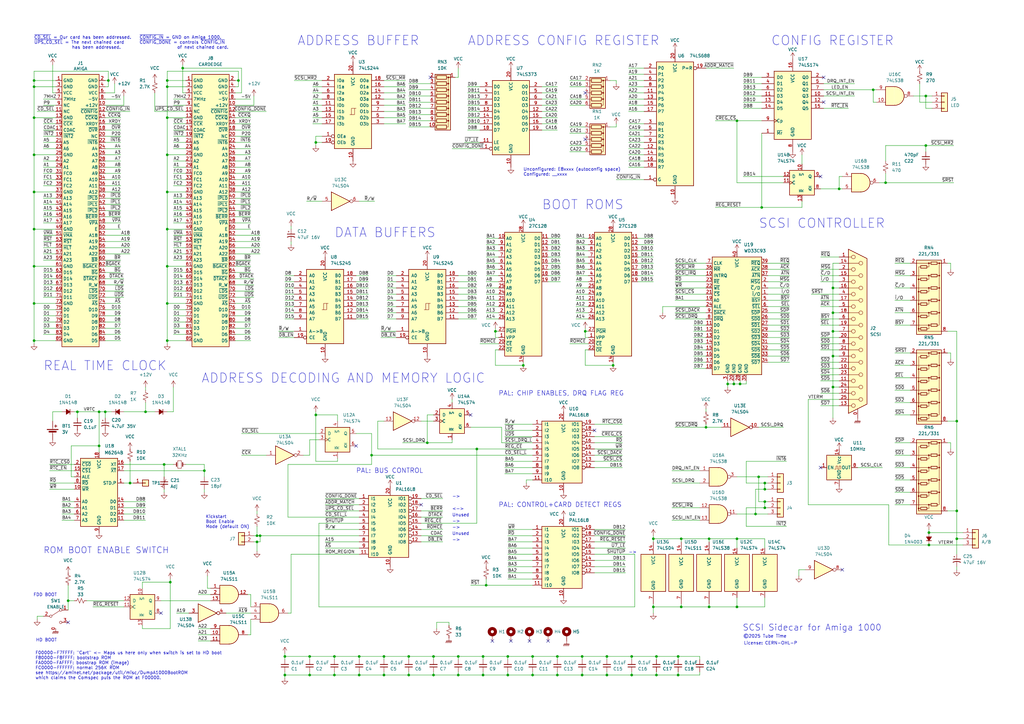
<source format=kicad_sch>
(kicad_sch (version 20231120) (generator "eeschema") (generator_version "8.0")
  (paper "A3")
  (lib_symbols
    (symbol "74xx:74LS04"
      (property "Reference" "U" (at 0 1.27 0))
      (property "Value" "74LS04" (at 0 -1.27 0))
      (symbol "74LS04_1_0"
        (pin input line (at -7.62 0 0) (length 3.81) (name "~") (number "1"))
        (pin output inverted (at 7.62 0 180) (length 3.81) (name "~") (number "2"))
      )
      (symbol "74LS04_2_0"
        (pin input line (at -7.62 0 0) (length 3.81) (name "~") (number "3"))
        (pin output inverted (at 7.62 0 180) (length 3.81) (name "~") (number "4"))
      )
      (symbol "74LS04_3_0"
        (pin input line (at -7.62 0 0) (length 3.81) (name "~") (number "5"))
        (pin output inverted (at 7.62 0 180) (length 3.81) (name "~") (number "6"))
      )
      (symbol "74LS04_4_0"
        (pin output inverted (at 7.62 0 180) (length 3.81) (name "~") (number "8"))
        (pin input line (at -7.62 0 0) (length 3.81) (name "~") (number "9"))
      )
      (symbol "74LS04_5_0"
        (pin output inverted (at 7.62 0 180) (length 3.81) (name "~") (number "10"))
        (pin input line (at -7.62 0 0) (length 3.81) (name "~") (number "11"))
      )
      (symbol "74LS04_6_0"
        (pin output inverted (at 7.62 0 180) (length 3.81) (name "~") (number "12"))
        (pin input line (at -7.62 0 0) (length 3.81) (name "~") (number "13"))
      )
      (symbol "74LS04_7_0"
        (pin power_in line (at 0 12.7 270) (length 5.08) (name "VCC") (number "14"))
        (pin power_in line (at 0 -12.7 90) (length 5.08) (name "GND") (number "7"))
      )
    )
    (symbol "74xx:74LS11" (pin_names (offset 1.016))
      (property "Reference" "U" (at 0 1.27 0))
      (property "Value" "74LS11" (at 0 -1.27 0))
      (symbol "74LS11_1_1"
        (pin input line (at -7.62 2.54 0) (length 3.81) (name "~") (number "1"))
        (pin output line (at 7.62 0 180) (length 3.81) (name "~") (number "12"))
        (pin input line (at -7.62 -2.54 0) (length 3.81) (name "~") (number "13"))
        (pin input line (at -7.62 0 0) (length 3.81) (name "~") (number "2"))
      )
      (symbol "74LS11_1_2"
        (pin input inverted (at -7.62 2.54 0) (length 4.318) (name "~") (number "1"))
        (pin output inverted (at 7.62 0 180) (length 3.81) (name "~") (number "12"))
        (pin input inverted (at -7.62 -2.54 0) (length 4.318) (name "~") (number "13"))
        (pin input inverted (at -7.62 0 0) (length 4.953) (name "~") (number "2"))
      )
      (symbol "74LS11_2_1"
        (pin input line (at -7.62 2.54 0) (length 3.81) (name "~") (number "3"))
        (pin input line (at -7.62 0 0) (length 3.81) (name "~") (number "4"))
        (pin input line (at -7.62 -2.54 0) (length 3.81) (name "~") (number "5"))
        (pin output line (at 7.62 0 180) (length 3.81) (name "~") (number "6"))
      )
      (symbol "74LS11_2_2"
        (pin input inverted (at -7.62 2.54 0) (length 4.318) (name "~") (number "3"))
        (pin input inverted (at -7.62 0 0) (length 4.953) (name "~") (number "4"))
        (pin input inverted (at -7.62 -2.54 0) (length 4.318) (name "~") (number "5"))
        (pin output inverted (at 7.62 0 180) (length 3.81) (name "~") (number "6"))
      )
      (symbol "74LS11_3_1"
        (pin input line (at -7.62 0 0) (length 3.81) (name "~") (number "10"))
        (pin input line (at -7.62 -2.54 0) (length 3.81) (name "~") (number "11"))
        (pin output line (at 7.62 0 180) (length 3.81) (name "~") (number "8"))
        (pin input line (at -7.62 2.54 0) (length 3.81) (name "~") (number "9"))
      )
      (symbol "74LS11_3_2"
        (pin input inverted (at -7.62 0 0) (length 4.953) (name "~") (number "10"))
        (pin input inverted (at -7.62 -2.54 0) (length 4.318) (name "~") (number "11"))
        (pin output inverted (at 7.62 0 180) (length 3.81) (name "~") (number "8"))
        (pin input inverted (at -7.62 2.54 0) (length 4.318) (name "~") (number "9"))
      )
      (symbol "74LS11_4_0"
        (pin power_in line (at 0 12.7 270) (length 5.08) (name "VCC") (number "14"))
        (pin power_in line (at 0 -12.7 90) (length 5.08) (name "GND") (number "7"))
      )
    )
    (symbol "74xx:74LS174" (pin_names (offset 1.016))
      (property "Reference" "U" (at -7.62 13.97 0))
      (property "Value" "74LS174" (at -7.62 -16.51 0))
      (symbol "74LS174_1_0"
        (pin input line (at -12.7 -12.7 0) (length 5.08) (name "~{Mr}") (number "1"))
        (pin output line (at 12.7 2.54 180) (length 5.08) (name "Q3") (number "10"))
        (pin input line (at -12.7 2.54 0) (length 5.08) (name "D3") (number "11"))
        (pin output line (at 12.7 0 180) (length 5.08) (name "Q4") (number "12"))
        (pin input line (at -12.7 0 0) (length 5.08) (name "D4") (number "13"))
        (pin input line (at -12.7 -2.54 0) (length 5.08) (name "D5") (number "14"))
        (pin output line (at 12.7 -2.54 180) (length 5.08) (name "Q5") (number "15"))
        (pin power_in line (at 0 17.78 270) (length 5.08) (name "VCC") (number "16"))
        (pin output line (at 12.7 10.16 180) (length 5.08) (name "Q0") (number "2"))
        (pin input line (at -12.7 10.16 0) (length 5.08) (name "D0") (number "3"))
        (pin input line (at -12.7 7.62 0) (length 5.08) (name "D1") (number "4"))
        (pin output line (at 12.7 7.62 180) (length 5.08) (name "Q1") (number "5"))
        (pin input line (at -12.7 5.08 0) (length 5.08) (name "D2") (number "6"))
        (pin output line (at 12.7 5.08 180) (length 5.08) (name "Q2") (number "7"))
        (pin power_in line (at 0 -20.32 90) (length 5.08) (name "GND") (number "8"))
        (pin input clock (at -12.7 -7.62 0) (length 5.08) (name "Cp") (number "9"))
      )
    )
    (symbol "74xx:74LS244" (pin_names (offset 1.016))
      (property "Reference" "U" (at -7.62 16.51 0))
      (property "Value" "74LS244" (at -7.62 -16.51 0))
      (symbol "74LS244_1_0"
        (pin input inverted (at -12.7 -10.16 0) (length 5.08) (name "OEa") (number "1"))
        (pin power_in line (at 0 -20.32 90) (length 5.08) (name "GND") (number "10"))
        (pin input line (at -12.7 2.54 0) (length 5.08) (name "I0b") (number "11"))
        (pin tri_state line (at 12.7 5.08 180) (length 5.08) (name "O3a") (number "12"))
        (pin input line (at -12.7 0 0) (length 5.08) (name "I1b") (number "13"))
        (pin tri_state line (at 12.7 7.62 180) (length 5.08) (name "O2a") (number "14"))
        (pin input line (at -12.7 -2.54 0) (length 5.08) (name "I2b") (number "15"))
        (pin tri_state line (at 12.7 10.16 180) (length 5.08) (name "O1a") (number "16"))
        (pin input line (at -12.7 -5.08 0) (length 5.08) (name "I3b") (number "17"))
        (pin tri_state line (at 12.7 12.7 180) (length 5.08) (name "O0a") (number "18"))
        (pin input inverted (at -12.7 -12.7 0) (length 5.08) (name "OEb") (number "19"))
        (pin input line (at -12.7 12.7 0) (length 5.08) (name "I0a") (number "2"))
        (pin power_in line (at 0 20.32 270) (length 5.08) (name "VCC") (number "20"))
        (pin tri_state line (at 12.7 -5.08 180) (length 5.08) (name "O3b") (number "3"))
        (pin input line (at -12.7 10.16 0) (length 5.08) (name "I1a") (number "4"))
        (pin tri_state line (at 12.7 -2.54 180) (length 5.08) (name "O2b") (number "5"))
        (pin input line (at -12.7 7.62 0) (length 5.08) (name "I2a") (number "6"))
        (pin tri_state line (at 12.7 0 180) (length 5.08) (name "O1b") (number "7"))
        (pin input line (at -12.7 5.08 0) (length 5.08) (name "I3a") (number "8"))
        (pin tri_state line (at 12.7 2.54 180) (length 5.08) (name "O0b") (number "9"))
      )
    )
    (symbol "74xx:74LS245" (pin_names (offset 1.016))
      (property "Reference" "U" (at -7.62 16.51 0))
      (property "Value" "74LS245" (at -7.62 -16.51 0))
      (symbol "74LS245_1_0"
        (pin input line (at -12.7 -10.16 0) (length 5.08) (name "A->B") (number "1"))
        (pin power_in line (at 0 -20.32 90) (length 5.08) (name "GND") (number "10"))
        (pin tri_state line (at 12.7 -5.08 180) (length 5.08) (name "B7") (number "11"))
        (pin tri_state line (at 12.7 -2.54 180) (length 5.08) (name "B6") (number "12"))
        (pin tri_state line (at 12.7 0 180) (length 5.08) (name "B5") (number "13"))
        (pin tri_state line (at 12.7 2.54 180) (length 5.08) (name "B4") (number "14"))
        (pin tri_state line (at 12.7 5.08 180) (length 5.08) (name "B3") (number "15"))
        (pin tri_state line (at 12.7 7.62 180) (length 5.08) (name "B2") (number "16"))
        (pin tri_state line (at 12.7 10.16 180) (length 5.08) (name "B1") (number "17"))
        (pin tri_state line (at 12.7 12.7 180) (length 5.08) (name "B0") (number "18"))
        (pin input inverted (at -12.7 -12.7 0) (length 5.08) (name "CE") (number "19"))
        (pin tri_state line (at -12.7 12.7 0) (length 5.08) (name "A0") (number "2"))
        (pin power_in line (at 0 20.32 270) (length 5.08) (name "VCC") (number "20"))
        (pin tri_state line (at -12.7 10.16 0) (length 5.08) (name "A1") (number "3"))
        (pin tri_state line (at -12.7 7.62 0) (length 5.08) (name "A2") (number "4"))
        (pin tri_state line (at -12.7 5.08 0) (length 5.08) (name "A3") (number "5"))
        (pin tri_state line (at -12.7 2.54 0) (length 5.08) (name "A4") (number "6"))
        (pin tri_state line (at -12.7 0 0) (length 5.08) (name "A5") (number "7"))
        (pin tri_state line (at -12.7 -2.54 0) (length 5.08) (name "A6") (number "8"))
        (pin tri_state line (at -12.7 -5.08 0) (length 5.08) (name "A7") (number "9"))
      )
    )
    (symbol "74xx:74LS373"
      (property "Reference" "U" (at -7.62 16.51 0))
      (property "Value" "74LS373" (at -7.62 -16.51 0))
      (symbol "74LS373_1_0"
        (pin input inverted (at -12.7 -12.7 0) (length 5.08) (name "OE") (number "1"))
        (pin power_in line (at 0 -20.32 90) (length 5.08) (name "GND") (number "10"))
        (pin input line (at -12.7 -10.16 0) (length 5.08) (name "LE") (number "11"))
        (pin tri_state line (at 12.7 2.54 180) (length 5.08) (name "O4") (number "12"))
        (pin input line (at -12.7 2.54 0) (length 5.08) (name "D4") (number "13"))
        (pin input line (at -12.7 0 0) (length 5.08) (name "D5") (number "14"))
        (pin tri_state line (at 12.7 0 180) (length 5.08) (name "O5") (number "15"))
        (pin tri_state line (at 12.7 -2.54 180) (length 5.08) (name "O6") (number "16"))
        (pin input line (at -12.7 -2.54 0) (length 5.08) (name "D6") (number "17"))
        (pin input line (at -12.7 -5.08 0) (length 5.08) (name "D7") (number "18"))
        (pin tri_state line (at 12.7 -5.08 180) (length 5.08) (name "O7") (number "19"))
        (pin tri_state line (at 12.7 12.7 180) (length 5.08) (name "O0") (number "2"))
        (pin power_in line (at 0 20.32 270) (length 5.08) (name "VCC") (number "20"))
        (pin input line (at -12.7 12.7 0) (length 5.08) (name "D0") (number "3"))
        (pin input line (at -12.7 10.16 0) (length 5.08) (name "D1") (number "4"))
        (pin tri_state line (at 12.7 10.16 180) (length 5.08) (name "O1") (number "5"))
        (pin tri_state line (at 12.7 7.62 180) (length 5.08) (name "O2") (number "6"))
        (pin input line (at -12.7 7.62 0) (length 5.08) (name "D2") (number "7"))
        (pin input line (at -12.7 5.08 0) (length 5.08) (name "D3") (number "8"))
        (pin tri_state line (at 12.7 5.08 180) (length 5.08) (name "O3") (number "9"))
      )
    )
    (symbol "74xx:74LS38" (pin_names (offset 1.016))
      (property "Reference" "U" (at 0 1.27 0))
      (property "Value" "74LS38" (at 0 -1.27 0))
      (symbol "74LS38_1_1"
        (pin input line (at -7.62 2.54 0) (length 3.81) (name "~") (number "1"))
        (pin input line (at -7.62 -2.54 0) (length 3.81) (name "~") (number "2"))
        (pin open_collector inverted (at 7.62 0 180) (length 3.81) (name "~") (number "3"))
      )
      (symbol "74LS38_1_2"
        (pin input inverted (at -7.62 2.54 0) (length 4.318) (name "~") (number "1"))
        (pin input inverted (at -7.62 -2.54 0) (length 4.318) (name "~") (number "2"))
        (pin open_collector line (at 7.62 0 180) (length 3.81) (name "~") (number "3"))
      )
      (symbol "74LS38_2_1"
        (pin input line (at -7.62 2.54 0) (length 3.81) (name "~") (number "4"))
        (pin input line (at -7.62 -2.54 0) (length 3.81) (name "~") (number "5"))
        (pin open_collector inverted (at 7.62 0 180) (length 3.81) (name "~") (number "6"))
      )
      (symbol "74LS38_2_2"
        (pin input inverted (at -7.62 2.54 0) (length 4.318) (name "~") (number "4"))
        (pin input inverted (at -7.62 -2.54 0) (length 4.318) (name "~") (number "5"))
        (pin open_collector line (at 7.62 0 180) (length 3.81) (name "~") (number "6"))
      )
      (symbol "74LS38_3_1"
        (pin input line (at -7.62 -2.54 0) (length 3.81) (name "~") (number "10"))
        (pin open_collector inverted (at 7.62 0 180) (length 3.81) (name "~") (number "8"))
        (pin input line (at -7.62 2.54 0) (length 3.81) (name "~") (number "9"))
      )
      (symbol "74LS38_3_2"
        (pin input inverted (at -7.62 -2.54 0) (length 4.318) (name "~") (number "10"))
        (pin open_collector line (at 7.62 0 180) (length 3.81) (name "~") (number "8"))
        (pin input inverted (at -7.62 2.54 0) (length 4.318) (name "~") (number "9"))
      )
      (symbol "74LS38_4_1"
        (pin open_collector inverted (at 7.62 0 180) (length 3.81) (name "~") (number "11"))
        (pin input line (at -7.62 2.54 0) (length 3.81) (name "~") (number "12"))
        (pin input line (at -7.62 -2.54 0) (length 3.81) (name "~") (number "13"))
      )
      (symbol "74LS38_4_2"
        (pin open_collector line (at 7.62 0 180) (length 3.81) (name "~") (number "11"))
        (pin input inverted (at -7.62 2.54 0) (length 4.318) (name "~") (number "12"))
        (pin input inverted (at -7.62 -2.54 0) (length 4.318) (name "~") (number "13"))
      )
      (symbol "74LS38_5_0"
        (pin power_in line (at 0 12.7 270) (length 5.08) (name "VCC") (number "14"))
        (pin power_in line (at 0 -12.7 90) (length 5.08) (name "GND") (number "7"))
      )
    )
    (symbol "74xx:74LS688"
      (property "Reference" "U" (at -7.62 26.67 0))
      (property "Value" "74LS688" (at -7.62 -26.67 0))
      (symbol "74LS688_1_0"
        (pin input inverted (at -12.7 -22.86 0) (length 5.08) (name "G") (number "1"))
        (pin power_in line (at 0 -30.48 90) (length 5.08) (name "GND") (number "10"))
        (pin input line (at -12.7 12.7 0) (length 5.08) (name "P4") (number "11"))
        (pin input line (at -12.7 -10.16 0) (length 5.08) (name "R4") (number "12"))
        (pin input line (at -12.7 10.16 0) (length 5.08) (name "P5") (number "13"))
        (pin input line (at -12.7 -12.7 0) (length 5.08) (name "R5") (number "14"))
        (pin input line (at -12.7 7.62 0) (length 5.08) (name "P6") (number "15"))
        (pin input line (at -12.7 -15.24 0) (length 5.08) (name "R6") (number "16"))
        (pin input line (at -12.7 5.08 0) (length 5.08) (name "P7") (number "17"))
        (pin input line (at -12.7 -17.78 0) (length 5.08) (name "R7") (number "18"))
        (pin output inverted (at 12.7 22.86 180) (length 5.08) (name "P=R") (number "19"))
        (pin input line (at -12.7 22.86 0) (length 5.08) (name "P0") (number "2"))
        (pin power_in line (at 0 30.48 270) (length 5.08) (name "VCC") (number "20"))
        (pin input line (at -12.7 0 0) (length 5.08) (name "R0") (number "3"))
        (pin input line (at -12.7 20.32 0) (length 5.08) (name "P1") (number "4"))
        (pin input line (at -12.7 -2.54 0) (length 5.08) (name "R1") (number "5"))
        (pin input line (at -12.7 17.78 0) (length 5.08) (name "P2") (number "6"))
        (pin input line (at -12.7 -5.08 0) (length 5.08) (name "R2") (number "7"))
        (pin input line (at -12.7 15.24 0) (length 5.08) (name "P3") (number "8"))
        (pin input line (at -12.7 -7.62 0) (length 5.08) (name "R3") (number "9"))
      )
    )
    (symbol "74xx:74LS74" (pin_names (offset 1.016))
      (property "Reference" "U" (at -7.62 8.89 0))
      (property "Value" "74LS74" (at -7.62 -8.89 0))
      (symbol "74LS74_1_0"
        (pin input line (at 0 -7.62 90) (length 2.54) (name "~{R}") (number "1"))
        (pin input line (at -7.62 2.54 0) (length 2.54) (name "D") (number "2"))
        (pin input clock (at -7.62 0 0) (length 2.54) (name "C") (number "3"))
        (pin input line (at 0 7.62 270) (length 2.54) (name "~{S}") (number "4"))
        (pin output line (at 7.62 2.54 180) (length 2.54) (name "Q") (number "5"))
        (pin output line (at 7.62 -2.54 180) (length 2.54) (name "~{Q}") (number "6"))
      )
      (symbol "74LS74_2_0"
        (pin input line (at 0 7.62 270) (length 2.54) (name "~{S}") (number "10"))
        (pin input clock (at -7.62 0 0) (length 2.54) (name "C") (number "11"))
        (pin input line (at -7.62 2.54 0) (length 2.54) (name "D") (number "12"))
        (pin input line (at 0 -7.62 90) (length 2.54) (name "~{R}") (number "13"))
        (pin output line (at 7.62 -2.54 180) (length 2.54) (name "~{Q}") (number "8"))
        (pin output line (at 7.62 2.54 180) (length 2.54) (name "Q") (number "9"))
      )
      (symbol "74LS74_3_0"
        (pin power_in line (at 0 10.16 270) (length 2.54) (name "VCC") (number "14"))
        (pin power_in line (at 0 -10.16 90) (length 2.54) (name "GND") (number "7"))
      )
    )
    (symbol "Conn_Amiga1000_1"
      (property "Reference" "J" (at 0 0 0))
      (symbol "Conn_Amiga1000_1_1_1"
        (pin power_in line (at -2.54 -2.54 0) (length 2.54) (name "GND") (number "1"))
        (pin power_out line (at 17.78 -12.7 180) (length 2.54) (name "+12V") (number "10"))
        (pin passive line (at -2.54 -15.24 0) (length 2.54) (name "NC") (number "11"))
        (pin passive line (at 17.78 -15.24 180) (length 2.54) (name "~{CONFIG}") (number "12"))
        (pin power_in line (at -2.54 -17.78 0) (length 2.54) (name "GND") (number "13"))
        (pin unspecified line (at 17.78 -17.78 180) (length 2.54) (name "~{CCKQ}") (number "14"))
        (pin unspecified line (at -2.54 -20.32 0) (length 2.54) (name "~{CCK}") (number "15"))
        (pin unspecified line (at 17.78 -20.32 180) (length 2.54) (name "XRDY") (number "16"))
        (pin unspecified line (at -2.54 -22.86 0) (length 2.54) (name "CDAC") (number "17"))
        (pin unspecified line (at 17.78 -22.86 180) (length 2.54) (name "~{OVR}") (number "18"))
        (pin unspecified line (at -2.54 -25.4 0) (length 2.54) (name "~{INT2}") (number "19"))
        (pin power_in line (at 17.78 -2.54 180) (length 2.54) (name "GND") (number "2"))
        (pin passive line (at 17.78 -25.4 180) (length 2.54) (name "NC") (number "20"))
        (pin output line (at -2.54 -27.94 0) (length 2.54) (name "A5") (number "21"))
        (pin unspecified line (at 17.78 -27.94 180) (length 2.54) (name "~{INT6}") (number "22"))
        (pin output line (at -2.54 -30.48 0) (length 2.54) (name "A6") (number "23"))
        (pin output line (at 17.78 -30.48 180) (length 2.54) (name "A4") (number "24"))
        (pin power_in line (at -2.54 -33.02 0) (length 2.54) (name "GND") (number "25"))
        (pin output line (at 17.78 -33.02 180) (length 2.54) (name "A3") (number "26"))
        (pin output line (at -2.54 -35.56 0) (length 2.54) (name "A2") (number "27"))
        (pin output line (at 17.78 -35.56 180) (length 2.54) (name "A7") (number "28"))
        (pin output line (at -2.54 -38.1 0) (length 2.54) (name "A1") (number "29"))
        (pin power_in line (at -2.54 -5.08 0) (length 2.54) (name "GND") (number "3"))
        (pin output line (at 17.78 -38.1 180) (length 2.54) (name "A8") (number "30"))
        (pin unspecified line (at -2.54 -40.64 0) (length 2.54) (name "FC0") (number "31"))
        (pin output line (at 17.78 -40.64 180) (length 2.54) (name "A9") (number "32"))
        (pin unspecified line (at -2.54 -43.18 0) (length 2.54) (name "FC1") (number "33"))
        (pin output line (at 17.78 -43.18 180) (length 2.54) (name "A10") (number "34"))
        (pin unspecified line (at -2.54 -45.72 0) (length 2.54) (name "FC2") (number "35"))
        (pin output line (at 17.78 -45.72 180) (length 2.54) (name "A11") (number "36"))
        (pin power_in line (at -2.54 -48.26 0) (length 2.54) (name "GND") (number "37"))
        (pin output line (at 17.78 -48.26 180) (length 2.54) (name "A12") (number "38"))
        (pin output line (at -2.54 -50.8 0) (length 2.54) (name "A13") (number "39"))
        (pin power_in line (at 17.78 -5.08 180) (length 2.54) (name "GND") (number "4"))
        (pin unspecified line (at 17.78 -50.8 180) (length 2.54) (name "~{IPL0}") (number "40"))
        (pin output line (at -2.54 -53.34 0) (length 2.54) (name "A14") (number "41"))
        (pin unspecified line (at 17.78 -53.34 180) (length 2.54) (name "~{IPL1}") (number "42"))
        (pin output line (at -2.54 -55.88 0) (length 2.54) (name "A15") (number "43"))
        (pin unspecified line (at 17.78 -55.88 180) (length 2.54) (name "~{IPL2}") (number "44"))
        (pin output line (at -2.54 -58.42 0) (length 2.54) (name "A16") (number "45"))
        (pin unspecified line (at 17.78 -58.42 180) (length 2.54) (name "~{BERR}") (number "46"))
        (pin output line (at -2.54 -60.96 0) (length 2.54) (name "A17") (number "47"))
        (pin unspecified line (at 17.78 -60.96 180) (length 2.54) (name "~{VPA}") (number "48"))
        (pin power_in line (at -2.54 -63.5 0) (length 2.54) (name "GND") (number "49"))
        (pin power_out line (at -2.54 -7.62 0) (length 2.54) (name "VCC") (number "5"))
        (pin output line (at 17.78 -63.5 180) (length 2.54) (name "E") (number "50"))
        (pin output line (at -2.54 -66.04 0) (length 2.54) (name "~{VMA}") (number "51"))
        (pin output line (at 17.78 -66.04 180) (length 2.54) (name "A18") (number "52"))
        (pin output line (at -2.54 -68.58 0) (length 2.54) (name "~{RST}") (number "53"))
        (pin output line (at 17.78 -68.58 180) (length 2.54) (name "A19") (number "54"))
        (pin output line (at -2.54 -71.12 0) (length 2.54) (name "~{HLT}") (number "55"))
        (pin output line (at 17.78 -71.12 180) (length 2.54) (name "A20") (number "56"))
        (pin output line (at -2.54 -73.66 0) (length 2.54) (name "A21") (number "57"))
        (pin output line (at 17.78 -73.66 180) (length 2.54) (name "A22") (number "58"))
        (pin output line (at -2.54 -76.2 0) (length 2.54) (name "A23") (number "59"))
        (pin power_out line (at 17.78 -7.62 180) (length 2.54) (name "VCC") (number "6"))
        (pin output line (at 17.78 -76.2 180) (length 2.54) (name "~{BR}") (number "60"))
        (pin power_in line (at -2.54 -78.74 0) (length 2.54) (name "GND") (number "61"))
        (pin unspecified line (at 17.78 -78.74 180) (length 2.54) (name "~{BGACK}") (number "62"))
        (pin bidirectional line (at -2.54 -81.28 0) (length 2.54) (name "D15") (number "63"))
        (pin unspecified line (at 17.78 -81.28 180) (length 2.54) (name "~{BG}") (number "64"))
        (pin bidirectional line (at -2.54 -83.82 0) (length 2.54) (name "D14") (number "65"))
        (pin unspecified line (at 17.78 -83.82 180) (length 2.54) (name "~{DTACK}") (number "66"))
        (pin bidirectional line (at -2.54 -86.36 0) (length 2.54) (name "D13") (number "67"))
        (pin output line (at 17.78 -86.36 180) (length 2.54) (name "R_W") (number "68"))
        (pin output line (at -2.54 -88.9 0) (length 2.54) (name "D12") (number "69"))
        (pin output line (at -2.54 -10.16 0) (length 2.54) (name "7MHz") (number "7"))
        (pin output line (at 17.78 -88.9 180) (length 2.54) (name "~{LDS}") (number "70"))
        (pin bidirectional line (at -2.54 -91.44 0) (length 2.54) (name "D11") (number "71"))
        (pin output line (at 17.78 -91.44 180) (length 2.54) (name "~{UDS}") (number "72"))
        (pin power_in line (at -2.54 -93.98 0) (length 2.54) (name "GND") (number "73"))
        (pin unspecified line (at 17.78 -93.98 180) (length 2.54) (name "~{AS}") (number "74"))
        (pin bidirectional line (at -2.54 -96.52 0) (length 2.54) (name "D0") (number "75"))
        (pin bidirectional line (at 17.78 -96.52 180) (length 2.54) (name "D10") (number "76"))
        (pin bidirectional line (at -2.54 -99.06 0) (length 2.54) (name "D1") (number "77"))
        (pin bidirectional line (at 17.78 -99.06 180) (length 2.54) (name "D9") (number "78"))
        (pin bidirectional line (at -2.54 -101.6 0) (length 2.54) (name "D2") (number "79"))
        (pin power_out line (at 17.78 -10.16 180) (length 2.54) (name "-5V") (number "8"))
        (pin bidirectional line (at 17.78 -101.6 180) (length 2.54) (name "D8") (number "80"))
        (pin bidirectional line (at -2.54 -104.14 0) (length 2.54) (name "D3") (number "81"))
        (pin bidirectional line (at 17.78 -104.14 180) (length 2.54) (name "D7") (number "82"))
        (pin bidirectional line (at -2.54 -106.68 0) (length 2.54) (name "D4") (number "83"))
        (pin bidirectional line (at 17.78 -106.68 180) (length 2.54) (name "D6") (number "84"))
        (pin power_in line (at -2.54 -109.22 0) (length 2.54) (name "GND") (number "85"))
        (pin bidirectional line (at 17.78 -109.22 180) (length 2.54) (name "D5") (number "86"))
        (pin passive line (at -2.54 -12.7 0) (length 2.54) (name "NC") (number "9"))
      )
    )
    (symbol "Connector:DB25_Receptacle_MountingHoles" (pin_names (offset 1.016) hide)
      (property "Reference" "J" (at 0 36.83 0))
      (property "Value" "DB25_Receptacle_MountingHoles" (at 0 34.925 0))
      (symbol "DB25_Receptacle_MountingHoles_1_1"
        (pin passive line (at 0 -35.56 90) (length 3.81) (name "PAD") (number "0"))
        (pin passive line (at -7.62 30.48 0) (length 3.81) (name "1") (number "1"))
        (pin passive line (at -7.62 -15.24 0) (length 3.81) (name "10") (number "10"))
        (pin passive line (at -7.62 -20.32 0) (length 3.81) (name "11") (number "11"))
        (pin passive line (at -7.62 -25.4 0) (length 3.81) (name "12") (number "12"))
        (pin passive line (at -7.62 -30.48 0) (length 3.81) (name "13") (number "13"))
        (pin passive line (at -7.62 27.94 0) (length 3.81) (name "P14") (number "14"))
        (pin passive line (at -7.62 22.86 0) (length 3.81) (name "P15") (number "15"))
        (pin passive line (at -7.62 17.78 0) (length 3.81) (name "P16") (number "16"))
        (pin passive line (at -7.62 12.7 0) (length 3.81) (name "P17") (number "17"))
        (pin passive line (at -7.62 7.62 0) (length 3.81) (name "P18") (number "18"))
        (pin passive line (at -7.62 2.54 0) (length 3.81) (name "P19") (number "19"))
        (pin passive line (at -7.62 25.4 0) (length 3.81) (name "2") (number "2"))
        (pin passive line (at -7.62 -2.54 0) (length 3.81) (name "P20") (number "20"))
        (pin passive line (at -7.62 -7.62 0) (length 3.81) (name "P21") (number "21"))
        (pin passive line (at -7.62 -12.7 0) (length 3.81) (name "P22") (number "22"))
        (pin passive line (at -7.62 -17.78 0) (length 3.81) (name "P23") (number "23"))
        (pin passive line (at -7.62 -22.86 0) (length 3.81) (name "P24") (number "24"))
        (pin passive line (at -7.62 -27.94 0) (length 3.81) (name "P25") (number "25"))
        (pin passive line (at -7.62 20.32 0) (length 3.81) (name "3") (number "3"))
        (pin passive line (at -7.62 15.24 0) (length 3.81) (name "4") (number "4"))
        (pin passive line (at -7.62 10.16 0) (length 3.81) (name "5") (number "5"))
        (pin passive line (at -7.62 5.08 0) (length 3.81) (name "6") (number "6"))
        (pin passive line (at -7.62 0 0) (length 3.81) (name "7") (number "7"))
        (pin passive line (at -7.62 -5.08 0) (length 3.81) (name "8") (number "8"))
        (pin passive line (at -7.62 -10.16 0) (length 3.81) (name "9") (number "9"))
      )
    )
    (symbol "Connector_Generic:Conn_01x01" (pin_names (offset 1.016) hide)
      (property "Reference" "J" (at 0 2.54 0))
      (property "Value" "Conn_01x01" (at 0 -2.54 0))
      (symbol "Conn_01x01_1_1"
        (pin passive line (at -5.08 0 0) (length 3.81) (name "Pin_1") (number "1"))
      )
    )
    (symbol "Connector_Generic:Conn_01x02" (pin_names (offset 1.016) hide)
      (property "Reference" "J" (at 0 2.54 0))
      (property "Value" "Conn_01x02" (at 0 -5.08 0))
      (symbol "Conn_01x02_1_1"
        (pin passive line (at -5.08 0 0) (length 3.81) (name "Pin_1") (number "1"))
        (pin passive line (at -5.08 -2.54 0) (length 3.81) (name "Pin_2") (number "2"))
      )
    )
    (symbol "Connector_Generic:Conn_01x03" (pin_names (offset 1.016) hide)
      (property "Reference" "J" (at 0 5.08 0))
      (property "Value" "Conn_01x03" (at 0 -5.08 0))
      (symbol "Conn_01x03_1_1"
        (pin passive line (at -5.08 2.54 0) (length 3.81) (name "Pin_1") (number "1"))
        (pin passive line (at -5.08 0 0) (length 3.81) (name "Pin_2") (number "2"))
        (pin passive line (at -5.08 -2.54 0) (length 3.81) (name "Pin_3") (number "3"))
      )
    )
    (symbol "Device:Battery_Cell" (pin_numbers hide) (pin_names (offset 0) hide)
      (property "Reference" "BT" (at 2.54 2.54 0))
      (property "Value" "Battery_Cell" (at 2.54 0 0))
      (symbol "Battery_Cell_1_1"
        (pin passive line (at 0 5.08 270) (length 2.54) (name "+") (number "1"))
        (pin passive line (at 0 -2.54 90) (length 2.54) (name "-") (number "2"))
      )
    )
    (symbol "Device:C_Polarized_Small_US" (pin_numbers hide) (pin_names (offset 0.254) hide)
      (property "Reference" "C" (at 0.254 1.778 0))
      (property "Value" "C_Polarized_Small_US" (at 0.254 -2.032 0))
      (symbol "C_Polarized_Small_US_1_1"
        (pin passive line (at 0 2.54 270) (length 2.032) (name "~") (number "1"))
        (pin passive line (at 0 -2.54 90) (length 2.032) (name "~") (number "2"))
      )
    )
    (symbol "Device:C_Small" (pin_numbers hide) (pin_names (offset 0.254) hide)
      (property "Reference" "C" (at 0.254 1.778 0))
      (property "Value" "C_Small" (at 0.254 -2.032 0))
      (symbol "C_Small_1_1"
        (pin passive line (at 0 2.54 270) (length 2.032) (name "~") (number "1"))
        (pin passive line (at 0 -2.54 90) (length 2.032) (name "~") (number "2"))
      )
    )
    (symbol "Device:C_Trim_Small" (pin_numbers hide) (pin_names (offset 0.254) hide)
      (property "Reference" "C" (at 1.524 -2.032 0))
      (property "Value" "C_Trim_Small" (at 3.048 -3.556 0))
      (symbol "C_Trim_Small_1_1"
        (pin passive line (at 0 2.54 270) (length 2.032) (name "~") (number "1"))
        (pin passive line (at 0 -2.54 90) (length 2.032) (name "~") (number "2"))
      )
    )
    (symbol "Device:Crystal_Small" (pin_numbers hide) (pin_names (offset 1.016) hide)
      (property "Reference" "Y" (at 0 2.54 0))
      (property "Value" "Crystal_Small" (at 0 -2.54 0))
      (symbol "Crystal_Small_1_1"
        (pin passive line (at -2.54 0 0) (length 1.27) (name "1") (number "1"))
        (pin passive line (at 2.54 0 180) (length 1.27) (name "2") (number "2"))
      )
    )
    (symbol "Device:D_Small_Filled" (pin_numbers hide) (pin_names (offset 0.254) hide)
      (property "Reference" "D" (at -1.27 2.032 0))
      (property "Value" "D_Small_Filled" (at -3.81 -2.032 0))
      (symbol "D_Small_Filled_1_1"
        (pin passive line (at -2.54 0 0) (length 1.778) (name "K") (number "1"))
        (pin passive line (at 2.54 0 180) (length 1.778) (name "A") (number "2"))
      )
    )
    (symbol "Device:R_Network05" (pin_names (offset 0) hide)
      (property "Reference" "RN" (at -7.62 0 90))
      (property "Value" "R_Network05" (at 7.62 0 90))
      (symbol "R_Network05_1_1"
        (pin passive line (at -5.08 5.08 270) (length 2.54) (name "common") (number "1"))
        (pin passive line (at -5.08 -5.08 90) (length 1.27) (name "R1") (number "2"))
        (pin passive line (at -2.54 -5.08 90) (length 1.27) (name "R2") (number "3"))
        (pin passive line (at 0 -5.08 90) (length 1.27) (name "R3") (number "4"))
        (pin passive line (at 2.54 -5.08 90) (length 1.27) (name "R4") (number "5"))
        (pin passive line (at 5.08 -5.08 90) (length 1.27) (name "R5") (number "6"))
      )
    )
    (symbol "Device:R_Network09" (pin_names (offset 0) hide)
      (property "Reference" "RN" (at -12.7 0 90))
      (property "Value" "R_Network09" (at 12.7 0 90))
      (symbol "R_Network09_1_1"
        (pin passive line (at -10.16 5.08 270) (length 2.54) (name "common") (number "1"))
        (pin passive line (at 10.16 -5.08 90) (length 1.27) (name "R9") (number "10"))
        (pin passive line (at -10.16 -5.08 90) (length 1.27) (name "R1") (number "2"))
        (pin passive line (at -7.62 -5.08 90) (length 1.27) (name "R2") (number "3"))
        (pin passive line (at -5.08 -5.08 90) (length 1.27) (name "R3") (number "4"))
        (pin passive line (at -2.54 -5.08 90) (length 1.27) (name "R4") (number "5"))
        (pin passive line (at 0 -5.08 90) (length 1.27) (name "R5") (number "6"))
        (pin passive line (at 2.54 -5.08 90) (length 1.27) (name "R6") (number "7"))
        (pin passive line (at 5.08 -5.08 90) (length 1.27) (name "R7") (number "8"))
        (pin passive line (at 7.62 -5.08 90) (length 1.27) (name "R8") (number "9"))
      )
    )
    (symbol "Device:R_Network_Dividers_x06_SIP" (pin_names (offset 0) hide)
      (property "Reference" "RN" (at -17.78 0 90))
      (property "Value" "R_Network_Dividers_x06_SIP" (at 15.24 0 90))
      (symbol "R_Network_Dividers_x06_SIP_1_1"
        (pin passive line (at -15.24 7.62 270) (length 2.54) (name "COM1") (number "1"))
        (pin passive line (at -15.24 -7.62 90) (length 2.54) (name "R1") (number "2"))
        (pin passive line (at -10.16 -7.62 90) (length 2.54) (name "R2") (number "3"))
        (pin passive line (at -5.08 -7.62 90) (length 2.54) (name "R3") (number "4"))
        (pin passive line (at 0 -7.62 90) (length 2.54) (name "R4") (number "5"))
        (pin passive line (at 5.08 -7.62 90) (length 2.54) (name "R5") (number "6"))
        (pin passive line (at 10.16 -7.62 90) (length 2.54) (name "R6") (number "7"))
        (pin passive line (at 12.7 7.62 270) (length 2.54) (name "COM2") (number "8"))
      )
    )
    (symbol "Device:R_Small_US" (pin_numbers hide) (pin_names (offset 0.254) hide)
      (property "Reference" "R" (at 0.762 0.508 0))
      (property "Value" "R_Small_US" (at 0.762 -1.016 0))
      (symbol "R_Small_US_1_1"
        (pin passive line (at 0 2.54 270) (length 1.016) (name "~") (number "1"))
        (pin passive line (at 0 -2.54 90) (length 1.016) (name "~") (number "2"))
      )
    )
    (symbol "Logic_Programmable:PAL16L8" (pin_names (offset 1.016))
      (property "Reference" "U" (at -8.89 16.51 0))
      (property "Value" "PAL16L8" (at 1.27 16.51 0))
      (symbol "PAL16L8_0_0"
        (pin power_in line (at 0 -15.24 90) (length 3.81) (name "GND") (number "10"))
        (pin power_in line (at 0 17.78 270) (length 3.81) (name "VCC") (number "20"))
      )
      (symbol "PAL16L8_1_1"
        (pin input line (at -12.7 12.7 0) (length 3.81) (name "I1") (number "1"))
        (pin input line (at -12.7 -10.16 0) (length 3.81) (name "I10") (number "11"))
        (pin tri_state inverted (at 12.7 -5.08 180) (length 5.08) (name "IO8") (number "12"))
        (pin tri_state inverted (at 12.7 -2.54 180) (length 5.08) (name "IO7") (number "13"))
        (pin tri_state inverted (at 12.7 0 180) (length 5.08) (name "IO6") (number "14"))
        (pin tri_state inverted (at 12.7 2.54 180) (length 5.08) (name "IO5") (number "15"))
        (pin tri_state inverted (at 12.7 5.08 180) (length 5.08) (name "IO4") (number "16"))
        (pin tri_state inverted (at 12.7 7.62 180) (length 5.08) (name "I03") (number "17"))
        (pin tri_state inverted (at 12.7 10.16 180) (length 5.08) (name "IO2") (number "18"))
        (pin tri_state inverted (at 12.7 12.7 180) (length 5.08) (name "IO1") (number "19"))
        (pin input line (at -12.7 10.16 0) (length 3.81) (name "I2") (number "2"))
        (pin input line (at -12.7 7.62 0) (length 3.81) (name "I3") (number "3"))
        (pin input line (at -12.7 5.08 0) (length 3.81) (name "I4") (number "4"))
        (pin input line (at -12.7 2.54 0) (length 3.81) (name "I5") (number "5"))
        (pin input line (at -12.7 0 0) (length 3.81) (name "I6") (number "6"))
        (pin input line (at -12.7 -2.54 0) (length 3.81) (name "I7") (number "7"))
        (pin input line (at -12.7 -5.08 0) (length 3.81) (name "I8") (number "8"))
        (pin input line (at -12.7 -7.62 0) (length 3.81) (name "I9") (number "9"))
      )
    )
    (symbol "Mechanical:MountingHole_Pad" (pin_numbers hide) (pin_names (offset 1.016) hide)
      (property "Reference" "H" (at 0 6.35 0))
      (property "Value" "MountingHole_Pad" (at 0 4.445 0))
      (symbol "MountingHole_Pad_1_1"
        (pin input line (at 0 -2.54 90) (length 2.54) (name "1") (number "1"))
      )
    )
    (symbol "Memory_EPROM:27C128"
      (property "Reference" "U" (at -7.62 26.67 0))
      (property "Value" "27C128" (at 2.54 -26.67 0))
      (symbol "27C128_1_1"
        (pin input line (at -10.16 -17.78 0) (length 2.54) (name "VPP") (number "1"))
        (pin input line (at -10.16 22.86 0) (length 2.54) (name "A0") (number "10"))
        (pin tri_state line (at 10.16 22.86 180) (length 2.54) (name "D0") (number "11"))
        (pin tri_state line (at 10.16 20.32 180) (length 2.54) (name "D1") (number "12"))
        (pin tri_state line (at 10.16 17.78 180) (length 2.54) (name "D2") (number "13"))
        (pin power_in line (at 0 -27.94 90) (length 2.54) (name "GND") (number "14"))
        (pin tri_state line (at 10.16 15.24 180) (length 2.54) (name "D3") (number "15"))
        (pin tri_state line (at 10.16 12.7 180) (length 2.54) (name "D4") (number "16"))
        (pin tri_state line (at 10.16 10.16 180) (length 2.54) (name "D5") (number "17"))
        (pin tri_state line (at 10.16 7.62 180) (length 2.54) (name "D6") (number "18"))
        (pin tri_state line (at 10.16 5.08 180) (length 2.54) (name "D7") (number "19"))
        (pin input line (at -10.16 -7.62 0) (length 2.54) (name "A12") (number "2"))
        (pin input line (at -10.16 -20.32 0) (length 2.54) (name "~{CE}") (number "20"))
        (pin input line (at -10.16 -2.54 0) (length 2.54) (name "A10") (number "21"))
        (pin input line (at -10.16 -22.86 0) (length 2.54) (name "~{OE}") (number "22"))
        (pin input line (at -10.16 -5.08 0) (length 2.54) (name "A11") (number "23"))
        (pin input line (at -10.16 0 0) (length 2.54) (name "A9") (number "24"))
        (pin input line (at -10.16 2.54 0) (length 2.54) (name "A8") (number "25"))
        (pin input line (at -10.16 -10.16 0) (length 2.54) (name "A13") (number "26"))
        (pin input line (at -10.16 -15.24 0) (length 2.54) (name "~{PGM}") (number "27"))
        (pin power_in line (at 0 27.94 270) (length 2.54) (name "VCC") (number "28"))
        (pin input line (at -10.16 5.08 0) (length 2.54) (name "A7") (number "3"))
        (pin input line (at -10.16 7.62 0) (length 2.54) (name "A6") (number "4"))
        (pin input line (at -10.16 10.16 0) (length 2.54) (name "A5") (number "5"))
        (pin input line (at -10.16 12.7 0) (length 2.54) (name "A4") (number "6"))
        (pin input line (at -10.16 15.24 0) (length 2.54) (name "A3") (number "7"))
        (pin input line (at -10.16 17.78 0) (length 2.54) (name "A2") (number "8"))
        (pin input line (at -10.16 20.32 0) (length 2.54) (name "A1") (number "9"))
      )
    )
    (symbol "Oscillator:CXO_DIP14" (pin_names (offset 0.254))
      (property "Reference" "X" (at -5.08 6.35 0))
      (property "Value" "CXO_DIP14" (at 1.27 -6.35 0))
      (symbol "CXO_DIP14_1_1"
        (pin input line (at -7.62 0 0) (length 2.54) (name "EN") (number "1"))
        (pin power_in line (at 0 7.62 270) (length 2.54) (name "Vcc") (number "14"))
        (pin power_in line (at 0 -7.62 90) (length 2.54) (name "GND") (number "7"))
        (pin output line (at 7.62 0 180) (length 2.54) (name "OUT") (number "8"))
      )
    )
    (symbol "connectors:Conn_Amiga1000"
      (property "Reference" "J" (at 0 0 0))
      (symbol "Conn_Amiga1000_1_1"
        (pin power_in line (at -2.54 -2.54 0) (length 2.54) (name "GND") (number "1"))
        (pin power_out line (at 17.78 -12.7 180) (length 2.54) (name "+12V") (number "10"))
        (pin passive line (at -2.54 -15.24 0) (length 2.54) (name "NC") (number "11"))
        (pin passive line (at 17.78 -15.24 180) (length 2.54) (name "~{CONFIG}") (number "12"))
        (pin power_in line (at -2.54 -17.78 0) (length 2.54) (name "GND") (number "13"))
        (pin unspecified line (at 17.78 -17.78 180) (length 2.54) (name "~{CCKQ}") (number "14"))
        (pin unspecified line (at -2.54 -20.32 0) (length 2.54) (name "~{CCK}") (number "15"))
        (pin unspecified line (at 17.78 -20.32 180) (length 2.54) (name "XRDY") (number "16"))
        (pin unspecified line (at -2.54 -22.86 0) (length 2.54) (name "CDAC") (number "17"))
        (pin unspecified line (at 17.78 -22.86 180) (length 2.54) (name "~{OVR}") (number "18"))
        (pin unspecified line (at -2.54 -25.4 0) (length 2.54) (name "~{INT2}") (number "19"))
        (pin power_in line (at 17.78 -2.54 180) (length 2.54) (name "GND") (number "2"))
        (pin passive line (at 17.78 -25.4 180) (length 2.54) (name "NC") (number "20"))
        (pin output line (at -2.54 -27.94 0) (length 2.54) (name "A5") (number "21"))
        (pin unspecified line (at 17.78 -27.94 180) (length 2.54) (name "~{INT6}") (number "22"))
        (pin output line (at -2.54 -30.48 0) (length 2.54) (name "A6") (number "23"))
        (pin output line (at 17.78 -30.48 180) (length 2.54) (name "A4") (number "24"))
        (pin power_in line (at -2.54 -33.02 0) (length 2.54) (name "GND") (number "25"))
        (pin output line (at 17.78 -33.02 180) (length 2.54) (name "A3") (number "26"))
        (pin output line (at -2.54 -35.56 0) (length 2.54) (name "A2") (number "27"))
        (pin output line (at 17.78 -35.56 180) (length 2.54) (name "A7") (number "28"))
        (pin output line (at -2.54 -38.1 0) (length 2.54) (name "A1") (number "29"))
        (pin power_in line (at -2.54 -5.08 0) (length 2.54) (name "GND") (number "3"))
        (pin output line (at 17.78 -38.1 180) (length 2.54) (name "A8") (number "30"))
        (pin unspecified line (at -2.54 -40.64 0) (length 2.54) (name "FC0") (number "31"))
        (pin output line (at 17.78 -40.64 180) (length 2.54) (name "A9") (number "32"))
        (pin unspecified line (at -2.54 -43.18 0) (length 2.54) (name "FC1") (number "33"))
        (pin output line (at 17.78 -43.18 180) (length 2.54) (name "A10") (number "34"))
        (pin unspecified line (at -2.54 -45.72 0) (length 2.54) (name "FC2") (number "35"))
        (pin output line (at 17.78 -45.72 180) (length 2.54) (name "A11") (number "36"))
        (pin power_in line (at -2.54 -48.26 0) (length 2.54) (name "GND") (number "37"))
        (pin output line (at 17.78 -48.26 180) (length 2.54) (name "A12") (number "38"))
        (pin output line (at -2.54 -50.8 0) (length 2.54) (name "A13") (number "39"))
        (pin power_in line (at 17.78 -5.08 180) (length 2.54) (name "GND") (number "4"))
        (pin unspecified line (at 17.78 -50.8 180) (length 2.54) (name "~{IPL0}") (number "40"))
        (pin output line (at -2.54 -53.34 0) (length 2.54) (name "A14") (number "41"))
        (pin unspecified line (at 17.78 -53.34 180) (length 2.54) (name "~{IPL1}") (number "42"))
        (pin output line (at -2.54 -55.88 0) (length 2.54) (name "A15") (number "43"))
        (pin unspecified line (at 17.78 -55.88 180) (length 2.54) (name "~{IPL2}") (number "44"))
        (pin output line (at -2.54 -58.42 0) (length 2.54) (name "A16") (number "45"))
        (pin unspecified line (at 17.78 -58.42 180) (length 2.54) (name "~{BERR}") (number "46"))
        (pin output line (at -2.54 -60.96 0) (length 2.54) (name "A17") (number "47"))
        (pin unspecified line (at 17.78 -60.96 180) (length 2.54) (name "~{VPA}") (number "48"))
        (pin power_in line (at -2.54 -63.5 0) (length 2.54) (name "GND") (number "49"))
        (pin power_out line (at -2.54 -7.62 0) (length 2.54) (name "VCC") (number "5"))
        (pin output line (at 17.78 -63.5 180) (length 2.54) (name "E") (number "50"))
        (pin output line (at -2.54 -66.04 0) (length 2.54) (name "~{VMA}") (number "51"))
        (pin output line (at 17.78 -66.04 180) (length 2.54) (name "A18") (number "52"))
        (pin output line (at -2.54 -68.58 0) (length 2.54) (name "~{RST}") (number "53"))
        (pin output line (at 17.78 -68.58 180) (length 2.54) (name "A19") (number "54"))
        (pin output line (at -2.54 -71.12 0) (length 2.54) (name "~{HLT}") (number "55"))
        (pin output line (at 17.78 -71.12 180) (length 2.54) (name "A20") (number "56"))
        (pin output line (at -2.54 -73.66 0) (length 2.54) (name "A21") (number "57"))
        (pin output line (at 17.78 -73.66 180) (length 2.54) (name "A22") (number "58"))
        (pin output line (at -2.54 -76.2 0) (length 2.54) (name "A23") (number "59"))
        (pin power_out line (at 17.78 -7.62 180) (length 2.54) (name "VCC") (number "6"))
        (pin output line (at 17.78 -76.2 180) (length 2.54) (name "~{BR}") (number "60"))
        (pin power_in line (at -2.54 -78.74 0) (length 2.54) (name "GND") (number "61"))
        (pin unspecified line (at 17.78 -78.74 180) (length 2.54) (name "~{BGACK}") (number "62"))
        (pin bidirectional line (at -2.54 -81.28 0) (length 2.54) (name "D15") (number "63"))
        (pin unspecified line (at 17.78 -81.28 180) (length 2.54) (name "~{BG}") (number "64"))
        (pin bidirectional line (at -2.54 -83.82 0) (length 2.54) (name "D14") (number "65"))
        (pin unspecified line (at 17.78 -83.82 180) (length 2.54) (name "~{DTACK}") (number "66"))
        (pin bidirectional line (at -2.54 -86.36 0) (length 2.54) (name "D13") (number "67"))
        (pin output line (at 17.78 -86.36 180) (length 2.54) (name "R_W") (number "68"))
        (pin output line (at -2.54 -88.9 0) (length 2.54) (name "D12") (number "69"))
        (pin output line (at -2.54 -10.16 0) (length 2.54) (name "7MHz") (number "7"))
        (pin output line (at 17.78 -88.9 180) (length 2.54) (name "~{LDS}") (number "70"))
        (pin bidirectional line (at -2.54 -91.44 0) (length 2.54) (name "D11") (number "71"))
        (pin output line (at 17.78 -91.44 180) (length 2.54) (name "~{UDS}") (number "72"))
        (pin power_in line (at -2.54 -93.98 0) (length 2.54) (name "GND") (number "73"))
        (pin unspecified line (at 17.78 -93.98 180) (length 2.54) (name "~{AS}") (number "74"))
        (pin bidirectional line (at -2.54 -96.52 0) (length 2.54) (name "D0") (number "75"))
        (pin bidirectional line (at 17.78 -96.52 180) (length 2.54) (name "D10") (number "76"))
        (pin bidirectional line (at -2.54 -99.06 0) (length 2.54) (name "D1") (number "77"))
        (pin bidirectional line (at 17.78 -99.06 180) (length 2.54) (name "D9") (number "78"))
        (pin bidirectional line (at -2.54 -101.6 0) (length 2.54) (name "D2") (number "79"))
        (pin power_out line (at 17.78 -10.16 180) (length 2.54) (name "-5V") (number "8"))
        (pin bidirectional line (at 17.78 -101.6 180) (length 2.54) (name "D8") (number "80"))
        (pin bidirectional line (at -2.54 -104.14 0) (length 2.54) (name "D3") (number "81"))
        (pin bidirectional line (at 17.78 -104.14 180) (length 2.54) (name "D7") (number "82"))
        (pin bidirectional line (at -2.54 -106.68 0) (length 2.54) (name "D4") (number "83"))
        (pin bidirectional line (at 17.78 -106.68 180) (length 2.54) (name "D6") (number "84"))
        (pin power_in line (at -2.54 -109.22 0) (length 2.54) (name "GND") (number "85"))
        (pin bidirectional line (at 17.78 -109.22 180) (length 2.54) (name "D5") (number "86"))
        (pin passive line (at -2.54 -12.7 0) (length 2.54) (name "NC") (number "9"))
      )
    )
    (symbol "logic:M6242B"
      (property "Reference" "U" (at 1.27 1.27 0))
      (symbol "M6242B_1_1"
        (pin output line (at 17.78 -10.16 180) (length 2.54) (name "STD.P") (number "1"))
        (pin input line (at -2.54 -12.7 0) (length 2.54) (name "~{WR}") (number "10"))
        (pin bidirectional line (at 17.78 -25.4 180) (length 2.54) (name "D3") (number "11"))
        (pin bidirectional line (at 17.78 -22.86 180) (length 2.54) (name "D2") (number "12"))
        (pin bidirectional line (at 17.78 -20.32 180) (length 2.54) (name "D1") (number "13"))
        (pin bidirectional line (at 17.78 -17.78 180) (length 2.54) (name "D0") (number "14"))
        (pin bidirectional line (at -2.54 -5.08 0) (length 2.54) (name "~{CS1}") (number "15"))
        (pin passive line (at 17.78 -2.54 180) (length 2.54) (name "XT") (number "16"))
        (pin passive line (at 17.78 -5.08 180) (length 2.54) (name "~{XT}") (number "17"))
        (pin power_in line (at 7.62 2.54 270) (length 2.54) (name "VCC") (number "18"))
        (pin input line (at -2.54 -2.54 0) (length 2.54) (name "~{CS0}") (number "2"))
        (pin input line (at -2.54 -7.62 0) (length 2.54) (name "ALE") (number "3"))
        (pin input line (at -2.54 -17.78 0) (length 2.54) (name "A0") (number "4"))
        (pin input line (at -2.54 -20.32 0) (length 2.54) (name "A1") (number "5"))
        (pin input line (at -2.54 -22.86 0) (length 2.54) (name "A2") (number "6"))
        (pin input line (at -2.54 -25.4 0) (length 2.54) (name "A3") (number "7"))
        (pin input line (at -2.54 -10.16 0) (length 2.54) (name "~{RD}") (number "8"))
        (pin power_in line (at 7.62 -30.48 90) (length 2.54) (name "GND") (number "9"))
      )
    )
    (symbol "logic:WD33C93"
      (property "Reference" "U" (at 1.27 2.54 0))
      (symbol "WD33C93_1_1"
        (pin bidirectional line (at 22.86 -15.24 180) (length 2.54) (name "~{I}/O") (number "1"))
        (pin output line (at -2.54 -7.62 0) (length 2.54) (name "INTRQ") (number "10"))
        (pin bidirectional line (at -2.54 -27.94 0) (length 2.54) (name "D0") (number "11"))
        (pin bidirectional line (at -2.54 -30.48 0) (length 2.54) (name "D1") (number "12"))
        (pin bidirectional line (at -2.54 -33.02 0) (length 2.54) (name "D2") (number "13"))
        (pin bidirectional line (at -2.54 -35.56 0) (length 2.54) (name "D3") (number "14"))
        (pin bidirectional line (at -2.54 -38.1 0) (length 2.54) (name "D4") (number "15"))
        (pin bidirectional line (at -2.54 -40.64 0) (length 2.54) (name "D5") (number "16"))
        (pin bidirectional line (at -2.54 -43.18 0) (length 2.54) (name "D6") (number "17"))
        (pin bidirectional line (at -2.54 -45.72 0) (length 2.54) (name "D7") (number "18"))
        (pin input line (at -2.54 -17.78 0) (length 2.54) (name "A0") (number "19"))
        (pin bidirectional line (at 22.86 -10.16 180) (length 2.54) (name "~{MSG}") (number "2"))
        (pin power_in line (at 8.89 -50.8 90) (length 2.54) (name "GND") (number "20"))
        (pin input line (at -2.54 -15.24 0) (length 2.54) (name "~{CS}") (number "21"))
        (pin bidirectional line (at -2.54 -12.7 0) (length 2.54) (name "~{WE}") (number "22"))
        (pin bidirectional line (at -2.54 -10.16 0) (length 2.54) (name "~{RE}") (number "23"))
        (pin input line (at -2.54 -20.32 0) (length 2.54) (name "ALE") (number "24"))
        (pin bidirectional line (at 22.86 -22.86 180) (length 2.54) (name "~{SDP}") (number "25"))
        (pin bidirectional line (at 22.86 -25.4 180) (length 2.54) (name "~{SD0}") (number "26"))
        (pin bidirectional line (at 22.86 -27.94 180) (length 2.54) (name "~{SD1}") (number "27"))
        (pin power_in line (at 11.43 -50.8 90) (length 2.54) (name "GND") (number "28"))
        (pin bidirectional line (at 22.86 -30.48 180) (length 2.54) (name "~{SD2}") (number "29"))
        (pin power_in line (at 6.35 -50.8 90) (length 2.54) (name "GND") (number "3"))
        (pin bidirectional line (at 22.86 -33.02 180) (length 2.54) (name "~{SD3}") (number "30"))
        (pin bidirectional line (at 22.86 -35.56 180) (length 2.54) (name "~{SD4}") (number "31"))
        (pin bidirectional line (at 22.86 -38.1 180) (length 2.54) (name "~{SD5}") (number "32"))
        (pin bidirectional line (at 22.86 -40.64 180) (length 2.54) (name "~{SD6}") (number "33"))
        (pin bidirectional line (at 22.86 -43.18 180) (length 2.54) (name "~{SD7}") (number "34"))
        (pin power_in line (at 13.97 -50.8 90) (length 2.54) (name "GND") (number "35"))
        (pin input line (at -2.54 -5.08 0) (length 2.54) (name "~{MR}") (number "36"))
        (pin bidirectional line (at 22.86 -7.62 180) (length 2.54) (name "~{ATN}") (number "37"))
        (pin bidirectional line (at 22.86 -5.08 180) (length 2.54) (name "~{ACK}") (number "38"))
        (pin bidirectional line (at 22.86 -2.54 180) (length 2.54) (name "~{REQ}") (number "39"))
        (pin bidirectional line (at 22.86 -12.7 180) (length 2.54) (name "~{C}/D") (number "4"))
        (pin power_in line (at 10.16 2.54 270) (length 2.54) (name "VCC") (number "40"))
        (pin bidirectional line (at 22.86 -17.78 180) (length 2.54) (name "~{BSY}") (number "5"))
        (pin bidirectional line (at 22.86 -20.32 180) (length 2.54) (name "~{SEL}") (number "6"))
        (pin input line (at -2.54 -2.54 0) (length 2.54) (name "CLK") (number "7"))
        (pin bidirectional line (at -2.54 -25.4 0) (length 2.54) (name "~{DRQ}") (number "8"))
        (pin bidirectional line (at -2.54 -22.86 0) (length 2.54) (name "~{DACK}") (number "9"))
      )
    )
    (symbol "power:+12V" (power) (pin_names (offset 0))
      (property "Value" "+12V" (at 0 3.556 0))
      (symbol "+12V_1_1"
        (pin power_in line (at 0 0 90) (length 0) hide (name "+12V") (number "1"))
      )
    )
    (symbol "power:GND" (power) (pin_names (offset 0))
      (property "Value" "GND" (at 0 -3.81 0))
      (symbol "GND_1_1"
        (pin power_in line (at 0 0 270) (length 0) hide (name "GND") (number "1"))
      )
    )
    (symbol "power:GNDPWR" (power) (pin_names (offset 0))
      (property "Value" "GNDPWR" (at 0 -3.302 0))
      (symbol "GNDPWR_1_1"
        (pin power_in line (at 0 0 270) (length 0) hide (name "GNDPWR") (number "1"))
      )
    )
    (symbol "power:VCC" (power) (pin_names (offset 0))
      (property "Value" "VCC" (at 0 3.81 0))
      (symbol "VCC_1_1"
        (pin power_in line (at 0 0 90) (length 0) hide (name "VCC") (number "1"))
      )
    )
    (symbol "switches_new:SW_SPDT_GND" (pin_names (offset 0) hide)
      (property "Reference" "SW" (at 0 4.318 0))
      (property "Value" "SW_SPDT_GND" (at 0 -5.08 0))
      (symbol "SW_SPDT_GND_1_1"
        (pin passive line (at 0 -5.08 90) (length 0) (name "SH") (number "0"))
        (pin passive line (at 5.08 2.54 180) (length 2.54) (name "A") (number "1"))
        (pin passive line (at -5.08 0 0) (length 2.54) (name "B") (number "2"))
        (pin passive line (at 5.08 -2.54 180) (length 2.54) (name "C") (number "3"))
      )
    )
  )
  (junction (at 105.41 222.25))
  (junction (at 157.48 276.86))
  (junction (at 363.22 74.93))
  (junction (at 27.94 246.38))
  (junction (at 13.97 35.56))
  (junction (at 214.63 149.86))
  (junction (at 208.28 276.86))
  (junction (at 68.58 63.5))
  (junction (at 187.96 269.24))
  (junction (at 13.97 63.5))
  (junction (at 228.6 276.86))
  (junction (at 44.45 33.02))
  (junction (at 195.58 184.15))
  (junction (at 13.97 78.74))
  (junction (at 312.42 85.09))
  (junction (at 203.2 135.89))
  (junction (at 341.63 128.27))
  (junction (at 298.45 157.48))
  (junction (at 13.97 48.26))
  (junction (at 43.18 168.91))
  (junction (at 278.13 276.86))
  (junction (at 300.99 157.48))
  (junction (at 68.58 33.02))
  (junction (at 137.16 269.24))
  (junction (at 127 276.86))
  (junction (at 177.8 269.24))
  (junction (at 341.63 146.05))
  (junction (at 68.58 93.98))
  (junction (at 68.58 109.22))
  (junction (at 116.84 269.24))
  (junction (at 97.79 33.02))
  (junction (at 68.58 78.74))
  (junction (at 13.97 124.46))
  (junction (at 392.43 209.55))
  (junction (at 240.03 135.89))
  (junction (at 187.96 276.86))
  (junction (at 74.93 27.94))
  (junction (at 313.69 208.28))
  (junction (at 68.58 35.56))
  (junction (at 129.54 170.18))
  (junction (at 13.97 93.98))
  (junction (at 218.44 269.24))
  (junction (at 208.28 269.24))
  (junction (at 290.83 248.92))
  (junction (at 238.76 276.86))
  (junction (at 289.56 175.26))
  (junction (at 13.97 33.02))
  (junction (at 68.58 139.7))
  (junction (at 278.13 269.24))
  (junction (at 302.26 220.98))
  (junction (at 199.39 240.03))
  (junction (at 248.92 269.24))
  (junction (at 69.85 238.76))
  (junction (at 259.08 276.86))
  (junction (at 302.26 49.53))
  (junction (at 53.34 198.12))
  (junction (at 13.97 139.7))
  (junction (at 228.6 269.24))
  (junction (at 127 269.24))
  (junction (at 302.26 248.92))
  (junction (at 269.24 276.86))
  (junction (at 167.64 269.24))
  (junction (at 13.97 109.22))
  (junction (at 31.75 168.91))
  (junction (at 198.12 269.24))
  (junction (at 167.64 276.86))
  (junction (at 198.12 276.86))
  (junction (at 267.97 248.92))
  (junction (at 40.64 182.88))
  (junction (at 218.44 276.86))
  (junction (at 259.08 269.24))
  (junction (at 358.14 36.83))
  (junction (at 311.15 195.58))
  (junction (at 313.69 198.12))
  (junction (at 147.32 269.24))
  (junction (at 279.4 220.98))
  (junction (at 106.68 219.71))
  (junction (at 105.41 219.71))
  (junction (at 157.48 269.24))
  (junction (at 279.4 248.92))
  (junction (at 341.63 135.89))
  (junction (at 313.69 200.66))
  (junction (at 381 218.44))
  (junction (at 40.64 168.91))
  (junction (at 175.26 181.61))
  (junction (at 147.32 276.86))
  (junction (at 303.53 157.48))
  (junction (at 68.58 124.46))
  (junction (at 344.17 77.47))
  (junction (at 152.4 186.69))
  (junction (at 83.82 193.04))
  (junction (at 313.69 205.74))
  (junction (at 341.63 158.75))
  (junction (at 309.88 210.82))
  (junction (at 248.92 276.86))
  (junction (at 67.31 190.5))
  (junction (at 68.58 48.26))
  (junction (at 269.24 269.24))
  (junction (at 379.73 59.69))
  (junction (at 238.76 269.24))
  (junction (at 59.69 168.91))
  (junction (at 381 223.52))
  (junction (at 137.16 276.86))
  (junction (at 341.63 118.11))
  (junction (at 267.97 220.98))
  (junction (at 177.8 276.86))
  (junction (at 129.54 58.42))
  (junction (at 392.43 220.98))
  (junction (at 392.43 172.72))
  (junction (at 290.83 220.98))
  (junction (at 379.73 39.37))
  (junction (at 251.46 149.86))
  (junction (at 116.84 276.86))
  (no_connect (at 336.55 191.77))
  (no_connect (at 337.82 31.75))
  (no_connect (at 176.53 31.75))
  (no_connect (at 240.03 38.1))
  (no_connect (at 240.03 57.15))
  (no_connect (at 337.82 41.91))
  (no_connect (at 345.44 233.68))
  (no_connect (at 243.84 176.53))
  (no_connect (at 172.72 207.01))
  (no_connect (at 224.79 262.89))
  (no_connect (at 146.05 182.88))
  (no_connect (at 201.93 262.89))
  (no_connect (at 193.04 170.18))
  (no_connect (at 336.55 72.39))
  (no_connect (at 27.94 255.27))
  (no_connect (at 209.55 262.89))
  (no_connect (at 217.17 262.89))
  (no_connect (at 66.04 251.46))
  (wire (pts (xy 311.15 205.74) (xy 311.15 195.58)))
  (wire (pts (xy 392.43 220.98) (xy 394.97 220.98)))
  (wire (pts (xy 27.94 250.19) (xy 27.94 246.38)))
  (wire (pts (xy 257.81 50.8) (xy 264.16 50.8)))
  (wire (pts (xy 96.52 68.58) (xy 102.87 68.58)))
  (wire (pts (xy 43.18 119.38) (xy 50.8 119.38)))
  (wire (pts (xy 83.82 201.93) (xy 83.82 200.66)))
  (wire (pts (xy 341.63 118.11) (xy 341.63 128.27)))
  (wire (pts (xy 96.52 43.18) (xy 104.14 43.18)))
  (wire (pts (xy 208.28 224.79) (xy 218.44 224.79)))
  (wire (pts (xy 128.27 50.8) (xy 132.08 50.8)))
  (wire (pts (xy 275.59 208.28) (xy 287.02 208.28)))
  (wire (pts (xy 147.32 276.86) (xy 157.48 276.86)))
  (wire (pts (xy 172.72 214.63) (xy 195.58 214.63)))
  (wire (pts (xy 116.84 113.03) (xy 120.65 113.03)))
  (wire (pts (xy 314.96 120.65) (xy 323.85 120.65)))
  (wire (pts (xy 97.79 33.02) (xy 97.79 35.56)))
  (wire (pts (xy 116.84 276.86) (xy 116.84 275.59)))
  (wire (pts (xy 279.4 220.98) (xy 290.83 220.98)))
  (wire (pts (xy 359.41 41.91) (xy 358.14 41.91)))
  (wire (pts (xy 68.58 124.46) (xy 68.58 139.7)))
  (wire (pts (xy 302.26 248.92) (xy 302.26 245.11)))
  (wire (pts (xy 257.81 55.88) (xy 264.16 55.88)))
  (wire (pts (xy 137.16 276.86) (xy 147.32 276.86)))
  (wire (pts (xy 257.81 58.42) (xy 264.16 58.42)))
  (wire (pts (xy 313.69 208.28) (xy 314.96 208.28)))
  (wire (pts (xy 336.55 133.35) (xy 344.17 133.35)))
  (wire (pts (xy 250.19 33.02) (xy 252.73 33.02)))
  (wire (pts (xy 96.52 114.3) (xy 104.14 114.3)))
  (wire (pts (xy 146.05 120.65) (xy 151.13 120.65)))
  (wire (pts (xy 341.63 128.27) (xy 341.63 135.89)))
  (wire (pts (xy 284.48 140.97) (xy 289.56 140.97)))
  (wire (pts (xy 68.58 139.7) (xy 68.58 140.97)))
  (wire (pts (xy 167.64 52.07) (xy 176.53 52.07)))
  (wire (pts (xy 99.06 186.69) (xy 109.22 186.69)))
  (wire (pts (xy 71.12 101.6) (xy 76.2 101.6)))
  (wire (pts (xy 304.8 44.45) (xy 312.42 44.45)))
  (wire (pts (xy 59.69 168.91) (xy 50.8 168.91)))
  (wire (pts (xy 193.04 175.26) (xy 205.74 175.26)))
  (wire (pts (xy 276.86 175.26) (xy 289.56 175.26)))
  (wire (pts (xy 129.54 189.23) (xy 138.43 189.23)))
  (wire (pts (xy 259.08 276.86) (xy 259.08 275.59)))
  (wire (pts (xy 71.12 121.92) (xy 76.2 121.92)))
  (wire (pts (xy 269.24 276.86) (xy 269.24 275.59)))
  (wire (pts (xy 96.52 78.74) (xy 102.87 78.74)))
  (wire (pts (xy 312.42 85.09) (xy 328.93 85.09)))
  (wire (pts (xy 43.18 60.96) (xy 49.53 60.96)))
  (wire (pts (xy 133.35 209.55) (xy 147.32 209.55)))
  (wire (pts (xy 179.07 257.81) (xy 179.07 255.27)))
  (wire (pts (xy 27.94 246.38) (xy 30.48 246.38)))
  (wire (pts (xy 278.13 269.24) (xy 278.13 270.51)))
  (wire (pts (xy 21.59 168.91) (xy 25.4 168.91)))
  (wire (pts (xy 116.84 128.27) (xy 120.65 128.27)))
  (wire (pts (xy 116.84 269.24) (xy 127 269.24)))
  (wire (pts (xy 233.68 52.07) (xy 240.03 52.07)))
  (wire (pts (xy 336.55 161.29) (xy 344.17 161.29)))
  (wire (pts (xy 43.18 116.84) (xy 50.8 116.84)))
  (wire (pts (xy 313.69 205.74) (xy 311.15 205.74)))
  (wire (pts (xy 31.75 168.91) (xy 30.48 168.91)))
  (wire (pts (xy 68.58 33.02) (xy 76.2 33.02)))
  (wire (pts (xy 71.12 53.34) (xy 76.2 53.34)))
  (wire (pts (xy 43.18 93.98) (xy 49.53 93.98)))
  (wire (pts (xy 304.8 36.83) (xy 312.42 36.83)))
  (wire (pts (xy 208.28 237.49) (xy 218.44 237.49)))
  (wire (pts (xy 347.98 44.45) (xy 337.82 44.45)))
  (wire (pts (xy 241.3 138.43) (xy 240.03 138.43)))
  (wire (pts (xy 341.63 158.75) (xy 341.63 171.45)))
  (wire (pts (xy 379.73 44.45) (xy 382.27 44.45)))
  (wire (pts (xy 71.12 86.36) (xy 76.2 86.36)))
  (wire (pts (xy 157.48 35.56) (xy 166.37 35.56)))
  (wire (pts (xy 363.22 59.69) (xy 379.73 59.69)))
  (wire (pts (xy 198.12 269.24) (xy 198.12 270.51)))
  (wire (pts (xy 275.59 198.12) (xy 287.02 198.12)))
  (wire (pts (xy 276.86 113.03) (xy 289.56 113.03)))
  (wire (pts (xy 381 223.52) (xy 364.49 223.52)))
  (wire (pts (xy 314.96 143.51) (xy 323.85 143.51)))
  (wire (pts (xy 344.17 77.47) (xy 345.44 77.47)))
  (wire (pts (xy 284.48 138.43) (xy 289.56 138.43)))
  (wire (pts (xy 58.42 257.81) (xy 69.85 257.81)))
  (wire (pts (xy 389.89 147.32) (xy 389.89 144.78)))
  (wire (pts (xy 128.27 35.56) (xy 132.08 35.56)))
  (wire (pts (xy 96.52 104.14) (xy 106.68 104.14)))
  (wire (pts (xy 157.48 33.02) (xy 166.37 33.02)))
  (wire (pts (xy 128.27 38.1) (xy 132.08 38.1)))
  (wire (pts (xy 269.24 269.24) (xy 269.24 270.51)))
  (wire (pts (xy 96.52 60.96) (xy 102.87 60.96)))
  (wire (pts (xy 13.97 109.22) (xy 13.97 93.98)))
  (wire (pts (xy 43.18 81.28) (xy 49.53 81.28)))
  (wire (pts (xy 314.96 118.11) (xy 323.85 118.11)))
  (wire (pts (xy 96.52 86.36) (xy 102.87 86.36)))
  (wire (pts (xy 17.78 137.16) (xy 22.86 137.16)))
  (wire (pts (xy 198.12 276.86) (xy 208.28 276.86)))
  (wire (pts (xy 43.18 88.9) (xy 49.53 88.9)))
  (wire (pts (xy 43.18 76.2) (xy 49.53 76.2)))
  (wire (pts (xy 185.42 163.83) (xy 185.42 165.1)))
  (wire (pts (xy 127 186.69) (xy 127 180.34)))
  (wire (pts (xy 116.84 269.24) (xy 116.84 270.51)))
  (wire (pts (xy 43.18 71.12) (xy 49.53 71.12)))
  (wire (pts (xy 116.84 115.57) (xy 120.65 115.57)))
  (wire (pts (xy 46.99 38.1) (xy 43.18 38.1)))
  (wire (pts (xy 199.39 107.95) (xy 204.47 107.95)))
  (wire (pts (xy 172.72 209.55) (xy 181.61 209.55)))
  (wire (pts (xy 306.07 198.12) (xy 306.07 189.23)))
  (wire (pts (xy 243.84 184.15) (xy 255.27 184.15)))
  (wire (pts (xy 118.11 251.46) (xy 119.38 251.46)))
  (wire (pts (xy 127 269.24) (xy 137.16 269.24)))
  (wire (pts (xy 96.52 48.26) (xy 102.87 48.26)))
  (wire (pts (xy 259.08 276.86) (xy 269.24 276.86)))
  (wire (pts (xy 157.48 48.26) (xy 166.37 48.26)))
  (wire (pts (xy 261.62 115.57) (xy 267.97 115.57)))
  (wire (pts (xy 236.22 113.03) (xy 241.3 113.03)))
  (wire (pts (xy 83.82 193.04) (xy 83.82 195.58)))
  (wire (pts (xy 314.96 135.89) (xy 323.85 135.89)))
  (wire (pts (xy 224.79 105.41) (xy 229.87 105.41)))
  (wire (pts (xy 43.18 43.18) (xy 50.8 43.18)))
  (wire (pts (xy 40.64 182.88) (xy 40.64 168.91)))
  (wire (pts (xy 68.58 78.74) (xy 76.2 78.74)))
  (wire (pts (xy 71.12 119.38) (xy 76.2 119.38)))
  (wire (pts (xy 71.12 91.44) (xy 76.2 91.44)))
  (wire (pts (xy 198.12 276.86) (xy 198.12 275.59)))
  (wire (pts (xy 71.12 71.12) (xy 76.2 71.12)))
  (wire (pts (xy 96.52 33.02) (xy 97.79 33.02)))
  (wire (pts (xy 271.78 125.73) (xy 271.78 128.27)))
  (wire (pts (xy 125.73 82.55) (xy 132.08 82.55)))
  (wire (pts (xy 388.62 107.95) (xy 389.89 107.95)))
  (wire (pts (xy 179.07 255.27) (xy 184.15 255.27)))
  (wire (pts (xy 40.64 185.42) (xy 40.64 182.88)))
  (wire (pts (xy 21.59 168.91) (xy 21.59 172.72)))
  (wire (pts (xy 71.12 137.16) (xy 76.2 137.16)))
  (wire (pts (xy 236.22 118.11) (xy 241.3 118.11)))
  (wire (pts (xy 363.22 74.93) (xy 363.22 71.12)))
  (wire (pts (xy 156.21 138.43) (xy 162.56 138.43)))
  (wire (pts (xy 175.26 170.18) (xy 175.26 181.61)))
  (wire (pts (xy 314.96 113.03) (xy 323.85 113.03)))
  (wire (pts (xy 358.14 36.83) (xy 359.41 36.83)))
  (wire (pts (xy 13.97 78.74) (xy 22.86 78.74)))
  (wire (pts (xy 96.52 124.46) (xy 102.87 124.46)))
  (wire (pts (xy 43.18 63.5) (xy 49.53 63.5)))
  (wire (pts (xy 199.39 100.33) (xy 204.47 100.33)))
  (wire (pts (xy 128.27 45.72) (xy 132.08 45.72)))
  (wire (pts (xy 187.96 128.27) (xy 195.58 128.27)))
  (wire (pts (xy 278.13 269.24) (xy 287.02 269.24)))
  (wire (pts (xy 130.81 214.63) (xy 147.32 214.63)))
  (wire (pts (xy 276.86 110.49) (xy 289.56 110.49)))
  (wire (pts (xy 158.75 128.27) (xy 162.56 128.27)))
  (wire (pts (xy 13.97 63.5) (xy 22.86 63.5)))
  (wire (pts (xy 289.56 125.73) (xy 271.78 125.73)))
  (wire (pts (xy 43.18 139.7) (xy 49.53 139.7)))
  (wire (pts (xy 157.48 269.24) (xy 157.48 270.51)))
  (wire (pts (xy 128.27 48.26) (xy 132.08 48.26)))
  (wire (pts (xy 71.12 60.96) (xy 76.2 60.96)))
  (wire (pts (xy 22.86 38.1) (xy 21.59 38.1)))
  (wire (pts (xy 92.71 251.46) (xy 102.87 251.46)))
  (wire (pts (xy 17.78 111.76) (xy 22.86 111.76)))
  (wire (pts (xy 17.78 53.34) (xy 22.86 53.34)))
  (wire (pts (xy 104.14 219.71) (xy 105.41 219.71)))
  (wire (pts (xy 130.81 248.92) (xy 130.81 214.63)))
  (wire (pts (xy 152.4 190.5) (xy 118.11 190.5)))
  (wire (pts (xy 208.28 217.17) (xy 218.44 217.17)))
  (wire (pts (xy 43.18 66.04) (xy 49.53 66.04)))
  (wire (pts (xy 20.32 190.5) (xy 30.48 190.5)))
  (wire (pts (xy 71.12 104.14) (xy 76.2 104.14)))
  (wire (pts (xy 13.97 140.97) (xy 13.97 139.7)))
  (wire (pts (xy 336.55 77.47) (xy 344.17 77.47)))
  (wire (pts (xy 97.79 33.02) (xy 97.79 29.21)))
  (wire (pts (xy 172.72 222.25) (xy 181.61 222.25)))
  (wire (pts (xy 50.8 190.5) (xy 67.31 190.5)))
  (wire (pts (xy 43.18 132.08) (xy 49.53 132.08)))
  (wire (pts (xy 207.01 189.23) (xy 218.44 189.23)))
  (wire (pts (xy 187.96 113.03) (xy 195.58 113.03)))
  (wire (pts (xy 116.84 130.81) (xy 120.65 130.81)))
  (wire (pts (xy 314.96 148.59) (xy 323.85 148.59)))
  (wire (pts (xy 367.03 128.27) (xy 373.38 128.27)))
  (wire (pts (xy 185.42 181.61) (xy 185.42 180.34)))
  (wire (pts (xy 133.35 224.79) (xy 147.32 224.79)))
  (wire (pts (xy 68.58 29.21) (xy 68.58 33.02)))
  (wire (pts (xy 118.11 212.09) (xy 147.32 212.09)))
  (wire (pts (xy 248.92 276.86) (xy 259.08 276.86)))
  (wire (pts (xy 104.14 222.25) (xy 105.41 222.25)))
  (wire (pts (xy 129.54 55.88) (xy 129.54 58.42)))
  (wire (pts (xy 331.47 207.01) (xy 364.49 207.01)))
  (wire (pts (xy 191.77 48.26) (xy 196.85 48.26)))
  (wire (pts (xy 314.96 110.49) (xy 323.85 110.49)))
  (wire (pts (xy 363.22 74.93) (xy 391.16 74.93)))
  (wire (pts (xy 388.62 209.55) (xy 392.43 209.55)))
  (wire (pts (xy 71.12 129.54) (xy 76.2 129.54)))
  (wire (pts (xy 327.66 233.68) (xy 327.66 236.22)))
  (wire (pts (xy 46.99 34.29) (xy 46.99 38.1)))
  (wire (pts (xy 106.68 219.71) (xy 147.32 219.71)))
  (wire (pts (xy 207.01 176.53) (xy 218.44 176.53)))
  (wire (pts (xy 25.4 210.82) (xy 30.48 210.82)))
  (wire (pts (xy 269.24 269.24) (xy 278.13 269.24)))
  (wire (pts (xy 345.44 72.39) (xy 344.17 72.39)))
  (wire (pts (xy 157.48 38.1) (xy 166.37 38.1)))
  (wire (pts (xy 187.96 120.65) (xy 195.58 120.65)))
  (wire (pts (xy 17.78 121.92) (xy 22.86 121.92)))
  (wire (pts (xy 116.84 276.86) (xy 127 276.86)))
  (wire (pts (xy 261.62 113.03) (xy 267.97 113.03)))
  (wire (pts (xy 96.52 111.76) (xy 102.87 111.76)))
  (wire (pts (xy 72.39 251.46) (xy 77.47 251.46)))
  (wire (pts (xy 44.45 29.21) (xy 13.97 29.21)))
  (wire (pts (xy 236.22 97.79) (xy 241.3 97.79)))
  (wire (pts (xy 96.52 81.28) (xy 102.87 81.28)))
  (wire (pts (xy 71.12 50.8) (xy 76.2 50.8)))
  (wire (pts (xy 96.52 58.42) (xy 102.87 58.42)))
  (wire (pts (xy 71.12 68.58) (xy 76.2 68.58)))
  (wire (pts (xy 302.26 248.92) (xy 313.69 248.92)))
  (wire (pts (xy 175.26 181.61) (xy 185.42 181.61)))
  (wire (pts (xy 13.97 124.46) (xy 13.97 139.7)))
  (wire (pts (xy 199.39 130.81) (xy 204.47 130.81)))
  (wire (pts (xy 43.18 53.34) (xy 49.53 53.34)))
  (wire (pts (xy 392.43 209.55) (xy 392.43 172.72)))
  (wire (pts (xy 218.44 269.24) (xy 228.6 269.24)))
  (wire (pts (xy 367.03 201.93) (xy 373.38 201.93)))
  (wire (pts (xy 158.75 130.81) (xy 162.56 130.81)))
  (wire (pts (xy 71.12 190.5) (xy 67.31 190.5)))
  (wire (pts (xy 43.18 101.6) (xy 53.34 101.6)))
  (wire (pts (xy 137.16 269.24) (xy 137.16 270.51)))
  (wire (pts (xy 187.96 115.57) (xy 195.58 115.57)))
  (wire (pts (xy 96.52 66.04) (xy 102.87 66.04)))
  (wire (pts (xy 116.84 125.73) (xy 120.65 125.73)))
  (wire (pts (xy 43.18 137.16) (xy 49.53 137.16)))
  (wire (pts (xy 187.96 123.19) (xy 195.58 123.19)))
  (wire (pts (xy 238.76 276.86) (xy 238.76 275.59)))
  (wire (pts (xy 27.94 240.03) (xy 27.94 246.38)))
  (wire (pts (xy 96.52 55.88) (xy 102.87 55.88)))
  (wire (pts (xy 267.97 248.92) (xy 279.4 248.92)))
  (wire (pts (xy 43.18 35.56) (xy 44.45 35.56)))
  (wire (pts (xy 71.12 40.64) (xy 76.2 40.64)))
  (wire (pts (xy 128.27 40.64) (xy 132.08 40.64)))
  (wire (pts (xy 336.55 115.57) (xy 344.17 115.57)))
  (wire (pts (xy 257.81 63.5) (xy 264.16 63.5)))
  (wire (pts (xy 236.22 123.19) (xy 241.3 123.19)))
  (wire (pts (xy 96.52 45.72) (xy 109.22 45.72)))
  (wire (pts (xy 156.21 135.89) (xy 162.56 135.89)))
  (wire (pts (xy 222.25 43.18) (xy 228.6 43.18)))
  (wire (pts (xy 43.18 50.8) (xy 49.53 50.8)))
  (wire (pts (xy 300.99 157.48) (xy 303.53 157.48)))
  (wire (pts (xy 133.35 222.25) (xy 147.32 222.25)))
  (wire (pts (xy 50.8 213.36) (xy 59.69 213.36)))
  (wire (pts (xy 337.82 39.37) (xy 350.52 39.37)))
  (wire (pts (xy 20.32 193.04) (xy 30.48 193.04)))
  (wire (pts (xy 106.68 222.25) (xy 106.68 219.71)))
  (wire (pts (xy 74.93 27.94) (xy 74.93 38.1)))
  (wire (pts (xy 81.28 262.89) (xy 86.36 262.89)))
  (wire (pts (xy 252.73 73.66) (xy 264.16 73.66)))
  (wire (pts (xy 25.4 208.28) (xy 30.48 208.28)))
  (wire (pts (xy 127 276.86) (xy 137.16 276.86)))
  (wire (pts (xy 21.59 26.67) (xy 21.59 38.1)))
  (wire (pts (xy 167.64 36.83) (xy 176.53 36.83)))
  (wire (pts (xy 59.69 158.75) (xy 59.69 160.02)))
  (wire (pts (xy 261.62 105.41) (xy 267.97 105.41)))
  (wire (pts (xy 313.69 220.98) (xy 313.69 224.79)))
  (wire (pts (xy 363.22 59.69) (xy 363.22 66.04)))
  (wire (pts (xy 208.28 222.25) (xy 218.44 222.25)))
  (wire (pts (xy 167.64 44.45) (xy 176.53 44.45)))
  (wire (pts (xy 228.6 269.24) (xy 238.76 269.24)))
  (wire (pts (xy 196.85 140.97) (xy 204.47 140.97)))
  (wire (pts (xy 199.39 125.73) (xy 204.47 125.73)))
  (wire (pts (xy 63.5 38.1) (xy 63.5 45.72)))
  (wire (pts (xy 15.24 45.72) (xy 22.86 45.72)))
  (wire (pts (xy 248.92 276.86) (xy 248.92 275.59)))
  (wire (pts (xy 203.2 149.86) (xy 214.63 149.86)))
  (wire (pts (xy 195.58 184.15) (xy 195.58 214.63)))
  (wire (pts (xy 96.52 127) (xy 102.87 127)))
  (wire (pts (xy 311.15 175.26) (xy 321.31 175.26)))
  (wire (pts (xy 68.58 124.46) (xy 76.2 124.46)))
  (wire (pts (xy 304.8 39.37) (xy 312.42 39.37)))
  (wire (pts (xy 96.52 116.84) (xy 104.14 116.84)))
  (wire (pts (xy 96.52 88.9) (xy 102.87 88.9)))
  (wire (pts (xy 96.52 129.54) (xy 102.87 129.54)))
  (wire (pts (xy 243.84 217.17) (xy 256.54 217.17)))
  (wire (pts (xy 289.56 27.94) (xy 300.99 27.94)))
  (wire (pts (xy 50.8 205.74) (xy 59.69 205.74)))
  (wire (pts (xy 379.73 39.37) (xy 379.73 44.45)))
  (wire (pts (xy 306.07 208.28) (xy 313.69 208.28)))
  (wire (pts (xy 205.74 181.61) (xy 218.44 181.61)))
  (wire (pts (xy 240.03 135.89) (xy 240.03 138.43)))
  (wire (pts (xy 241.3 143.51) (xy 240.03 143.51)))
  (wire (pts (xy 298.45 156.21) (xy 298.45 157.48)))
  (wire (pts (xy 99.06 38.1) (xy 99.06 27.94)))
  (wire (pts (xy 43.18 121.92) (xy 50.8 121.92)))
  (wire (pts (xy 238.76 269.24) (xy 248.92 269.24)))
  (wire (pts (xy 218.44 186.69) (xy 152.4 186.69)))
  (wire (pts (xy 304.8 72.39) (xy 321.31 72.39)))
  (wire (pts (xy 114.3 138.43) (xy 120.65 138.43)))
  (wire (pts (xy 298.45 157.48) (xy 300.99 157.48)))
  (wire (pts (xy 17.78 134.62) (xy 22.86 134.62)))
  (wire (pts (xy 146.05 177.8) (xy 152.4 177.8)))
  (wire (pts (xy 314.96 130.81) (xy 323.85 130.81)))
  (wire (pts (xy 71.12 55.88) (xy 76.2 55.88)))
  (wire (pts (xy 252.73 34.29) (xy 252.73 33.02)))
  (wire (pts (xy 71.12 168.91) (xy 68.58 168.91)))
  (wire (pts (xy 341.63 135.89) (xy 344.17 135.89)))
  (wire (pts (xy 13.97 93.98) (xy 22.86 93.98)))
  (wire (pts (xy 224.79 115.57) (xy 229.87 115.57)))
  (wire (pts (xy 190.5 58.42) (xy 196.85 58.42)))
  (wire (pts (xy 167.64 276.86) (xy 167.64 275.59)))
  (wire (pts (xy 81.28 260.35) (xy 86.36 260.35)))
  (wire (pts (xy 71.12 81.28) (xy 76.2 81.28)))
  (wire (pts (xy 313.69 248.92) (xy 313.69 245.11)))
  (wire (pts (xy 276.86 115.57) (xy 289.56 115.57)))
  (wire (pts (xy 105.41 209.55) (xy 105.41 210.82)))
  (wire (pts (xy 332.74 120.65) (xy 344.17 120.65)))
  (wire (pts (xy 15.24 252.73) (xy 17.78 252.73)))
  (wire (pts (xy 275.59 193.04) (xy 287.02 193.04)))
  (wire (pts (xy 208.28 269.24) (xy 208.28 270.51)))
  (wire (pts (xy 392.43 220.98) (xy 392.43 227.33)))
  (wire (pts (xy 17.78 106.68) (xy 22.86 106.68)))
  (wire (pts (xy 336.55 166.37) (xy 344.17 166.37)))
  (wire (pts (xy 105.41 215.9) (xy 105.41 219.71)))
  (wire (pts (xy 96.52 38.1) (xy 99.06 38.1)))
  (wire (pts (xy 233.68 40.64) (xy 240.03 40.64)))
  (wire (pts (xy 222.25 45.72) (xy 228.6 45.72)))
  (wire (pts (xy 71.12 66.04) (xy 76.2 66.04)))
  (wire (pts (xy 314.96 125.73) (xy 323.85 125.73)))
  (wire (pts (xy 218.44 276.86) (xy 228.6 276.86)))
  (wire (pts (xy 96.52 119.38) (xy 104.14 119.38)))
  (wire (pts (xy 20.32 198.12) (xy 30.48 198.12)))
  (wire (pts (xy 187.96 125.73) (xy 195.58 125.73)))
  (wire (pts (xy 17.78 99.06) (xy 22.86 99.06)))
  (wire (pts (xy 13.97 33.02) (xy 22.86 33.02)))
  (wire (pts (xy 17.78 88.9) (xy 22.86 88.9)))
  (wire (pts (xy 105.41 222.25) (xy 106.68 222.25)))
  (wire (pts (xy 228.6 276.86) (xy 228.6 275.59)))
  (wire (pts (xy 224.79 113.03) (xy 229.87 113.03)))
  (wire (pts (xy 17.78 73.66) (xy 22.86 73.66)))
  (wire (pts (xy 17.78 55.88) (xy 22.86 55.88)))
  (wire (pts (xy 71.12 96.52) (xy 76.2 96.52)))
  (wire (pts (xy 314.96 115.57) (xy 323.85 115.57)))
  (wire (pts (xy 336.55 138.43) (xy 344.17 138.43)))
  (wire (pts (xy 129.54 58.42) (xy 129.54 59.69)))
  (wire (pts (xy 43.18 58.42) (xy 49.53 58.42)))
  (wire (pts (xy 392.43 135.89) (xy 388.62 135.89)))
  (wire (pts (xy 314.96 107.95) (xy 323.85 107.95)))
  (wire (pts (xy 83.82 193.04) (xy 83.82 190.5)))
  (wire (pts (xy 119.38 99.06) (xy 119.38 100.33)))
  (wire (pts (xy 257.81 68.58) (xy 264.16 68.58)))
  (wire (pts (xy 336.55 123.19) (xy 344.17 123.19)))
  (wire (pts (xy 341.63 118.11) (xy 344.17 118.11)))
  (wire (pts (xy 306.07 189.23) (xy 322.58 189.23)))
  (wire (pts (xy 336.55 151.13) (xy 344.17 151.13)))
  (wire (pts (xy 17.78 132.08) (xy 22.86 132.08)))
  (wire (pts (xy 158.75 123.19) (xy 162.56 123.19)))
  (wire (pts (xy 158.75 113.03) (xy 162.56 113.03)))
  (wire (pts (xy 68.58 109.22) (xy 68.58 124.46)))
  (wire (pts (xy 71.12 99.06) (xy 76.2 99.06)))
  (wire (pts (xy 267.97 219.71) (xy 267.97 220.98)))
  (wire (pts (xy 367.03 207.01) (xy 373.38 207.01)))
  (wire (pts (xy 208.28 269.24) (xy 218.44 269.24)))
  (wire (pts (xy 68.58 35.56) (xy 68.58 33.02)))
  (wire (pts (xy 53.34 198.12) (xy 54.61 198.12)))
  (wire (pts (xy 13.97 109.22) (xy 22.86 109.22)))
  (wire (pts (xy 236.22 105.41) (xy 241.3 105.41)))
  (wire (pts (xy 313.69 200.66) (xy 309.88 200.66)))
  (wire (pts (xy 276.86 130.81) (xy 289.56 130.81)))
  (wire (pts (xy 43.18 40.64) (xy 49.53 40.64)))
  (wire (pts (xy 68.58 63.5) (xy 76.2 63.5)))
  (wire (pts (xy 257.81 35.56) (xy 264.16 35.56)))
  (wire (pts (xy 394.97 218.44) (xy 381 218.44)))
  (wire (pts (xy 157.48 276.86) (xy 157.48 275.59)))
  (wire (pts (xy 187.96 130.81) (xy 195.58 130.81)))
  (wire (pts (xy 248.92 269.24) (xy 259.08 269.24)))
  (wire (pts (xy 96.52 50.8) (xy 102.87 50.8)))
  (wire (pts (xy 243.84 181.61) (xy 255.27 181.61)))
  (wire (pts (xy 257.81 40.64) (xy 264.16 40.64)))
  (wire (pts (xy 233.68 59.69) (xy 240.03 59.69)))
  (wire (pts (xy 304.8 41.91) (xy 312.42 41.91)))
  (wire (pts (xy 184.15 255.27) (xy 184.15 256.54)))
  (wire (pts (xy 259.08 269.24) (xy 269.24 269.24)))
  (wire (pts (xy 44.45 33.02) (xy 44.45 35.56)))
  (wire (pts (xy 63.5 168.91) (xy 59.69 168.91)))
  (wire (pts (xy 267.97 248.92) (xy 267.97 247.65)))
  (wire (pts (xy 314.96 128.27) (xy 323.85 128.27)))
  (wire (pts (xy 167.64 276.86) (xy 177.8 276.86)))
  (wire (pts (xy 337.82 34.29) (xy 350.52 34.29)))
  (wire (pts (xy 172.72 217.17) (xy 181.61 217.17)))
  (wire (pts (xy 341.63 146.05) (xy 344.17 146.05)))
  (wire (pts (xy 267.97 248.92) (xy 267.97 251.46)))
  (wire (pts (xy 96.52 40.64) (xy 102.87 40.64)))
  (wire (pts (xy 314.96 133.35) (xy 323.85 133.35)))
  (wire (pts (xy 238.76 276.86) (xy 248.92 276.86)))
  (wire (pts (xy 199.39 102.87) (xy 204.47 102.87)))
  (wire (pts (xy 203.2 138.43) (xy 203.2 135.89)))
  (wire (pts (xy 105.41 219.71) (xy 106.68 219.71)))
  (wire (pts (xy 43.18 45.72) (xy 53.34 45.72)))
  (wire (pts (xy 224.79 97.79) (xy 229.87 97.79)))
  (wire (pts (xy 314.96 138.43) (xy 323.85 138.43)))
  (wire (pts (xy 218.44 196.85) (xy 215.9 196.85)))
  (wire (pts (xy 191.77 40.64) (xy 196.85 40.64)))
  (wire (pts (xy 261.62 102.87) (xy 267.97 102.87)))
  (wire (pts (xy 17.78 129.54) (xy 22.86 129.54)))
  (wire (pts (xy 337.82 36.83) (xy 358.14 36.83)))
  (wire (pts (xy 381 217.17) (xy 381 218.44)))
  (wire (pts (xy 177.8 276.86) (xy 187.96 276.86)))
  (wire (pts (xy 289.56 175.26) (xy 295.91 175.26)))
  (wire (pts (xy 302.26 195.58) (xy 311.15 195.58)))
  (wire (pts (xy 154.94 184.15) (xy 154.94 172.72)))
  (wire (pts (xy 172.72 204.47) (xy 181.61 204.47)))
  (wire (pts (xy 43.18 134.62) (xy 49.53 134.62)))
  (wire (pts (xy 233.68 62.23) (xy 240.03 62.23)))
  (wire (pts (xy 392.43 172.72) (xy 388.62 172.72)))
  (wire (pts (xy 116.84 276.86) (xy 116.84 278.13)))
  (wire (pts (xy 71.12 132.08) (xy 76.2 132.08)))
  (wire (pts (xy 101.6 243.84) (xy 102.87 243.84)))
  (wire (pts (xy 127 276.86) (xy 127 275.59)))
  (wire (pts (xy 146.05 130.81) (xy 151.13 130.81)))
  (wire (pts (xy 364.49 207.01) (xy 364.49 223.52)))
  (wire (pts (xy 388.62 181.61) (xy 389.89 181.61)))
  (wire (pts (xy 205.74 175.26) (xy 205.74 181.61)))
  (wire (pts (xy 96.52 93.98) (xy 102.87 93.98)))
  (wire (pts (xy 243.84 189.23) (xy 255.27 189.23)))
  (wire (pts (xy 146.05 115.57) (xy 151.13 115.57)))
  (wire (pts (xy 199.39 113.03) (xy 204.47 113.03)))
  (wire (pts (xy 50.8 208.28) (xy 59.69 208.28)))
  (wire (pts (xy 278.13 276.86) (xy 278.13 275.59)))
  (wire (pts (xy 313.69 205.74) (xy 313.69 208.28)))
  (wire (pts (xy 243.84 173.99) (xy 255.27 173.99)))
  (wire (pts (xy 233.68 33.02) (xy 240.03 33.02)))
  (wire (pts (xy 147.32 82.55) (xy 153.67 82.55)))
  (wire (pts (xy 96.52 83.82) (xy 102.87 83.82)))
  (wire (pts (xy 203.2 143.51) (xy 203.2 149.86)))
  (wire (pts (xy 17.78 127) (xy 22.86 127)))
  (wire (pts (xy 367.03 191.77) (xy 373.38 191.77)))
  (wire (pts (xy 381 223.52) (xy 394.97 223.52)))
  (wire (pts (xy 330.2 233.68) (xy 327.66 233.68)))
  (wire (pts (xy 71.12 58.42) (xy 76.2 58.42)))
  (wire (pts (xy 172.72 172.72) (xy 177.8 172.72)))
  (wire (pts (xy 15.24 254) (xy 15.24 252.73)))
  (wire (pts (xy 275.59 213.36) (xy 287.02 213.36)))
  (wire (pts (xy 261.62 97.79) (xy 267.97 97.79)))
  (wire (pts (xy 63.5 45.72) (xy 76.2 45.72)))
  (wire (pts (xy 309.88 210.82) (xy 314.96 210.82)))
  (wire (pts (xy 187.96 269.24) (xy 187.96 270.51)))
  (wire (pts (xy 199.39 110.49) (xy 204.47 110.49)))
  (wire (pts (xy 74.93 27.94) (xy 99.06 27.94)))
  (wire (pts (xy 298.45 157.48) (xy 298.45 158.75)))
  (wire (pts (xy 367.03 165.1) (xy 373.38 165.1)))
  (wire (pts (xy 17.78 101.6) (xy 22.86 101.6)))
  (wire (pts (xy 13.97 93.98) (xy 13.97 78.74)))
  (wire (pts (xy 116.84 120.65) (xy 120.65 120.65)))
  (wire (pts (xy 129.54 58.42) (xy 132.08 58.42)))
  (wire (pts (xy 146.05 118.11) (xy 151.13 118.11)))
  (wire (pts (xy 96.52 139.7) (xy 102.87 139.7)))
  (wire (pts (xy 367.03 154.94) (xy 373.38 154.94)))
  (wire (pts (xy 43.18 127) (xy 49.53 127)))
  (wire (pts (xy 199.39 123.19) (xy 204.47 123.19)))
  (wire (pts (xy 259.08 269.24) (xy 259.08 270.51)))
  (wire (pts (xy 128.27 43.18) (xy 132.08 43.18)))
  (wire (pts (xy 377.19 34.29) (xy 377.19 41.91)))
  (wire (pts (xy 43.18 73.66) (xy 49.53 73.66)))
  (wire (pts (xy 290.83 248.92) (xy 290.83 247.65)))
  (wire (pts (xy 243.84 222.25) (xy 256.54 222.25)))
  (wire (pts (xy 165.1 181.61) (xy 175.26 181.61)))
  (wire (pts (xy 68.58 78.74) (xy 68.58 93.98)))
  (wire (pts (xy 50.8 193.04) (xy 83.82 193.04)))
  (wire (pts (xy 191.77 35.56) (xy 196.85 35.56)))
  (wire (pts (xy 341.63 107.95) (xy 341.63 118.11)))
  (wire (pts (xy 17.78 50.8) (xy 22.86 50.8)))
  (wire (pts (xy 29.21 182.88) (xy 40.64 182.88)))
  (wire (pts (xy 96.52 137.16) (xy 102.87 137.16)))
  (wire (pts (xy 289.56 173.99) (xy 289.56 175.26)))
  (wire (pts (xy 341.63 146.05) (xy 341.63 158.75)))
  (wire (pts (xy 303.53 157.48) (xy 303.53 156.21)))
  (wire (pts (xy 120.65 33.02) (xy 132.08 33.02)))
  (wire (pts (xy 17.78 76.2) (xy 22.86 76.2)))
  (wire (pts (xy 279.4 220.98) (xy 279.4 222.25)))
  (wire (pts (xy 257.81 30.48) (xy 264.16 30.48)))
  (wire (pts (xy 309.88 200.66) (xy 309.88 210.82)))
  (wire (pts (xy 96.52 96.52) (xy 106.68 96.52)))
  (wire (pts (xy 102.87 254) (xy 102.87 260.35)))
  (wire (pts (xy 167.64 46.99) (xy 176.53 46.99)))
  (wire (pts (xy 17.78 83.82) (xy 22.86 83.82)))
  (wire (pts (xy 43.18 168.91) (xy 45.72 168.91)))
  (wire (pts (xy 257.81 27.94) (xy 264.16 27.94)))
  (wire (pts (xy 243.84 186.69) (xy 255.27 186.69)))
  (wire (pts (xy 284.48 143.51) (xy 289.56 143.51)))
  (wire (pts (xy 336.55 130.81) (xy 344.17 130.81)))
  (wire (pts (xy 20.32 200.66) (xy 30.48 200.66)))
  (wire (pts (xy 302.26 74.93) (xy 321.31 74.93)))
  (wire (pts (xy 158.75 115.57) (xy 162.56 115.57)))
  (wire (pts (xy 154.94 172.72) (xy 157.48 172.72)))
  (wire (pts (xy 279.4 248.92) (xy 279.4 247.65)))
  (wire (pts (xy 204.47 143.51) (xy 203.2 143.51)))
  (wire (pts (xy 224.79 100.33) (xy 229.87 100.33)))
  (wire (pts (xy 207.01 191.77) (xy 218.44 191.77)))
  (wire (pts (xy 177.8 269.24) (xy 187.96 269.24)))
  (wire (pts (xy 314.96 205.74) (xy 313.69 205.74)))
  (wire (pts (xy 236.22 107.95) (xy 241.3 107.95)))
  (wire (pts (xy 96.52 106.68) (xy 102.87 106.68)))
  (wire (pts (xy 360.68 74.93) (xy 363.22 74.93)))
  (wire (pts (xy 152.4 177.8) (xy 152.4 186.69)))
  (wire (pts (xy 13.97 48.26) (xy 13.97 35.56)))
  (wire (pts (xy 341.63 128.27) (xy 344.17 128.27)))
  (wire (pts (xy 302.26 49.53) (xy 312.42 49.53)))
  (wire (pts (xy 167.64 39.37) (xy 176.53 39.37)))
  (wire (pts (xy 251.46 149.86) (xy 251.46 148.59)))
  (wire (pts (xy 336.55 148.59) (xy 344.17 148.59)))
  (wire (pts (xy 233.68 140.97) (xy 241.3 140.97)))
  (wire (pts (xy 328.93 82.55) (xy 328.93 85.09)))
  (wire (pts (xy 287.02 275.59) (xy 287.02 276.86)))
  (wire (pts (xy 302.26 220.98) (xy 313.69 220.98)))
  (wire (pts (xy 336.55 113.03) (xy 344.17 113.03)))
  (wire (pts (xy 86.36 241.3) (xy 85.09 241.3)))
  (wire (pts (xy 306.07 215.9) (xy 322.58 215.9)))
  (wire (pts (xy 284.48 146.05) (xy 289.56 146.05)))
  (wire (pts (xy 195.58 184.15) (xy 154.94 184.15)))
  (wire (pts (xy 177.8 269.24) (xy 177.8 270.51)))
  (wire (pts (xy 379.73 62.23) (xy 379.73 59.69)))
  (wire (pts (xy 43.18 33.02) (xy 44.45 33.02)))
  (wire (pts (xy 43.18 68.58) (xy 49.53 68.58)))
  (wire (pts (xy 137.16 276.86) (xy 137.16 275.59)))
  (wire (pts (xy 138.43 189.23) (xy 138.43 187.96)))
  (wire (pts (xy 382.27 39.37) (xy 379.73 39.37)))
  (wire (pts (xy 43.18 78.74) (xy 49.53 78.74)))
  (wire (pts (xy 331.47 207.01) (xy 331.47 163.83)))
  (wire (pts (xy 302.26 220.98) (xy 302.26 224.79)))
  (wire (pts (xy 260.35 248.92) (xy 130.81 248.92)))
  (wire (pts (xy 336.55 153.67) (xy 344.17 153.67)))
  (wire (pts (xy 284.48 135.89) (xy 289.56 135.89)))
  (wire (pts (xy 208.28 229.87) (xy 218.44 229.87)))
  (wire (pts (xy 191.77 43.18) (xy 196.85 43.18)))
  (wire (pts (xy 25.4 205.74) (xy 30.48 205.74)))
  (wire (pts (xy 290.83 220.98) (xy 302.26 220.98)))
  (wire (pts (xy 351.79 191.77) (xy 361.95 191.77)))
  (wire (pts (xy 304.8 34.29) (xy 312.42 34.29)))
  (wire (pts (xy 236.22 110.49) (xy 241.3 110.49)))
  (wire (pts (xy 267.97 220.98) (xy 279.4 220.98)))
  (wire (pts (xy 96.52 101.6) (xy 106.68 101.6)))
  (wire (pts (xy 133.35 217.17) (xy 147.32 217.17)))
  (wire (pts (xy 306.07 157.48) (xy 306.07 156.21)))
  (wire (pts (xy 133.35 207.01) (xy 147.32 207.01)))
  (wire (pts (xy 207.01 179.07) (xy 218.44 179.07)))
  (wire (pts (xy 290.83 248.92) (xy 302.26 248.92)))
  (wire (pts (xy 71.12 127) (xy 76.2 127)))
  (wire (pts (xy 243.84 219.71) (xy 256.54 219.71)))
  (wire (pts (xy 43.18 168.91) (xy 43.18 171.45)))
  (wire (pts (xy 290.83 220.98) (xy 290.83 222.25)))
  (wire (pts (xy 43.18 168.91) (xy 40.64 168.91)))
  (wire (pts (xy 367.03 123.19) (xy 373.38 123.19)))
  (wire (pts (xy 167.64 49.53) (xy 176.53 49.53)))
  (wire (pts (xy 119.38 251.46) (xy 119.38 227.33)))
  (wire (pts (xy 367.03 170.18) (xy 373.38 170.18)))
  (wire (pts (xy 68.58 139.7) (xy 76.2 139.7)))
  (wire (pts (xy 127 269.24) (xy 127 270.51)))
  (wire (pts (xy 71.12 83.82) (xy 76.2 83.82)))
  (wire (pts (xy 68.58 48.26) (xy 76.2 48.26)))
  (wire (pts (xy 43.18 124.46) (xy 49.53 124.46)))
  (wire (pts (xy 71.12 73.66) (xy 76.2 73.66)))
  (wire (pts (xy 224.79 102.87) (xy 229.87 102.87)))
  (wire (pts (xy 172.72 212.09) (xy 181.61 212.09)))
  (wire (pts (xy 293.37 49.53) (xy 302.26 49.53)))
  (wire (pts (xy 17.78 66.04) (xy 22.86 66.04)))
  (wire (pts (xy 214.63 149.86) (xy 214.63 148.59)))
  (wire (pts (xy 367.03 181.61) (xy 373.38 181.61)))
  (wire (pts (xy 287.02 270.51) (xy 287.02 269.24)))
  (wire (pts (xy 58.42 256.54) (xy 58.42 257.81)))
  (wire (pts (xy 336.55 156.21) (xy 344.17 156.21)))
  (wire (pts (xy 257.81 60.96) (xy 264.16 60.96)))
  (wire (pts (xy 233.68 35.56) (xy 240.03 35.56)))
  (wire (pts (xy 199.39 120.65) (xy 204.47 120.65)))
  (wire (pts (xy 96.52 109.22) (xy 102.87 109.22)))
  (wire (pts (xy 248.92 269.24) (xy 248.92 270.51)))
  (wire (pts (xy 243.84 229.87) (xy 256.54 229.87)))
  (wire (pts (xy 13.97 48.26) (xy 22.86 48.26)))
  (wire (pts (xy 71.12 88.9) (xy 76.2 88.9)))
  (wire (pts (xy 236.22 115.57) (xy 241.3 115.57)))
  (wire (pts (xy 158.75 120.65) (xy 162.56 120.65)))
  (wire (pts (xy 17.78 71.12) (xy 22.86 71.12)))
  (wire (pts (xy 261.62 107.95) (xy 267.97 107.95)))
  (wire (pts (xy 389.89 184.15) (xy 389.89 181.61)))
  (wire (pts (xy 241.3 135.89) (xy 240.03 135.89)))
  (wire (pts (xy 236.22 100.33) (xy 241.3 100.33)))
  (wire (pts (xy 313.69 198.12) (xy 313.69 200.66)))
  (wire (pts (xy 243.84 232.41) (xy 256.54 232.41)))
  (wire (pts (xy 199.39 105.41) (xy 204.47 105.41)))
  (wire (pts (xy 157.48 50.8) (xy 166.37 50.8)))
  (wire (pts (xy 71.12 158.75) (xy 71.12 168.91)))
  (wire (pts (xy 331.47 163.83) (xy 344.17 163.83)))
  (wire (pts (xy 304.8 31.75) (xy 312.42 31.75)))
  (wire (pts (xy 289.56 167.64) (xy 289.56 168.91)))
  (wire (pts (xy 50.8 39.37) (xy 50.8 43.18)))
  (wire (pts (xy 293.37 85.09) (xy 312.42 85.09)))
  (wire (pts (xy 236.22 128.27) (xy 241.3 128.27)))
  (wire (pts (xy 187.96 276.86) (xy 187.96 275.59)))
  (wire (pts (xy 208.28 276.86) (xy 218.44 276.86)))
  (wire (pts (xy 276.86 118.11) (xy 289.56 118.11)))
  (wire (pts (xy 35.56 246.38) (xy 50.8 246.38)))
  (wire (pts (xy 118.11 190.5) (xy 118.11 212.09)))
  (wire (pts (xy 67.31 195.58) (xy 67.31 190.5)))
  (wire (pts (xy 257.81 66.04) (xy 264.16 66.04)))
  (wire (pts (xy 137.16 269.24) (xy 147.32 269.24)))
  (wire (pts (xy 25.4 213.36) (xy 30.48 213.36)))
  (wire (pts (xy 76.2 35.56) (xy 68.58 35.56)))
  (wire (pts (xy 367.03 186.69) (xy 373.38 186.69)))
  (wire (pts (xy 302.26 49.53) (xy 302.26 74.93)))
  (wire (pts (xy 13.97 139.7) (xy 22.86 139.7)))
  (wire (pts (xy 243.84 179.07) (xy 255.27 179.07)))
  (wire (pts (xy 198.12 269.24) (xy 208.28 269.24)))
  (wire (pts (xy 71.12 43.18) (xy 76.2 43.18)))
  (wire (pts (xy 22.86 124.46) (xy 13.97 124.46)))
  (wire (pts (xy 314.96 200.66) (xy 313.69 200.66)))
  (wire (pts (xy 43.18 55.88) (xy 49.53 55.88)))
  (wire (pts (xy 328.93 63.5) (xy 328.93 67.31)))
  (wire (pts (xy 102.87 243.84) (xy 102.87 248.92)))
  (wire (pts (xy 367.03 113.03) (xy 373.38 113.03)))
  (wire (pts (xy 252.73 52.07) (xy 250.19 52.07)))
  (wire (pts (xy 17.78 40.64) (xy 22.86 40.64)))
  (wire (pts (xy 17.78 116.84) (xy 22.86 116.84)))
  (wire (pts (xy 119.38 92.71) (xy 119.38 93.98)))
  (wire (pts (xy 59.69 165.1) (xy 59.69 168.91)))
  (wire (pts (xy 278.13 276.86) (xy 287.02 276.86)))
  (wire (pts (xy 312.42 54.61) (xy 312.42 85.09)))
  (wire (pts (xy 243.84 227.33) (xy 260.35 227.33)))
  (wire (pts (xy 116.84 118.11) (xy 120.65 118.11)))
  (wire (pts (xy 187.96 269.24) (xy 198.12 269.24)))
  (wire (pts (xy 71.12 134.62) (xy 76.2 134.62)))
  (wire (pts (xy 71.12 106.68) (xy 76.2 106.68)))
  (wire (pts (xy 129.54 170.18) (xy 138.43 170.18)))
  (wire (pts (xy 68.58 48.26) (xy 68.58 63.5)))
  (wire (pts (xy 71.12 111.76) (xy 76.2 111.76)))
  (wire (pts (xy 124.46 186.69) (xy 127 186.69)))
  (wire (pts (xy 96.52 91.44) (xy 102.87 91.44)))
  (wire (pts (xy 267.97 220.98) (xy 267.97 222.25)))
  (wire (pts (xy 257.81 45.72) (xy 264.16 45.72)))
  (wire (pts (xy 43.18 111.76) (xy 49.53 111.76)))
  (wire (pts (xy 199.39 115.57) (xy 204.47 115.57)))
  (wire (pts (xy 177.8 276.86) (xy 177.8 275.59)))
  (wire (pts (xy 17.78 68.58) (xy 22.86 68.58)))
  (wire (pts (xy 43.18 99.06) (xy 53.34 99.06)))
  (wire (pts (xy 224.79 110.49) (xy 229.87 110.49)))
  (wire (pts (xy 96.52 134.62) (xy 102.87 134.62)))
  (wire (pts (xy 96.52 71.12) (xy 102.87 71.12)))
  (wire (pts (xy 199.39 237.49) (xy 199.39 240.03)))
  (wire (pts (xy 276.86 107.95) (xy 289.56 107.95)))
  (wire (pts (xy 367.03 160.02) (xy 373.38 160.02)))
  (wire (pts (xy 306.07 198.12) (xy 313.69 198.12)))
  (wire (pts (xy 69.85 238.76) (xy 69.85 257.81)))
  (wire (pts (xy 96.52 73.66) (xy 102.87 73.66)))
  (wire (pts (xy 74.93 26.67) (xy 74.93 27.94)))
  (wire (pts (xy 303.53 157.48) (xy 306.07 157.48)))
  (wire (pts (xy 238.76 269.24) (xy 238.76 270.51)))
  (wire (pts (xy 167.64 41.91) (xy 176.53 41.91)))
  (wire (pts (xy 13.97 35.56) (xy 22.86 35.56)))
  (wire (pts (xy 68.58 93.98) (xy 76.2 93.98)))
  (wire (pts (xy 243.84 234.95) (xy 256.54 234.95)))
  (wire (pts (xy 157.48 269.24) (xy 167.64 269.24)))
  (wire (pts (xy 17.78 119.38) (xy 22.86 119.38)))
  (wire (pts (xy 257.81 33.02) (xy 264.16 33.02)))
  (wire (pts (xy 99.06 177.8) (xy 130.81 177.8)))
  (wire (pts (xy 81.28 257.81) (xy 86.36 257.81)))
  (wire (pts (xy 367.03 144.78) (xy 373.38 144.78)))
  (wire (pts (xy 17.78 91.44) (xy 22.86 91.44)))
  (wire (pts (xy 132.08 55.88) (xy 129.54 55.88)))
  (wire (pts (xy 152.4 186.69) (xy 152.4 190.5)))
  (wire (pts (xy 300.99 157.48) (xy 300.99 156.21)))
  (wire (pts (xy 116.84 267.97) (xy 116.84 269.24)))
  (wire (pts (xy 96.52 63.5) (xy 102.87 63.5)))
  (wire (pts (xy 119.38 227.33) (xy 147.32 227.33)))
  (wire (pts (xy 199.39 240.03) (xy 218.44 240.03)))
  (wire (pts (xy 17.78 96.52) (xy 22.86 96.52)))
  (wire (pts (xy 204.47 135.89) (xy 203.2 135.89)))
  (wire (pts (xy 193.04 240.03) (xy 199.39 240.03)))
  (wire (pts (xy 175.26 170.18) (xy 177.8 170.18)))
  (wire (pts (xy 199.39 118.11) (xy 204.47 118.11)))
  (wire (pts (xy 187.96 27.94) (xy 187.96 31.75)))
  (wire (pts (xy 228.6 276.86) (xy 238.76 276.86)))
  (wire (pts (xy 241.3 130.81) (xy 236.22 130.81)))
  (wire (pts (xy 207.01 194.31) (xy 218.44 194.31)))
  (wire (pts (xy 208.28 232.41) (xy 218.44 232.41)))
  (wire (pts (xy 17.78 104.14) (xy 22.86 104.14)))
  (wire (pts (xy 147.32 276.86) (xy 147.32 275.59)))
  (wire (pts (xy 43.18 129.54) (xy 49.53 129.54)))
  (wire (pts (xy 222.25 48.26) (xy 228.6 48.26)))
  (wire (pts (xy 17.78 60.96) (xy 22.86 60.96)))
  (wire (pts (xy 129.54 170.18) (xy 129.54 189.23)))
  (wire (pts (xy 208.28 276.86) (xy 208.28 275.59)))
  (wire (pts (xy 374.65 39.37) (xy 379.73 39.37)))
  (wire (pts (xy 43.18 83.82) (xy 49.53 83.82)))
  (wire (pts (xy 218.44 276.86) (xy 218.44 275.59)))
  (wire (pts (xy 13.97 35.56) (xy 13.97 33.02)))
  (wire (pts (xy 157.48 43.18) (xy 166.37 43.18)))
  (wire (pts (xy 43.18 86.36) (xy 49.53 86.36)))
  (wire (pts (xy 191.77 53.34) (xy 196.85 53.34)))
  (wire (pts (xy 191.77 38.1) (xy 196.85 38.1)))
  (wire (pts (xy 191.77 45.72) (xy 196.85 45.72)))
  (wire (pts (xy 207.01 173.99) (xy 218.44 173.99)))
  (wire (pts (xy 172.72 219.71) (xy 181.61 219.71)))
  (wire (pts (xy 158.75 125.73) (xy 162.56 125.73)))
  (wire (pts (xy 336.55 110.49) (xy 344.17 110.49)))
  (wire (pts (xy 284.48 151.13) (xy 289.56 151.13)))
  (wire (pts (xy 336.55 140.97) (xy 344.17 140.97)))
  (wire (pts (xy 185.42 60.96) (xy 196.85 60.96)))
  (wire (pts (xy 17.78 81.28) (xy 22.86 81.28)))
  (wire (pts (xy 269.24 276.86) (xy 278.13 276.86)))
  (wire (pts (xy 195.58 184.15) (xy 218.44 184.15)))
  (wire (pts (xy 43.18 91.44) (xy 49.53 91.44)))
  (wire (pts (xy 146.05 113.03) (xy 151.13 113.03)))
  (wire (pts (xy 233.68 54.61) (xy 240.03 54.61)))
  (wire (pts (xy 313.69 198.12) (xy 314.96 198.12)))
  (wire (pts (xy 276.86 128.27) (xy 289.56 128.27)))
  (wire (pts (xy 167.64 34.29) (xy 176.53 34.29)))
  (wire (pts (xy 215.9 196.85) (xy 215.9 198.12)))
  (wire (pts (xy 252.73 50.8) (xy 252.73 52.07)))
  (wire (pts (xy 203.2 134.62) (xy 203.2 135.89)))
  (wire (pts (xy 367.03 107.95) (xy 373.38 107.95)))
  (wire (pts (xy 76.2 190.5) (xy 83.82 190.5)))
  (wire (pts (xy 13.97 29.21) (xy 13.97 33.02)))
  (wire (pts (xy 240.03 149.86) (xy 251.46 149.86)))
  (wire (pts (xy 261.62 110.49) (xy 267.97 110.49)))
  (wire (pts (xy 96.52 53.34) (xy 102.87 53.34)))
  (wire (pts (xy 218.44 269.24) (xy 218.44 270.51)))
  (wire (pts (xy 157.48 40.64) (xy 166.37 40.64)))
  (wire (pts (xy 358.14 36.83) (xy 358.14 41.91)))
  (wire (pts (xy 157.48 45.72) (xy 166.37 45.72)))
  (wire (pts (xy 208.28 219.71) (xy 218.44 219.71)))
  (wire (pts (xy 43.18 106.68) (xy 49.53 106.68)))
  (wire (pts (xy 104.14 39.37) (xy 104.14 43.18)))
  (wire (pts (xy 257.81 43.18) (xy 264.16 43.18)))
  (wire (pts (xy 191.77 50.8) (xy 196.85 50.8)))
  (wire (pts (xy 66.04 246.38) (xy 86.36 246.38)))
  (wire (pts (xy 38.1 248.92) (xy 50.8 248.92)))
  (wire (pts (xy 43.18 96.52) (xy 53.34 96.52)))
  (wire (pts (xy 392.43 232.41) (xy 392.43 233.68)))
  (wire (pts (xy 187.96 118.11) (xy 195.58 118.11)))
  (wire (pts (xy 276.86 120.65) (xy 289.56 120.65)))
  (wire (pts (xy 260.35 227.33) (xy 260.35 248.92)))
  (wire (pts (xy 243.84 224.79) (xy 256.54 224.79)))
  (wire (pts (xy 367.03 133.35) (xy 373.38 133.35)))
  (wire (pts (xy 43.18 114.3) (xy 50.8 114.3)))
  (wire (pts (xy 224.79 107.95) (xy 229.87 107.95)))
  (wire (pts (xy 44.45 33.02) (xy 44.45 29.21)))
  (wire (pts (xy 147.32 269.24) (xy 147.32 270.51)))
  (wire (pts (xy 13.97 63.5) (xy 13.97 48.26)))
  (wire (pts (xy 68.58 93.98) (xy 68.58 109.22)))
  (wire (pts (xy 50.8 210.82) (xy 59.69 210.82)))
  (wire (pts (xy 233.68 43.18) (xy 240.03 43.18)))
  (wire (pts (xy 68.58 35.56) (xy 68.58 48.26)))
  (wire (pts (xy 30.48 195.58) (xy 29.21 195.58)))
  (wire (pts (xy 129.54 168.91) (xy 129.54 170.18)))
  (wire (pts (xy 157.48 276.86) (xy 167.64 276.86)))
  (wire (pts (xy 222.25 38.1) (xy 228.6 38.1)))
  (wire (pts (xy 13.97 124.46) (xy 13.97 109.22)))
  (wire (pts (xy 101.6 260.35) (xy 102.87 260.35)))
  (wire (pts (xy 17.78 43.18) (xy 22.86 43.18)))
  (wire (pts (xy 17.78 86.36) (xy 22.86 86.36)))
  (wire (pts (xy 236.22 125.73) (xy 241.3 125.73)))
  (wire (pts (xy 204.47 138.43) (xy 203.2 138.43)))
  (wire (pts (xy 43.18 109.22) (xy 49.53 109.22)))
  (wire (pts (xy 379.73 59.69) (xy 391.16 59.69)))
  (wire (pts (xy 388.62 144.78) (xy 389.89 144.78)))
  (wire (pts (xy 236.22 120.65) (xy 241.3 120.65)))
  (wire (pts (xy 13.97 78.74) (xy 13.97 63.5)))
  (wire (pts (xy 187.96 276.86) (xy 198.12 276.86)))
  (wire (pts (xy 147.32 269.24) (xy 157.48 269.24)))
  (wire (pts (xy 138.43 170.18) (xy 138.43 172.72)))
  (wire (pts (xy 146.05 123.19) (xy 151.13 123.19)))
  (wire (pts (xy 97.79 29.21) (xy 68.58 29.21)))
  (wire (pts (xy 127 180.34) (xy 130.81 180.34)))
  (wire (pts (xy 344.17 72.39) (xy 344.17 77.47)))
  (wire (pts (xy 392.43 209.55) (xy 392.43 220.98)))
  (wire (pts (xy 186.69 31.75) (xy 187.96 31.75)))
  (wire (pts (xy 69.85 237.49) (xy 69.85 238.76)))
  (wire (pts (xy 306.07 208.28) (xy 306.07 215.9)))
  (wire (pts (xy 76.2 38.1) (xy 74.93 38.1)))
  (wire (pts (xy 146.05 125.73) (xy 151.13 125.73)))
  (wire (pts (xy 167.64 269.24) (xy 177.8 269.24)))
  (wire (pts (xy 53.34 198.12) (xy 50.8 198.12)))
  (wire (pts (xy 68.58 63.5) (xy 68.58 78.74)))
  (wire (pts (xy 199.39 128.27) (xy 204.47 128.27)))
  (wire (pts (xy 96.52 76.2) (xy 102.87 76.2)))
  (wire (pts (xy 133.35 204.47) (xy 147.32 204.47)))
  (wire (pts (xy 68.58 109.22) (xy 76.2 109.22)))
  (wire (pts (xy 236.22 102.87) (xy 241.3 102.87)))
  (wire (pts (xy 158.75 118.11) (xy 162.56 118.11)))
  (wire (pts (xy 341.63 158.75) (xy 344.17 158.75)))
  (wire (pts (xy 58.42 238.76) (xy 69.85 238.76)))
  (wire (pts (xy 43.18 48.26) (xy 49.53 48.26)))
  (wire (pts (xy 243.84 191.77) (xy 255.27 191.77)))
  (wire (pts (xy 261.62 100.33) (xy 267.97 100.33)))
  (wire (pts (xy 146.05 128.27) (xy 151.13 128.27)))
  (wire (pts (xy 336.55 105.41) (xy 344.17 105.41)))
  (wire (pts (xy 389.89 110.49) (xy 389.89 107.95)))
  (wire (pts (xy 97.79 35.56) (xy 96.52 35.56)))
  (wire (pts (xy 71.12 116.84) (xy 76.2 116.84)))
  (wire (pts (xy 367.03 149.86) (xy 373.38 149.86)))
  (wire (pts (xy 85.09 236.22) (xy 85.09 241.3)))
  (wire (pts (xy 96.52 121.92) (xy 104.14 121.92)))
  (wire (pts (xy 336.55 125.73) (xy 344.17 125.73)))
  (wire (pts (xy 257.81 53.34) (xy 264.16 53.34)))
  (wire (pts (xy 392.43 172.72) (xy 392.43 135.89)))
  (wire (pts (xy 71.12 76.2) (xy 76.2 76.2)))
  (wire (pts (xy 222.25 40.64) (xy 228.6 40.64)))
  (wire (pts (xy 105.41 222.25) (xy 105.41 226.06)))
  (wire (pts (xy 279.4 248.92) (xy 290.83 248.92)))
  (wire (pts (xy 208.28 234.95) (xy 218.44 234.95)))
  (wire (pts (xy 17.78 58.42) (xy 22.86 58.42)))
  (wire (pts (xy 377.19 41.91) (xy 382.27 41.91)))
  (wire (pts (xy 257.81 38.1) (xy 264.16 38.1)))
  (wire (pts (xy 314.96 146.05) (xy 323.85 146.05)))
  (wire (pts (xy 284.48 148.59) (xy 289.56 148.59)))
  (wire (pts (xy 81.28 243.84) (xy 86.36 243.84)))
  (wire (pts (xy 222.25 35.56) (xy 228.6 35.56)))
  (wire (pts (xy 114.3 135.89) (xy 120.65 135.89)))
  (wire (pts (xy 302.26 210.82) (xy 309.88 210.82)))
  (wire (pts (xy 29.21 195.58) (xy 29.21 182.88)))
  (wire (pts (xy 284.48 133.35) (xy 289.56 133.35)))
  (wire (pts (xy 240.03 143.51) (xy 240.03 149.86)))
  (wire (pts (xy 67.31 200.66) (xy 67.31 201.93)))
  (wire (pts (xy 96.52 99.06) (xy 106.68 99.06)))
  (wire (pts (xy 17.78 114.3) (xy 22.86 114.3)))
  (wire (pts (xy 71.12 114.3) (xy 76.2 114.3)))
  (wire (pts (xy 222.25 50.8) (xy 228.6 50.8)))
  (wire (pts (xy 208.28 227.33) (xy 218.44 227.33)))
  (wire (pts (xy 367.03 118.11) (xy 373.38 118.11)))
  (wire (pts (xy 367.03 196.85) (xy 373.38 196.85)))
  (wire (pts (xy 341.63 135.89) (xy 341.63 146.05)))
  (wire (pts (xy 336.55 143.51) (xy 344.17 143.51)))
  (wire (pts (xy 116.84 123.19) (xy 120.65 123.19)))
  (wire (pts (xy 167.64 269.24) (xy 167.64 270.51)))
  (wire (pts (xy 276.86 123.19) (xy 289.56 123.19)))
  (wire (pts (xy 228.6 269.24) (xy 228.6 270.51)))
  (wire (pts (xy 58.42 241.3) (xy 58.42 238.76)))
  (wire (pts (xy 53.34 189.23) (xy 53.34 198.12)))
  (wire (pts (xy 43.18 104.14) (xy 53.34 104.14)))
  (wire (pts (xy 31.75 171.45) (xy 31.75 168.91)))
  (wire (pts (xy 341.63 107.95) (xy 344.17 107.95)))
  (wire (pts (xy 31.75 168.91) (xy 40.64 168.91)))
  (wire (pts (xy 199.39 97.79) (xy 204.47 97.79)))
  (wire (pts (xy 96.52 132.08) (xy 102.87 132.08)))
  (wire (pts (xy 314.96 140.97) (xy 323.85 140.97)))
  (wire (pts (xy 314.96 123.19) (xy 323.85 123.19)))
  (wire (pts (xy 222.25 53.34) (xy 228.6 53.34)))
  (wire (pts (xy 240.03 134.62) (xy 240.03 135.89)))
  (wire (pts (xy 311.15 195.58) (xy 314.96 195.58)))
  (text "BOOT ROMS" (at 222.25 86.36 0) (effects (font (size 3.81 3.81)) (justify left bottom)))
  (text "->" (at 257.81 227.33 0) (effects (font (size 1.27 1.27)) (justify left bottom)))
  (text "~{CD_SEL} = Our card has been addressed.\n~{UPS_CD_SEL} = The next chained card\n                has been addressed." (at 13.97 20.32 0) (effects (font (size 1.27 1.27)) (justify left bottom)))
  (text "DATA BUFFERS" (at 137.16 97.79 0) (effects (font (size 3.81 3.81)) (justify left bottom)))
  (text "©2025 Tube Time" (at 304.8 261.112 0) (effects (font (size 1.27 1.27)) (justify left)))
  (text "Unused" (at 185.42 219.71 0) (effects (font (size 1.27 1.27)) (justify left bottom)))
  (text "ROM BOOT ENABLE SWITCH" (at 17.78 227.33 0) (effects (font (size 2.54 2.54)) (justify left bottom)))
  (text "->" (at 185.42 222.25 0) (effects (font (size 1.27 1.27)) (justify left bottom)))
  (text "HD BOOT" (at 19.05 262.636 0) (effects (font (size 1.27 1.27))))
  (text "License: CERN-OHL-P" (at 305.054 263.906 0) (effects (font (size 1.27 1.27)) (justify left)))
  (text "Kickstart\nBoot Enable\nMode (default ON)" (at 84.328 214.122 0) (effects (font (size 1.27 1.27)) (justify left)))
  (text "PAL: BUS CONTROL" (at 146.05 194.31 0) (effects (font (size 1.905 1.905)) (justify left bottom)))
  (text "FDD BOOT" (at 18.542 244.094 0) (effects (font (size 1.27 1.27))))
  (text "<->" (at 185.42 209.55 0) (effects (font (size 1.27 1.27)) (justify left bottom)))
  (text "SCSI Sidecar for Amiga 1000" (at 304.546 257.556 0) (effects (font (size 2.54 2.54)) (justify left)))
  (text "PAL: CONTROL+CARD DETECT REGS" (at 204.47 208.28 0) (effects (font (size 1.905 1.905)) (justify left bottom)))
  (text "ADDRESS BUFFER" (at 121.92 19.05 0) (effects (font (size 3.81 3.81)) (justify left bottom)))
  (text "ADDRESS CONFIG REGISTER" (at 191.77 19.05 0) (effects (font (size 3.81 3.81)) (justify left bottom)))
  (text "ADDRESS DECODING AND MEMORY LOGIC" (at 82.55 157.48 0) (effects (font (size 3.81 3.81)) (justify left bottom)))
  (text "Unused" (at 185.42 212.09 0) (effects (font (size 1.27 1.27)) (justify left bottom)))
  (text "->" (at 185.42 204.47 0) (effects (font (size 1.27 1.27)) (justify left bottom)))
  (text "SCSI CONTROLLER" (at 311.15 93.98 0) (effects (font (size 3.81 3.81)) (justify left bottom)))
  (text "->" (at 185.42 214.63 0) (effects (font (size 1.27 1.27)) (justify left bottom)))
  (text "F00000-F7FFFF: \"Cart\" <- Maps us here only when switch is set to HD boot\nF80000-F8FFFF: bootstrap ROM\nFA0000-FAFFFF: boostrap ROM (image)\nFC0000-FFFFFF: normal 256K ROM\nsee https://aminet.net/package/util/misc/DumpA1000BootROM\nwhich claims the Comspec puts the ROM at F00000.\n" (at 14.478 278.892 0) (effects (font (size 1.27 1.27)) (justify left bottom)))
  (text "CONFIG REGISTER" (at 316.23 19.05 0) (effects (font (size 3.81 3.81)) (justify left bottom)))
  (text "REAL TIME CLOCK" (at 17.78 152.4 0) (effects (font (size 3.81 3.81)) (justify left bottom)))
  (text "->" (at 185.42 217.17 0) (effects (font (size 1.27 1.27)) (justify left bottom)))
  (text "PAL: CHIP ENABLES, DRQ FLAG REG" (at 204.47 162.56 0) (effects (font (size 1.905 1.905)) (justify left bottom)))
  (text "~{CONFIG_IN} = GND on Amiga 1000.\n~{CONFIG_DONE} = controls ~{CONFIG_IN}\n                of next chained card." (at 57.15 20.32 0) (effects (font (size 1.27 1.27)) (justify left bottom)))
  (text "Unconfigured: E8xxxx (autoconfig space)\nConfigured: __xxxx" (at 214.63 72.39 0) (effects (font (size 1.27 1.27)) (justify left bottom)))
  (label "CA19" (at 233.68 52.07 0))
  (label "~{SEL}" (at 336.55 133.35 0))
  (label "A13" (at 199.39 128.27 0))
  (label "~{SD0}" (at 336.55 140.97 0))
  (label "D11" (at 71.12 121.92 0))
  (label "~{SD5}" (at 336.55 156.21 0))
  (label "~{R}{slash}W" (at 153.67 82.55 180))
  (label "D2" (at 71.12 132.08 0))
  (label "~{CONFIG_DONE}" (at 185.42 60.96 0))
  (label "A16" (at 257.81 45.72 0))
  (label "A5" (at 128.27 48.26 0))
  (label "A8" (at 199.39 115.57 0))
  (label "DB11" (at 191.77 38.1 0))
  (label "A3" (at 102.87 63.5 180))
  (label "~{INT6}" (at 49.53 58.42 180))
  (label "BA6" (at 207.01 191.77 0))
  (label "~{DB_EN}" (at 156.21 138.43 0))
  (label "A14" (at 17.78 83.82 0))
  (label "DB10" (at 151.13 118.11 180))
  (label "DB4" (at 195.58 123.19 180))
  (label "~{SCSI_DRQ}" (at 276.86 130.81 0))
  (label "~{REG_RESET}" (at 256.54 222.25 180))
  (label "D6" (at 49.53 137.16 180))
  (label "A13" (at 71.12 81.28 0))
  (label "~{DB_EN}" (at 114.3 138.43 0))
  (label "D0" (at 71.12 127 0))
  (label "DB4" (at 284.48 143.51 0))
  (label "A2" (at 71.12 66.04 0))
  (label "~{AS}" (at 133.35 224.79 0))
  (label "DB8" (at 151.13 113.03 180))
  (label "BA3" (at 166.37 45.72 180))
  (label "BA2" (at 199.39 100.33 0))
  (label "SCSI_DRQ" (at 165.1 181.61 0))
  (label "D8" (at 102.87 132.08 180))
  (label "A9" (at 199.39 118.11 0))
  (label "A6" (at 71.12 60.96 0))
  (label "DB10" (at 59.69 210.82 180))
  (label "D8" (at 49.53 132.08 180))
  (label "~{ADDR_MATCH}" (at 300.99 27.94 180))
  (label "~{UPS_CD_SEL}" (at 63.5 45.72 0))
  (label "~{SCSI_DACK}" (at 276.86 128.27 0))
  (label "D1" (at 158.75 115.57 0))
  (label "~{SCSI_CS}" (at 255.27 189.23 180))
  (label "~{VPA}" (at 49.53 91.44 180))
  (label "DB11" (at 167.64 41.91 0))
  (label "D12" (at 17.78 119.38 0))
  (label "D9" (at 116.84 115.57 0))
  (label "A4" (at 49.53 60.96 180))
  (label "~{SD2}" (at 336.55 148.59 0))
  (label "~{MSG}" (at 367.03 113.03 0))
  (label "A21" (at 81.28 260.35 0))
  (label "CA23" (at 257.81 58.42 0))
  (label "DB13" (at 167.64 46.99 0))
  (label "~{SD6}" (at 367.03 201.93 0))
  (label "DB15" (at 151.13 130.81 180))
  (label "DB15" (at 267.97 115.57 180))
  (label "~{INT2}" (at 71.12 55.88 0))
  (label "A4" (at 128.27 38.1 0))
  (label "A14" (at 236.22 130.81 0))
  (label "DB13" (at 151.13 125.73 180))
  (label "A21" (at 71.12 104.14 0))
  (label "~{SD7}" (at 323.85 148.59 180))
  (label "~{HLT}" (at 71.12 101.6 0))
  (label "DB3" (at 195.58 120.65 180))
  (label "P20" (at 49.53 55.88 180))
  (label "DB9" (at 191.77 35.56 0))
  (label "DB0" (at 284.48 133.35 0))
  (label "~{SCSI_DRQ_L}" (at 207.01 181.61 0))
  (label "BA1" (at 276.86 123.19 0))
  (label "FC2" (at 17.78 76.2 0))
  (label "~{CCK}" (at 99.06 186.69 0))
  (label "CA20" (at 228.6 48.26 180))
  (label "CA16" (at 233.68 35.56 0))
  (label "~{SCSI_DRQ}" (at 276.86 175.26 0))
  (label "~{IPL0}" (at 102.87 81.28 180))
  (label "BA1" (at 25.4 205.74 0))
  (label "D13" (at 116.84 125.73 0))
  (label "P9" (at 17.78 43.18 0))
  (label "~{SD6}" (at 323.85 146.05 180))
  (label "A4" (at 102.87 60.96 180))
  (label "BA4" (at 236.22 105.41 0))
  (label "~{ATN}" (at 367.03 128.27 0))
  (label "D15" (at 71.12 111.76 0))
  (label "~{CCK}" (at 71.12 50.8 0))
  (label "~{DTACK}" (at 104.14 114.3 180))
  (label "~{BERR}" (at 181.61 209.55 180))
  (label "~{IPL1}" (at 102.87 83.82 180))
  (label "A20" (at 106.68 101.6 180))
  (label "~{CD_SEL_L}" (at 207.01 186.69 0))
  (label "A11" (at 102.87 76.2 180))
  (label "D5" (at 102.87 139.7 180))
  (label "CA17" (at 228.6 35.56 180))
  (label "DB12" (at 191.77 48.26 0))
  (label "D11" (at 17.78 121.92 0))
  (label "~{CONFIG_DONE}" (at 109.22 45.72 180))
  (label "DB11" (at 267.97 105.41 180))
  (label "~{SHUTUP}" (at 256.54 227.33 180))
  (label "BA4" (at 25.4 213.36 0))
  (label "~{I}{slash}O" (at 336.55 115.57 0))
  (label "~{CD_SEL}" (at 181.61 204.47 180))
  (label "DB12" (at 304.8 39.37 0))
  (label "A19" (at 257.81 30.48 0))
  (label "DB9" (at 304.8 31.75 0))
  (label "~{SCSI_MR}" (at 166.37 33.02 180))
  (label "D15" (at 17.78 111.76 0))
  (label "R{slash}~{W}" (at 125.73 82.55 0))
  (label "~{RTC_EN}" (at 347.98 44.45 180))
  (label "DB11" (at 59.69 213.36 180))
  (label "~{WR}" (at 20.32 200.66 0))
  (label "~{REQ}" (at 336.55 105.41 0))
  (label "FC2" (at 71.12 76.2 0))
  (label "~{REQ}" (at 367.03 107.95 0))
  (label "DB12" (at 256.54 217.17 180))
  (label "~{CONFIG_DONE}" (at 256.54 219.71 180))
  (label "~{CONFIG_IN}" (at 252.73 73.66 0))
  (label "DB8" (at 191.77 53.34 0))
  (label "~{BERR}" (at 49.53 88.9 180))
  (label "~{VMA}" (at 71.12 96.52 0))
  (label "BA7" (at 236.22 113.03 0))
  (label "D10" (at 49.53 127 180))
  (label "A12" (at 102.87 78.74 180))
  (label "A10" (at 102.87 73.66 180))
  (label "A22" (at 106.68 104.14 180))
  (label "~{SD7}" (at 367.03 207.01 0))
  (label "DB9" (at 267.97 100.33 180))
  (label "DB2" (at 284.48 138.43 0))
  (label "D11" (at 116.84 120.65 0))
  (label "DB13" (at 304.8 36.83 0))
  (label "CDAC" (at 71.12 53.34 0))
  (label "~{C}{slash}D" (at 367.03 118.11 0))
  (label "DB0" (at 195.58 113.03 180))
  (label "DB12" (at 267.97 107.95 180))
  (label "DB13" (at 256.54 229.87 180))
  (label "~{SHUTUP}" (at 133.35 214.63 0))
  (label "D5" (at 49.53 139.7 180))
  (label "P9" (at 71.12 43.18 0))
  (label "~{SCSI_IRQ}" (at 276.86 113.03 0))
  (label "DB7" (at 229.87 115.57 180))
  (label "A7" (at 102.87 66.04 180))
  (label "~{CONFIG_DONE}" (at 133.35 204.47 0))
  (label "~{IPL1}" (at 49.53 83.82 180))
  (label "BA1" (at 166.37 43.18 180))
  (label "DB14" (at 151.13 128.27 180))
  (label "~{ATN}" (at 336.55 123.19 0))
  (label "CA16" (at 257.81 68.58 0))
  (label "~{BGACK}" (at 49.53 109.22 180))
  (label "~{BSY}" (at 323.85 123.19 180))
  (label "~{LDS}" (at 104.14 119.38 180))
  (label "~{U7_LE}" (at 256.54 224.79 180))
  (label "FC1" (at 71.12 73.66 0))
  (label "DB11" (at 151.13 120.65 180))
  (label "DB5" (at 229.87 110.49 180))
  (label "~{REG_RESET}" (at 38.1 248.92 0))
  (label "~{SD3}" (at 323.85 138.43 180))
  (label "~{LDS}" (at 207.01 176.53 0))
  (label "SCSI_DRQ" (at 321.31 175.26 180))
  (label "A7" (at 128.27 50.8 0))
  (label "~{MSG}" (at 336.55 110.49 0))
  (label "CA21" (at 257.81 55.88 0))
  (label "~{SRST}" (at 391.16 74.93 180))
  (label "DB14" (at 267.97 113.03 180))
  (label "D14" (at 17.78 114.3 0))
  (label "A23" (at 17.78 106.68 0))
  (label "DB11" (at 304.8 34.29 0))
  (label "~{RD}" (at 276.86 115.57 0))
  (label "~{BR}" (at 49.53 106.68 180))
  (label "~{IPL2}" (at 102.87 86.36 180))
  (label "D13" (at 71.12 116.84 0))
  (label "~{I}{slash}O" (at 367.03 123.19 0))
  (label "DB14" (at 256.54 232.41 180))
  (label "7MHZ" (at 17.78 40.64 0))
  (label "CA19" (at 257.81 53.34 0))
  (label "~{DB_EN}" (at 181.61 222.25 180))
  (label "A7" (at 49.53 66.04 180))
  (label "DB8" (at 59.69 205.74 180))
  (label "D2" (at 158.75 118.11 0))
  (label "BA7" (at 199.39 113.03 0))
  (label "D0" (at 158.75 113.03 0))
  (label "~{SD2}" (at 367.03 165.1 0))
  (label "DB9" (at 59.69 208.28 180))
  (label "A10" (at 236.22 120.65 0))
  (label "BA7" (at 208.28 222.25 0))
  (label "~{CCKQ}" (at 102.87 48.26 180))
  (label "~{SD4}" (at 336.55 153.67 0))
  (label "A2" (at 128.27 40.64 0))
  (label "~{SD0}" (at 367.03 160.02 0))
  (label "DB15" (at 191.77 43.18 0))
  (label "-5V" (at 49.53 40.64 180))
  (label "~{SEL}" (at 323.85 125.73 180))
  (label "DB7" (at 284.48 151.13 0))
  (label "A12" (at 49.53 78.74 180))
  (label "~{ROMCE}" (at 233.68 140.97 0))
  (label "DB15" (at 256.54 234.95 180))
  (label "A15" (at 71.12 86.36 0))
  (label "DB13" (at 191.77 40.64 0))
  (label "A18" (at 53.34 96.52 180))
  (label "~{INT2}" (at 17.78 55.88 0))
  (label "D6" (at 102.87 137.16 180))
  (label "A22" (at 81.28 257.81 0))
  (label "D4" (at 71.12 137.16 0))
  (label "D13" (at 17.78 116.84 0))
  (label "CA22" (at 257.81 60.96 0))
  (label "A1" (at 128.27 43.18 0))
  (label "DB7" (at 195.58 130.81 180))
  (label "A9" (at 49.53 71.12 180))
  (label "~{RTC_EN}" (at 20.32 193.04 0))
  (label "~{UDS}" (at 207.01 179.07 0))
  (label "FC1" (at 17.78 73.66 0))
  (label "A8" (at 102.87 68.58 180))
  (label "DB5" (at 195.58 125.73 180))
  (label "~{DTACK}" (at 50.8 114.3 180))
  (label "A9" (at 102.87 71.12 180))
  (label "DB15" (at 255.27 191.77 180))
  (label "BA5" (at 199.39 107.95 0))
  (label "~{CD_SEL}" (at 15.24 45.72 0))
  (label "A8" (at 49.53 68.58 180))
  (label "~{SD3}" (at 367.03 191.77 0))
  (label "SCSI_INT_EN" (at 275.59 213.36 0))
  (label "A2" (at 17.78 66.04 0))
  (label "~{RST}" (at 193.04 240.03 0))
  (label "DB15" (at 167.64 52.07 0))
  (label "DB1" (at 229.87 100.33 180))
  (label "D5" (at 158.75 125.73 0))
  (label "DB10" (at 191.77 50.8 0))
  (label "BA5" (at 166.37 48.26 180))
  (label "BA3" (at 199.39 102.87 0))
  (label "~{RD}" (at 20.32 198.12 0))
  (label "~{C}{slash}D" (at 323.85 118.11 180))
  (label "DB1" (at 195.58 115.57 180))
  (label "~{WR}" (at 208.28 217.17 0))
  (label "XRDY" (at 102.87 50.8 180))
  (label "~{REG_CE}" (at 207.01 184.15 0))
  (label "~{SD1}" (at 336.55 143.51 0))
  (label "~{C}{slash}D" (at 336.55 113.03 0))
  (label "D7" (at 158.75 130.81 0))
  (label "D3" (at 17.78 134.62 0))
  (label "~{RTC_CS0}" (at 255.27 173.99 180))
  (label "R{slash}~{W}" (at 104.14 116.84 180))
  (label "~{HLT}" (at 17.78 101.6 0))
  (label "P20" (at 102.87 55.88 180))
  (label "BA5" (at 236.22 107.95 0))
  (label "7MHZ" (at 71.12 40.64 0))
  (label "A23" (at 71.12 106.68 0))
  (label "BA3" (at 208.28 232.41 0))
  (label "SCSI_CLK" (at 361.95 191.77 180))
  (label "~{I}{slash}O" (at 323.85 120.65 180))
  (label "CA17" (at 233.68 33.02 0))
  (label "~{BSY}" (at 367.03 133.35 0))
  (label "A1" (at 71.12 68.58 0))
  (label "~{MSG}" (at 323.85 115.57 180))
  (label "~{INT6}" (at 102.87 58.42 180))
  (label "~{IPL0}" (at 49.53 81.28 180))
  (label "DB2" (at 195.58 118.11 180))
  (label "D8" (at 116.84 113.03 0))
  (label "~{SDP}" (at 323.85 128.27 180))
  (label "XRDY" (at 49.53 50.8 180))
  (label "~{ROMCE}" (at 181.61 217.17 180))
  (label "A9" (at 236.22 118.11 0))
  (label "DB6" (at 284.48 148.59 0))
  (label "A19" (at 72.39 251.46 0))
  (label "A17" (at 257.81 27.94 0))
  (label "~{SCSI_MR2}" (at 120.65 33.02 0))
  (label "~{SD5}" (at 323.85 143.51 180))
  (label "~{SD4}" (at 367.03 170.18 0))
  (label "BA5" (at 208.28 227.33 0))
  (label "A12" (at 236.22 125.73 0))
  (label "A22" (at 53.34 104.14 180))
  (label "BA2" (at 208.28 234.95 0))
  (label "E" (at 102.87 93.98 180))
  (label "DB10" (at 267.97 102.87 180))
  (label "A10" (at 199.39 120.65 0))
  (label "SCSI_INT_EN" (at 350.52 39.37 180))
  (label "A13" (at 236.22 128.27 0))
  (label "~{INT2}" (at 322.58 215.9 180))
  (label "~{SEL}" (at 367.03 154.94 0))
  (label "~{UPS_CD_SEL}" (at 133.35 209.55 0))
  (label "~{SD0}" (at 323.85 130.81 180))
  (label "D14" (at 116.84 128.27 0))
  (label "A16" (at 71.12 88.9 0))
  (label "D3" (at 158.75 120.65 0))
  (label "BA3" (at 236.22 102.87 0))
  (label "DB14" (at 167.64 49.53 0))
  (label "FC0" (at 71.12 71.12 0))
  (label "VTERM" (at 384.81 223.52 0))
  (label "~{CREG_CS}" (at 255.27 179.07 180))
  (label "~{SCSI_MR}" (at 276.86 110.49 0))
  (label "~{BSY}" (at 336.55 130.81 0))
  (label "D12" (at 116.84 123.19 0))
  (label "A8" (at 236.22 115.57 0))
  (label "~{INT6}" (at 322.58 189.23 180))
  (label "VRTC" (at 34.29 168.91 0))
  (label "DB3" (at 229.87 105.41 180))
  (label "D4" (at 158.75 123.19 0))
  (label "BA1" (at 208.28 237.49 0))
  (label "BA6" (at 208.28 224.79 0))
  (label "~{SD6}" (at 336.55 161.29 0))
  (label "~{ATN}" (at 323.85 113.03 180))
  (label "CA21" (at 228.6 40.64 180))
  (label "E" (at 49.53 93.98 180))
  (label "D12" (at 71.12 119.38 0))
  (label "ROM_REGION" (at 133.35 227.33 0))
  (label "~{VPA}" (at 102.87 91.44 180))
  (label "~{REG_CE}" (at 173.99 214.63 0))
  (label "D4" (at 17.78 137.16 0))
  (label "DB0" (at 229.87 97.79 180))
  (label "~{WR}" (at 276.86 118.11 0))
  (label "DB13" (at 267.97 110.49 180))
  (label "A11" (at 49.53 76.2 180))
  (label "CA17" (at 257.81 50.8 0))
  (label "DB2" (at 229.87 102.87 180))
  (label "~{SDP}" (at 367.03 181.61 0))
  (label "~{BGACK}" (at 102.87 109.22 180))
  (label "~{SD4}" (at 323.85 140.97 180))
  (label "A6" (at 17.78 60.96 0))
  (label "~{OVR}" (at 49.53 53.34 180))
  (label "~{SDP}" (at 336.55 138.43 0))
  (label "D3" (at 71.12 134.62 0))
  (label "BA2" (at 236.22 100.33 0))
  (label "DB9" (at 151.13 115.57 180))
  (label "CA18" (at 257.81 66.04 0))
  (label "D10" (at 116.84 118.11 0))
  (label "A3" (at 128.27 45.72 0))
  (label "DRQ_INT_EN" (at 275.59 193.04 0))
  (label "A21" (at 17.78 104.14 0))
  (label "BA1" (at 199.39 97.79 0))
  (label "CA20" (at 257.81 63.5 0))
  (label "~{CD_SEL}" (at 99.06 177.8 0))
  (label "~{REQ}" (at 323.85 107.95 180))
  (label "DB10" (at 304.8 41.91 0))
  (label "A12" (at 199.39 125.73 0))
  (label "~{SD1}" (at 367.03 186.69 0))
  (label "~{BR}" (at 102.87 106.68 180))
  (label "D14" (at 71.12 114.3 0))
  (label "BA4" (at 208.28 229.87 0))
  (label "D15" (at 116.84 130.81 0))
  (label "~{CONFIG_IN}" (at 53.34 45.72 180))
  (label "~{R}{slash}W" (at 133.35 217.17 0))
  (label "~{A19}" (at 97.79 251.46 0))
  (label "BA2" (at 166.37 40.64 180))
  (label "~{UDS}" (at 50.8 121.92 180))
  (label "DB8" (at 167.64 34.29 0))
  (label "BA3" (at 25.4 210.82 0))
  (label "~{RTC_CS0}" (at 20.32 190.5 0))
  (label "~{SD2}" (at 323.85 135.89 180))
  (label "~{SCSI_MR2}" (at 391.16 59.69 180))
  (label "A19" (at 53.34 99.06 180))
  (label "~{R}{slash}W" (at 207.01 173.99 0))
  (label "DB12" (at 151.13 123.19 180))
  (label "~{ADDR_MATCH}" (at 133.35 207.01 0))
  (label "DB6" (at 195.58 128.27 180))
  (label "A14" (at 71.12 83.82 0))
  (label "~{REG_RESET}" (at 293.37 85.09 0))
  (label "~{AS}" (at 102.87 124.46 180))
  (label "DB8" (at 304.8 44.45 0))
  (label "A15" (at 17.78 86.36 0))
  (label "~{RD}" (at 208.28 219.71 0))
  (label "BA6" (at 236.22 110.49 0))
  (label "~{BG}" (at 102.87 111.76 180))
  (label "DB4" (at 229.87 107.95 180))
  (label "A5" (at 17.78 58.42 0))
  (label "A3" (at 49.53 63.5 180))
  (label "A23" (at 81.28 262.89 0))
  (label "DB8" (at 267.97 97.79 180))
  (label "D0" (at 17.78 127 0))
  (label "VTERM" (at 331.47 163.83 0))
  (label "~{SCSI_CS}" (at 276.86 120.65 0))
  (label "BA4" (at 166.37 38.1 180))
  (label "~{CREG_CS}" (at 293.37 49.53 0))
  (label "A19" (at 106.68 99.06 180))
  (label "A20" (at 257.81 40.64 0))
  (label "DB5" (at 284.48 146.05 0))
  (label "DB14" (at 304.8 72.39 0))
  (label "CA22" (at 233.68 62.23 0))
  (label "~{SD3}" (at 336.55 151.13 0))
  (label "~{SRST}" (at 367.03 144.78 0))
  (label "A10" (at 49.53 73.66 180))
  (label "DB14" (at 191.77 45.72 0))
  (label "~{ACK}" (at 367.03 149.86 0))
  (label "D7" (at 49.53 134.62 180))
  (label "DB1" (at 284.48 135.89 0))
  (label "CA20" (at 233.68 43.18 0))
  (label "A13" (at 17.78 81.28 0))
  (label "CA18" (at 228.6 50.8 180))
  (label "A22" (at 257.81 38.1 0))
  (label "BA6" (at 199.39 110.49 0))
  (label "LED_EN" (at 347.98 36.83 180))
  (label "A16" (at 17.78 88.9 0))
  (label "BA4" (at 199.39 105.41 0))
  (label "D1" (at 17.78 129.54 0))
  (label "~{SRST}" (at 332.74 120.65 0))
  (label "A20" (at 81.28 243.84 0))
  (label "CA19" (at 228.6 38.1 180))
  (label "~{BG}" (at 49.53 111.76 180))
  (label "A18" (at 106.68 96.52 180))
  (label "BA5" (at 207.01 189.23 0))
  (label "A20" (at 53.34 101.6 180))
  (label "~{SD1}" (at 323.85 133.35 180))
  (label "DB10" (at 167.64 39.37 0))
  (label "A1" (at 17.78 68.58 0))
  (label "SCSI_CLK" (at 276.86 107.95 0))
  (label "~{LDS}" (at 50.8 119.38 180))
  (label "CDAC" (at 181.61 219.71 180))
  (label "~{IPL2}" (at 49.53 86.36 180))
  (label "CA23" (at 228.6 43.18 180))
  (label "BA1" (at 236.22 97.79 0))
  (label "D10" (at 102.87 127 180))
  (label "~{UDS}" (at 104.14 121.92 180))
  (label "~{ROMCE}" (at 196.85 140.97 0))
  (label "D7" (at 102.87 134.62 180))
  (label "CA23" (at 233.68 59.69 0))
  (label "A17" (at 71.12 91.44 0))
  (label "CA18" (at 233.68 40.64 0))
  (label "~{RST}" (at 71.12 99.06 0))
  (label "A11" (at 236.22 123.19 0))
  (label "A23" (at 257.81 35.56 0))
  (label "DRQ_INT_EN" (at 350.52 34.29 180))
  (label "~{ACK}" (at 336.55 125.73 0))
  (label "A14" (at 199.39 130.81 0))
  (label "~{R}{slash}W" (at 156.21 135.89 0))
  (label "~{AS}" (at 49.53 124.46 180))
  (label "FC0" (at 17.78 71.12 0))
  (label "~{CCK}" (at 17.78 50.8 0))
  (label "~{RST}" (at 17.78 99.06 0))
  (label "~{SCSI_IRQ}" (at 275.59 208.28 0))
  (label "R{slash}~{W}" (at 50.8 116.84 180))
  (label "~{OVR}" (at 102.87 53.34 180))
  (label "D9" (at 49.53 129.54 180))
  (label "~{SD7}" (at 336.55 166.37 0))
  (label "~{BERR}" (at 102.87 88.9 180))
  (label "A11" (at 199.39 123.19 0))
  (label "DB6" (at 229.87 113.03 180))
  (label "~{CD_SEL_L}" (at 133.35 212.09 0))
  (label "BA7" (at 166.37 50.8 180))
  (label "A6" (at 128.27 35.56 0))
  (label "BA2" (at 25.4 208.28 0))
  (label "~{DTACK}" (at 181.61 212.09 180))
  (label "DB3" (at 284.48 140.97 0))
  (label "A15" (at 133.35 222.25 0))
  (label "CDAC" (at 17.78 53.34 0))
  (label "BA6" (at 166.37 35.56 180))
  (label "CA22" (at 228.6 45.72 180))
  (label "D6" (at 158.75 128.27 0))
  (label "~{R}{slash}W" (at 114.3 135.89 0))
  (label "~{WR}" (at 255.27 184.15 180))
  (label "A5" (at 71.12 58.42 0))
  (label "~{RD}" (at 255.27 181.61 180))
  (label "-5V" (at 102.87 40.64 180))
  (label "DB9" (at 167.64 36.83 0))
  (label "~{CCKQ}" (at 49.53 48.26 180))
  (label "~{SCSI_DACK}" (at 255.27 186.69 180))
  (label "~{U7_LE}" (at 190.5 58.42 0))
  (label "BA7" (at 207.01 194.31 0))
  (label "D9" (at 102.87 129.54 180))
  (label "D2" (at 17.78 132.08 0))
  (label "A18" (at 257.81 43.18 0))
  (label "A17" (at 17.78 91.44 0))
  (label "~{VMA}" (at 17.78 96.52 0))
  (label "CA16" (at 228.6 53.34 180))
  (label "D1" (at 71.12 129.54 0))
  (label "DB12" (at 167.64 44.45 0))
  (label "SCSI_DRQ" (at 275.59 198.12 0))
  (label "~{ACK}" (at 323.85 110.49 180))
  (label "CA21" (at 233.68 54.61 0))
  (label "A21" (at 257.81 33.02 0))
  (label "~{SD5}" (at 367.03 196.85 0))
  (symbol (lib_id "74xx:74LS74") (at 313.69 234.95 0) (unit 3)
    (property "Reference" "U14" (at 314.96 222.25 0) (effects (justify left)))
    (property "Value" "74LS74" (at 314.96 224.79 0) (effects (justify left)))
    (property "Footprint" "Active:DIP254P762X635-14" (effects (hide yes)))
    (property "Datasheet" "74xx/74hc_hct74.pdf" (effects (hide yes)))
  )
  (symbol (lib_id "power:VCC") (at 53.34 184.15 0) (unit 1)
    (property "Reference" "#PWR028" (effects (hide yes)))
    (property "Value" "VCC" (at 53.34 179.07 0))
  )
  (symbol (lib_id "power:GND") (at 214.63 149.86 0) (unit 1)
    (property "Reference" "#PWR055" (effects (hide yes)))
    (property "Value" "GND" (effects (hide yes)))
  )
  (symbol (lib_id "Device:C_Trim_Small") (at 67.31 198.12 180) (unit 1)
    (property "Reference" "C21" (at 69.85 196.977 0) (effects (justify right)))
    (property "Value" "Adj" (at 69.85 199.517 0) (effects (justify right)))
    (property "Footprint" "Passive:TRIM_CAP" (effects (hide yes)))
  )
  (symbol (lib_id "74xx:74LS38") (at 290.83 234.95 0) (unit 5)
    (property "Reference" "U16" (at 292.1 222.25 0) (effects (justify left)))
    (property "Value" "74LS38" (at 292.1 224.79 0) (effects (justify left)))
    (property "Footprint" "Active:DIP254P762X635-14" (effects (hide yes)))
    (property "Datasheet" "http://www.ti.com/lit/gpn/sn74LS38" (effects (hide yes)))
  )
  (symbol (lib_id "power:VCC") (at 85.09 236.22 0) (unit 1)
    (property "Reference" "#PWR05" (effects (hide yes)))
    (property "Value" "VCC" (at 85.09 231.14 0))
  )
  (symbol (lib_id "Logic_Programmable:PAL16L8") (at 160.02 217.17 0) (unit 1)
    (property "Reference" "U1" (at 162.2141 198.12 0) (effects (justify left)))
    (property "Value" "PAL16L8" (at 162.2141 200.66 0) (effects (justify left)))
    (property "Footprint" "Active:DIP254P762X635-20" (effects (hide yes)))
  )
  (symbol (lib_id "power:VCC") (at 199.39 232.41 0) (unit 1)
    (property "Reference" "#PWR079" (effects (hide yes)))
    (property "Value" "VCC" (at 199.39 228.6 0))
  )
  (symbol (lib_id "power:VCC") (at 187.96 27.94 0) (unit 1)
    (property "Reference" "#PWR046" (effects (hide yes)))
    (property "Value" "VCC" (at 187.96 24.13 0))
  )
  (symbol (lib_id "power:VCC") (at 325.12 24.13 0) (unit 1)
    (property "Reference" "#PWR064" (effects (hide yes)))
    (property "Value" "VCC" (at 325.12 20.32 0))
  )
  (symbol (lib_id "Device:R_Small_US") (at 105.41 213.36 180) (unit 1)
    (property "Reference" "R2" (at 109.22 212.09 0) (effects (justify right)))
    (property "Value" "10K" (at 109.22 214.63 0) (effects (justify right)))
    (property "Footprint" "Passive:R_Axial_L0.26in_D0.92in_P0.5in_Horizontal" (effects (hide yes)))
  )
  (symbol (lib_id "power:VCC") (at 27.94 234.95 0) (unit 1)
    (property "Reference" "#PWR07" (effects (hide yes)))
    (property "Value" "VCC" (at 27.94 229.87 0))
  )
  (symbol (lib_id "74xx:74LS74") (at 58.42 248.92 0) (unit 2)
    (property "Reference" "U12" (at 54.61 234.95 0) (effects (justify left)))
    (property "Value" "74LS74" (at 54.61 237.49 0) (effects (justify left)))
    (property "Footprint" "Active:DIP254P762X635-14" (effects (hide yes)))
    (property "Datasheet" "74xx/74hc_hct74.pdf" (effects (hide yes)))
  )
  (symbol (lib_id "Device:R_Small_US") (at 33.02 246.38 270) (unit 1)
    (property "Reference" "R5" (at 33.02 241.3 90))
    (property "Value" "33" (at 33.02 243.84 90))
    (property "Footprint" "Passive:R_Axial_L0.26in_D0.92in_P0.5in_Horizontal" (effects (hide yes)))
  )
  (symbol (lib_id "power:GND") (at 15.24 254 0) (unit 1)
    (property "Reference" "#PWR08" (effects (hide yes)))
    (property "Value" "GND" (effects (hide yes)))
  )
  (symbol (lib_id "power:VCC") (at 119.38 92.71 0) (unit 1)
    (property "Reference" "#PWR054" (effects (hide yes)))
    (property "Value" "VCC" (at 119.38 87.63 0))
  )
  (symbol (lib_id "74xx:74LS04") (at 165.1 172.72 0) (unit 6)
    (property "Reference" "U13" (at 165.1 163.83 0))
    (property "Value" "74LS04" (at 165.1 166.37 0))
    (property "Footprint" "Active:DIP254P762X635-14" (effects (hide yes)))
    (property "Datasheet" "http://www.ti.com/lit/gpn/sn74LS04" (effects (hide yes)))
  )
  (symbol (lib_id "Device:R_Network09") (at 181.61 41.91 270) (unit 1)
    (property "Reference" "RN3" (at 181.356 25.4 90))
    (property "Value" "10K" (at 181.356 27.94 90))
    (property "Footprint" "Resistor_THT:R_Array_SIP10" (effects (hide yes)))
    (property "Datasheet" "http://www.vishay.com/docs/31509/csc.pdf" (effects (hide yes)))
  )
  (symbol (lib_id "Device:C_Small") (at 259.08 273.05 0) (mirror x) (unit 1)
    (property "Reference" "C16" (at 261.62 274.3137 0) (effects (justify left)))
    (property "Value" "0.1uF" (at 261.62 271.7737 0) (effects (justify left)))
    (property "Footprint" "Passive:CAPAC200" (effects (hide yes)))
  )
  (symbol (lib_name "Conn_Amiga1000_1") (lib_id "connectors:Conn_Amiga1000") (at 78.74 30.48 0) (unit 1)
    (property "Reference" "J8" (at 86.36 23.876 0))
    (property "Value" "CARDEDGE" (at 86.36 26.416 0))
    (property "Footprint" "Conn:PinHeader_2x43_P2.54mm_Vertical" (effects (hide yes)))
  )
  (symbol (lib_id "Device:D_Small_Filled") (at 27.94 168.91 180) (unit 1)
    (property "Reference" "D1" (at 27.94 162.56 0))
    (property "Value" "1N4148" (at 27.94 165.1 0))
    (property "Footprint" "Passive:DIOA500" (effects (hide yes)))
    (property "Sim.Device" "D" (effects (hide yes)))
    (property "Sim.Pins" "1=K 2=A" (effects (hide yes)))
  )
  (symbol (lib_id "power:VCC") (at 160.02 199.39 0) (unit 1)
    (property "Reference" "#PWR074" (effects (hide yes)))
    (property "Value" "VCC" (at 160.02 195.58 0))
  )
  (symbol (lib_id "Device:C_Polarized_Small_US") (at 43.18 173.99 0) (unit 1)
    (property "Reference" "C20" (at 45.72 172.2882 0) (effects (justify left)))
    (property "Value" "4.7uF 35V" (at 45.72 174.8282 0) (effects (justify left)))
    (property "Footprint" "Passive:CAPAE200P500X1100" (effects (hide yes)))
  )
  (symbol (lib_id "74xx:74LS11") (at 279.4 234.95 0) (unit 4)
    (property "Reference" "U15" (at 280.67 222.25 0) (effects (justify left)))
    (property "Value" "74LS11" (at 280.67 224.79 0) (effects (justify left)))
    (property "Footprint" "Active:DIP254P762X635-14" (effects (hide yes)))
    (property "Datasheet" "http://www.ti.com/lit/gpn/sn74LS11" (effects (hide yes)))
  )
  (symbol (lib_id "power:VCC") (at 267.97 219.71 0) (unit 1)
    (property "Reference" "#PWR052" (effects (hide yes)))
    (property "Value" "VCC" (at 267.97 214.63 0))
  )
  (symbol (lib_id "Device:C_Small") (at 157.48 273.05 0) (mirror x) (unit 1)
    (property "Reference" "C5" (at 160.02 274.3137 0) (effects (justify left)))
    (property "Value" "0.1uF" (at 160.02 271.7737 0) (effects (justify left)))
    (property "Footprint" "Passive:CAPAC200" (effects (hide yes)))
  )
  (symbol (lib_id "logic:WD33C93") (at 292.1 105.41 0) (unit 1)
    (property "Reference" "U19" (at 305.054 100.33 0) (effects (justify left)))
    (property "Value" "WD33C93" (at 309.626 102.87 0))
    (property "Footprint" "Active:DIP254P1524X635-40" (effects (hide yes)))
  )
  (symbol (lib_id "Device:C_Small") (at 83.82 198.12 180) (unit 1)
    (property "Reference" "C23" (at 86.36 196.8436 0) (effects (justify right)))
    (property "Value" "18pF" (at 86.36 199.3836 0) (effects (justify right)))
    (property "Footprint" "Capacitor_THT:C_Disc_D3.0mm_W1.6mm_P2.50mm" (effects (hide yes)))
  )
  (symbol (lib_id "Device:C_Small") (at 187.96 273.05 0) (mirror x) (unit 1)
    (property "Reference" "C8" (at 190.5 274.3137 0) (effects (justify left)))
    (property "Value" "0.1uF" (at 190.5 271.7737 0) (effects (justify left)))
    (property "Footprint" "Passive:CAPAC200" (effects (hide yes)))
  )
  (symbol (lib_id "Mechanical:MountingHole_Pad") (at 201.93 260.35 0) (unit 1)
    (property "Reference" "H1" (at 204.47 259.08 0) (effects (justify left)))
    (property "Value" "MountingHole_Pad" (effects (hide yes)))
    (property "Footprint" "MountingHole:MountingHole_3.7mm_Pad" (effects (hide yes)))
  )
  (symbol (lib_id "Device:R_Small_US") (at 59.69 162.56 180) (unit 1)
    (property "Reference" "R7" (at 53.34 161.29 0) (effects (justify right)))
    (property "Value" "1K" (at 53.34 163.83 0) (effects (justify right)))
    (property "Footprint" "Passive:R_Axial_L0.26in_D0.92in_P0.5in_Horizontal" (effects (hide yes)))
  )
  (symbol (lib_id "power:GND") (at 40.64 218.44 0) (unit 1)
    (property "Reference" "#PWR027" (effects (hide yes)))
    (property "Value" "GND" (effects (hide yes)))
  )
  (symbol (lib_id "Device:R_Small_US") (at 377.19 31.75 180) (unit 1)
    (property "Reference" "R9" (at 379.73 30.48 0) (effects (justify right)))
    (property "Value" "270" (at 379.73 33.02 0) (effects (justify right)))
    (property "Footprint" "Passive:R_Axial_L0.26in_D0.92in_P0.5in_Horizontal" (effects (hide yes)))
  )
  (symbol (lib_id "power:GND") (at 389.89 184.15 0) (unit 1)
    (property "Reference" "#PWR020" (effects (hide yes)))
    (property "Value" "GND" (effects (hide yes)))
  )
  (symbol (lib_id "Device:R_Small_US") (at 63.5 35.56 0) (unit 1)
    (property "Reference" "R1" (at 57.15 33.02 0) (effects (justify left)))
    (property "Value" "2.7K" (at 57.15 35.56 0) (effects (justify left)))
    (property "Footprint" "Passive:R_Axial_L0.26in_D0.92in_P0.5in_Horizontal" (effects (hide yes)))
  )
  (symbol (lib_id "power:VCC") (at 209.55 27.94 0) (unit 1)
    (property "Reference" "#PWR066" (effects (hide yes)))
    (property "Value" "VCC" (at 209.55 24.13 0))
  )
  (symbol (lib_id "power:VCC") (at 116.84 267.97 0) (unit 1)
    (property "Reference" "#PWR078" (effects (hide yes)))
    (property "Value" "VCC" (at 116.84 262.89 0))
  )
  (symbol (lib_id "74xx:74LS04") (at 139.7 82.55 0) (unit 3)
    (property "Reference" "U13" (at 139.7 73.66 0))
    (property "Value" "74LS04" (at 139.7 76.2 0))
    (property "Footprint" "Active:DIP254P762X635-14" (effects (hide yes)))
    (property "Datasheet" "http://www.ti.com/lit/gpn/sn74LS04" (effects (hide yes)))
  )
  (symbol (lib_id "74xx:74LS11") (at 110.49 251.46 0) (unit 2)
    (property "Reference" "U15" (at 110.4817 242.57 0))
    (property "Value" "74LS11" (at 110.4817 245.11 0))
    (property "Footprint" "Active:DIP254P762X635-14" (effects (hide yes)))
    (property "Datasheet" "http://www.ti.com/lit/gpn/sn74LS11" (effects (hide yes)))
  )
  (symbol (lib_id "Device:R_Small_US") (at 53.34 186.69 180) (unit 1)
    (property "Reference" "R10" (at 55.88 185.42 0) (effects (justify right)))
    (property "Value" "10K" (at 55.88 187.96 0) (effects (justify right)))
    (property "Footprint" "Passive:R_Axial_L0.26in_D0.92in_P0.5in_Horizontal" (effects (hide yes)))
  )
  (symbol (lib_id "74xx:74LS38") (at 367.03 39.37 0) (unit 3)
    (property "Reference" "U16" (at 367.0217 30.48 0))
    (property "Value" "74LS38" (at 367.0217 33.02 0))
    (property "Footprint" "Active:DIP254P762X635-14" (effects (hide yes)))
    (property "Datasheet" "http://www.ti.com/lit/gpn/sn74LS38" (effects (hide yes)))
  )
  (symbol (lib_id "74xx:74LS74") (at 302.26 234.95 0) (unit 3)
    (property "Reference" "U12" (at 303.53 222.25 0) (effects (justify left)))
    (property "Value" "74LS74" (at 303.53 224.79 0) (effects (justify left)))
    (property "Footprint" "Active:DIP254P762X635-14" (effects (hide yes)))
    (property "Datasheet" "74xx/74hc_hct74.pdf" (effects (hide yes)))
  )
  (symbol (lib_id "power:GND") (at 144.78 66.04 0) (unit 1)
    (property "Reference" "#PWR060" (effects (hide yes)))
    (property "Value" "GND" (effects (hide yes)))
  )
  (symbol (lib_id "power:GND") (at 179.07 257.81 0) (unit 1)
    (property "Reference" "#PWR09" (effects (hide yes)))
    (property "Value" "GND" (effects (hide yes)))
  )
  (symbol (lib_id "Device:R_Network05") (at 245.11 38.1 270) (unit 1)
    (property "Reference" "RN2" (at 244.856 26.67 90))
    (property "Value" "1K" (at 244.856 29.21 90))
    (property "Footprint" "Resistor_THT:R_Array_SIP6" (effects (hide yes)))
    (property "Datasheet" "http://www.vishay.com/docs/31509/csc.pdf" (effects (hide yes)))
  )
  (symbol (lib_id "power:VCC") (at 252.73 50.8 0) (unit 1)
    (property "Reference" "#PWR036" (effects (hide yes)))
    (property "Value" "VCC" (at 252.73 46.99 0))
  )
  (symbol (lib_id "power:VCC") (at 46.99 34.29 0) (unit 1)
    (property "Reference" "#PWR070" (effects (hide yes)))
    (property "Value" "VCC" (at 46.99 30.48 0))
  )
  (symbol (lib_id "power:GND") (at 267.97 251.46 0) (unit 1)
    (property "Reference" "#PWR051" (effects (hide yes)))
    (property "Value" "GND" (effects (hide yes)))
  )
  (symbol (lib_id "power:GND") (at 105.41 226.06 0) (unit 1)
    (property "Reference" "#PWR011" (effects (hide yes)))
    (property "Value" "GND" (effects (hide yes)))
  )
  (symbol (lib_id "power:VCC") (at 231.14 168.91 0) (unit 1)
    (property "Reference" "#PWR075" (effects (hide yes)))
    (property "Value" "VCC" (at 231.14 165.1 0))
  )
  (symbol (lib_id "74xx:74LS688") (at 276.86 50.8 0) (unit 1)
    (property "Reference" "U6" (at 279.4 22.86 0))
    (property "Value" "74LS688" (at 287.02 22.86 0))
    (property "Footprint" "Active:DIP254P762X635-20" (effects (hide yes)))
    (property "Datasheet" "http://www.ti.com/lit/gpn/sn74LS688" (effects (hide yes)))
  )
  (symbol (lib_id "Device:C_Small") (at 177.8 273.05 0) (mirror x) (unit 1)
    (property "Reference" "C7" (at 180.34 274.3137 0) (effects (justify left)))
    (property "Value" "0.1uF" (at 180.34 271.7737 0) (effects (justify left)))
    (property "Footprint" "Passive:CAPAC200" (effects (hide yes)))
  )
  (symbol (lib_id "Device:R_Network_Dividers_x06_SIP") (at 381 160.02 270) (unit 1)
    (property "Reference" "RN5" (at 381 138.43 90))
    (property "Value" "221/331" (at 381 140.97 90))
    (property "Footprint" "Resistor_THT:R_Array_SIP8" (effects (hide yes)))
    (property "Datasheet" "http://www.vishay.com/docs/31509/csc.pdf" (effects (hide yes)))
    (property "MPN" "4608X-104-221/331L" (effects (hide yes)))
  )
  (symbol (lib_id "74xx:74LS38") (at 294.64 210.82 0) (unit 4)
    (property "Reference" "U16" (at 294.6317 201.93 0))
    (property "Value" "74LS38" (at 294.6317 204.47 0))
    (property "Footprint" "Active:DIP254P762X635-14" (effects (hide yes)))
    (property "Datasheet" "http://www.ti.com/lit/gpn/sn74LS38" (effects (hide yes)))
  )
  (symbol (lib_id "74xx:74LS74") (at 138.43 180.34 0) (unit 1)
    (property "Reference" "U12" (at 140.6241 170.18 0) (effects (justify left)))
    (property "Value" "74LS74" (at 140.6241 172.72 0) (effects (justify left)))
    (property "Footprint" "Active:DIP254P762X635-14" (effects (hide yes)))
    (property "Datasheet" "74xx/74hc_hct74.pdf" (effects (hide yes)))
  )
  (symbol (lib_id "Connector_Generic:Conn_01x02") (at 99.06 219.71 0) (mirror y) (unit 1)
    (property "Reference" "J7" (at 96.52 220.98 0) (effects (justify left)))
    (property "Value" "Conn_01x02" (effects (hide yes)))
    (property "Footprint" "Connector_PinHeader_2.54mm:PinHeader_1x02_P2.54mm_Vertical" (effects (hide yes)))
  )
  (symbol (lib_id "Device:R_Small_US") (at 184.15 259.08 0) (unit 1)
    (property "Reference" "R6" (at 186.69 257.81 0) (effects (justify left)))
    (property "Value" "33" (at 186.69 260.35 0) (effects (justify left)))
    (property "Footprint" "Passive:R_Axial_L0.26in_D0.92in_P0.5in_Horizontal" (effects (hide yes)))
  )
  (symbol (lib_id "power:GND") (at 252.73 34.29 0) (unit 1)
    (property "Reference" "#PWR047" (effects (hide yes)))
    (property "Value" "GND" (effects (hide yes)))
  )
  (symbol (lib_id "power:GND") (at 119.38 100.33 0) (unit 1)
    (property "Reference" "#PWR053" (effects (hide yes)))
    (property "Value" "GND" (effects (hide yes)))
  )
  (symbol (lib_id "74xx:74LS11") (at 93.98 243.84 0) (unit 1)
    (property "Reference" "U15" (at 93.9717 234.95 0))
    (property "Value" "74LS11" (at 93.9717 237.49 0))
    (property "Footprint" "Active:DIP254P762X635-14" (effects (hide yes)))
    (property "Datasheet" "http://www.ti.com/lit/gpn/sn74LS11" (effects (hide yes)))
  )
  (symbol (lib_id "power:GND") (at 379.73 67.31 0) (unit 1)
    (property "Reference" "#PWR045" (effects (hide yes)))
    (property "Value" "GND" (effects (hide yes)))
  )
  (symbol (lib_id "Connector:DB25_Receptacle_MountingHoles") (at 351.79 135.89 0) (unit 1)
    (property "Reference" "J2" (at 356.87 134.62 0) (effects (justify left)))
    (property "Value" "SCSI" (at 356.87 137.16 0) (effects (justify left)))
    (property "Footprint" "Connector_Dsub:DSUB-25_Female_Horizontal_P2.77x2.84mm_EdgePinOffset7.70mm_Housed_MountingHolesOffset9.12mm" (effects (hide yes)))
  )
  (symbol (lib_id "power:GNDPWR") (at 351.79 171.45 0) (unit 1)
    (property "Reference" "#PWR02" (effects (hide yes)))
    (property "Value" "GNDPWR" (effects (hide yes)))
  )
  (symbol (lib_id "power:GND") (at 31.75 176.53 0) (unit 1)
    (property "Reference" "#PWR025" (effects (hide yes)))
    (property "Value" "GND" (effects (hide yes)))
  )
  (symbol (lib_id "power:GND") (at 392.43 233.68 0) (unit 1)
    (property "Reference" "#PWR019" (effects (hide yes)))
    (property "Value" "GND" (effects (hide yes)))
  )
  (symbol (lib_id "Device:C_Small") (at 248.92 273.05 0) (mirror x) (unit 1)
    (property "Reference" "C15" (at 251.46 274.3137 0) (effects (justify left)))
    (property "Value" "0.1uF" (at 251.46 271.7737 0) (effects (justify left)))
    (property "Footprint" "Passive:CAPAC200" (effects (hide yes)))
  )
  (symbol (lib_id "power:GND") (at 21.59 180.34 0) (unit 1)
    (property "Reference" "#PWR024" (effects (hide yes)))
    (property "Value" "GND" (effects (hide yes)))
  )
  (symbol (lib_id "74xx:74LS04") (at 303.53 175.26 0) (unit 5)
    (property "Reference" "U13" (at 303.53 166.37 0))
    (property "Value" "74LS04" (at 303.53 168.91 0))
    (property "Footprint" "Active:DIP254P762X635-14" (effects (hide yes)))
    (property "Datasheet" "http://www.ti.com/lit/gpn/sn74LS04" (effects (hide yes)))
  )
  (symbol (lib_id "power:GND") (at 116.84 278.13 0) (unit 1)
    (property "Reference" "#PWR077" (effects (hide yes)))
    (property "Value" "GND" (effects (hide yes)))
  )
  (symbol (lib_id "power:GND") (at 68.58 140.97 0) (unit 1)
    (property "Reference" "#PWR082" (effects (hide yes)))
    (property "Value" "GND" (effects (hide yes)))
  )
  (symbol (lib_id "Connector_Generic:Conn_01x03") (at 320.04 198.12 0) (unit 1)
    (property "Reference" "J3" (at 322.58 198.12 0) (effects (justify left)))
    (property "Value" "Conn_01x03" (effects (hide yes)))
    (property "Footprint" "Connector_PinHeader_2.54mm:PinHeader_1x03_P2.54mm_Vertical" (effects (hide yes)))
  )
  (symbol (lib_id "Device:R_Network_Dividers_x06_SIP") (at 381 123.19 270) (unit 1)
    (property "Reference" "RN4" (at 381 101.6 90))
    (property "Value" "221/331" (at 381 104.14 90))
    (property "Footprint" "Resistor_THT:R_Array_SIP8" (effects (hide yes)))
    (property "Datasheet" "http://www.vishay.com/docs/31509/csc.pdf" (effects (hide yes)))
    (property "MPN" "4608X-104-221/331L" (effects (hide yes)))
  )
  (symbol (lib_id "Device:R_Network_Dividers_x06_SIP") (at 381 196.85 270) (unit 1)
    (property "Reference" "RN6" (at 381 175.26 90))
    (property "Value" "221/331" (at 381 177.8 90))
    (property "Footprint" "Resistor_THT:R_Array_SIP8" (effects (hide yes)))
    (property "Datasheet" "http://www.vishay.com/docs/31509/csc.pdf" (effects (hide yes)))
    (property "MPN" "4608X-104-221/331L" (effects (hide yes)))
  )
  (symbol (lib_id "power:GND") (at 209.55 68.58 0) (unit 1)
    (property "Reference" "#PWR061" (effects (hide yes)))
    (property "Value" "GND" (effects (hide yes)))
  )
  (symbol (lib_id "power:GND") (at 389.89 110.49 0) (unit 1)
    (property "Reference" "#PWR022" (effects (hide yes)))
    (property "Value" "GND" (effects (hide yes)))
  )
  (symbol (lib_id "Connector_Generic:Conn_01x03") (at 387.35 41.91 0) (unit 1)
    (property "Reference" "J5" (at 389.89 40.64 0) (effects (justify left)))
    (property "Value" "LED" (at 389.89 43.18 0) (effects (justify left)))
    (property "Footprint" "Connector_PinHeader_2.54mm:PinHeader_1x03_P2.54mm_Vertical" (effects (hide yes)))
  )
  (symbol (lib_id "Connector_Generic:Conn_01x03") (at 400.05 220.98 0) (unit 1)
    (property "Reference" "J6" (at 402.59 219.71 0) (effects (justify left)))
    (property "Value" "A/B" (at 402.59 222.25 0) (effects (justify left)))
    (property "Footprint" "Connector_PinHeader_2.54mm:PinHeader_1x03_P2.54mm_Vertical" (effects (hide yes)))
  )
  (symbol (lib_id "power:VCC") (at 381 217.17 0) (unit 1)
    (property "Reference" "#PWR035" (effects (hide yes)))
    (property "Value" "VCC" (at 381 212.09 0))
  )
  (symbol (lib_id "power:GND") (at 344.17 199.39 0) (unit 1)
    (property "Reference" "#PWR031" (effects (hide yes)))
    (property "Value" "GND" (effects (hide yes)))
  )
  (symbol (lib_id "power:GNDPWR") (at 22.86 257.81 0) (unit 1)
    (property "Reference" "#PWR03" (effects (hide yes)))
    (property "Value" "GNDPWR" (effects (hide yes)))
  )
  (symbol (lib_id "power:VCC") (at 377.19 29.21 0) (unit 1)
    (property "Reference" "#PWR044" (effects (hide yes)))
    (property "Value" "VCC" (at 377.19 25.4 0))
  )
  (symbol (lib_id "74xx:74LS74") (at 328.93 74.93 0) (unit 2)
    (property "Reference" "U14" (at 318.77 63.5 0) (effects (justify left)))
    (property "Value" "74LS74" (at 318.77 66.04 0) (effects (justify left)))
    (property "Footprint" "Active:DIP254P762X635-14" (effects (hide yes)))
    (property "Datasheet" "74xx/74hc_hct74.pdf" (effects (hide yes)))
  )
  (symbol (lib_id "Device:C_Small") (at 167.64 273.05 0) (mirror x) (unit 1)
    (property "Reference" "C6" (at 170.18 274.3137 0) (effects (justify left)))
    (property "Value" "0.1uF" (at 170.18 271.7737 0) (effects (justify left)))
    (property "Footprint" "Passive:CAPAC200" (effects (hide yes)))
  )
  (symbol (lib_id "74xx:74LS244") (at 144.78 45.72 0) (unit 1)
    (property "Reference" "U3" (at 146.9741 25.4 0) (effects (justify left)))
    (property "Value" "74LS244" (at 146.9741 27.94 0) (effects (justify left)))
    (property "Footprint" "Active:DIP254P762X635-20" (effects (hide yes)))
    (property "Datasheet" "http://www.ti.com/lit/ds/symlink/sn74ls244.pdf" (effects (hide yes)))
  )
  (symbol (lib_id "power:GND") (at 271.78 128.27 0) (unit 1)
    (property "Reference" "#PWR012" (effects (hide yes)))
    (property "Value" "GND" (effects (hide yes)))
  )
  (symbol (lib_id "74xx:74LS04") (at 267.97 234.95 0) (unit 7)
    (property "Reference" "U13" (at 269.24 222.25 0) (effects (justify left)))
    (property "Value" "74LS04" (at 269.24 224.79 0) (effects (justify left)))
    (property "Footprint" "Active:DIP254P762X635-14" (effects (hide yes)))
    (property "Datasheet" "http://www.ti.com/lit/gpn/sn74LS04" (effects (hide yes)))
  )
  (symbol (lib_id "Logic_Programmable:PAL16L8") (at 231.14 186.69 0) (unit 1)
    (property "Reference" "U10" (at 233.3341 167.64 0) (effects (justify left)))
    (property "Value" "PAL16L8" (at 233.3341 170.18 0) (effects (justify left)))
    (property "Footprint" "Active:DIP254P762X635-20" (effects (hide yes)))
  )
  (symbol (lib_id "power:+12V") (at 59.69 158.75 0) (unit 1)
    (property "Reference" "#PWR018" (effects (hide yes)))
    (property "Value" "+12V" (at 59.69 153.67 0))
  )
  (symbol (lib_id "Memory_EPROM:27C128") (at 214.63 120.65 0) (unit 1)
    (property "Reference" "U4" (at 216.8241 90.17 0) (effects (justify left)))
    (property "Value" "27C128" (at 216.8241 92.71 0) (effects (justify left)))
    (property "Footprint" "Package_DIP:DIP-28_W15.24mm" (effects (hide yes)))
    (property "Datasheet" "http://ww1.microchip.com/downloads/en/devicedoc/11003L.pdf" (effects (hide yes)))
  )
  (symbol (lib_id "power:VCC") (at 203.2 134.62 0) (unit 1)
    (property "Reference" "#PWR038" (effects (hide yes)))
    (property "Value" "VCC" (at 199.39 133.35 0))
  )
  (symbol (lib_id "power:VCC") (at 175.26 105.41 0) (unit 1)
    (property "Reference" "#PWR068" (effects (hide yes)))
    (property "Value" "VCC" (at 175.26 101.6 0))
  )
  (symbol (lib_id "Device:C_Polarized_Small_US") (at 119.38 96.52 0) (unit 1)
    (property "Reference" "C12" (at 121.92 94.8182 0) (effects (justify left)))
    (property "Value" "47uF 16V" (at 121.92 97.3582 0) (effects (justify left)))
    (property "Footprint" "Passive:CAPAE200P500X1100" (effects (hide yes)))
  )
  (symbol (lib_id "power:GND") (at 276.86 81.28 0) (unit 1)
    (property "Reference" "#PWR062" (effects (hide yes)))
    (property "Value" "GND" (effects (hide yes)))
  )
  (symbol (lib_id "Device:C_Small") (at 116.84 273.05 0) (mirror x) (unit 1)
    (property "Reference" "C1" (at 119.38 274.3137 0) (effects (justify left)))
    (property "Value" "0.1uF" (at 119.38 271.7737 0) (effects (justify left)))
    (property "Footprint" "Passive:CAPAC200" (effects (hide yes)))
  )
  (symbol (lib_id "Connector_Generic:Conn_01x01") (at 59.69 198.12 0) (unit 1)
    (property "Reference" "TP1" (at 62.23 198.12 0) (effects (justify left)))
    (property "Value" "Conn_01x01" (effects (hide yes)))
    (property "Footprint" "Connector_PinHeader_2.54mm:PinHeader_1x01_P2.54mm_Vertical" (effects (hide yes)))
  )
  (symbol (lib_id "Device:Battery_Cell") (at 21.59 177.8 0) (unit 1)
    (property "Reference" "BT1" (at 25.4 174.6885 0) (effects (justify left)))
    (property "Value" "3V" (at 25.4 177.2285 0) (effects (justify left)))
    (property "Footprint" "Battery:BatteryHolder_Keystone_104_1x23mm" (effects (hide yes)))
    (property "MPN" "Keystone 104" (effects (hide yes)))
  )
  (symbol (lib_id "Device:C_Small") (at 287.02 273.05 0) (mirror x) (unit 1)
    (property "Reference" "C24" (at 289.56 274.3137 0) (effects (justify left)))
    (property "Value" "0.1uF" (at 289.56 271.7737 0) (effects (justify left)))
    (property "Footprint" "Passive:CAPAC200" (effects (hide yes)))
  )
  (symbol (lib_id "Device:C_Small") (at 127 273.05 0) (mirror x) (unit 1)
    (property "Reference" "C2" (at 129.54 274.3137 0) (effects (justify left)))
    (property "Value" "0.1uF" (at 129.54 271.7737 0) (effects (justify left)))
    (property "Footprint" "Passive:CAPAC200" (effects (hide yes)))
  )
  (symbol (lib_id "Device:C_Small") (at 278.13 273.05 0) (mirror x) (unit 1)
    (property "Reference" "C18" (at 280.67 274.3137 0) (effects (justify left)))
    (property "Value" "0.1uF" (at 280.67 271.7737 0) (effects (justify left)))
    (property "Footprint" "Passive:CAPAC200" (effects (hide yes)))
  )
  (symbol (lib_id "power:VCC") (at 105.41 209.55 0) (unit 1)
    (property "Reference" "#PWR042" (effects (hide yes)))
    (property "Value" "VCC" (at 105.41 204.47 0))
  )
  (symbol (lib_id "Mechanical:MountingHole_Pad") (at 232.41 260.35 0) (unit 1)
    (property "Reference" "H5" (at 234.95 259.08 0) (effects (justify left)))
    (property "Value" "MountingHole_Pad" (effects (hide yes)))
    (property "Footprint" "MountingHole:MountingHole_3.7mm_Pad" (effects (hide yes)))
  )
  (symbol (lib_id "Device:C_Small") (at 137.16 273.05 0) (mirror x) (unit 1)
    (property "Reference" "C3" (at 139.7 274.3137 0) (effects (justify left)))
    (property "Value" "0.1uF" (at 139.7 271.7737 0) (effects (justify left)))
    (property "Footprint" "Passive:CAPAC200" (effects (hide yes)))
  )
  (symbol (lib_id "power:GND") (at 389.89 147.32 0) (unit 1)
    (property "Reference" "#PWR021" (effects (hide yes)))
    (property "Value" "GND" (effects (hide yes)))
  )
  (symbol (lib_id "power:GND") (at 175.26 146.05 0) (unit 1)
    (property "Reference" "#PWR058" (effects (hide yes)))
    (property "Value" "GND" (effects (hide yes)))
  )
  (symbol (lib_id "power:VCC") (at 276.86 20.32 0) (unit 1)
    (property "Reference" "#PWR065" (effects (hide yes)))
    (property "Value" "VCC" (at 276.86 16.51 0))
  )
  (symbol (lib_id "power:GND") (at 215.9 198.12 0) (unit 1)
    (property "Reference" "#PWR010" (effects (hide yes)))
    (property "Value" "GND" (effects (hide yes)))
  )
  (symbol (lib_id "power:+12V") (at 50.8 39.37 0) (unit 1)
    (property "Reference" "#PWR017" (effects (hide yes)))
    (property "Value" "+12V" (at 50.8 34.29 0))
  )
  (symbol (lib_id "logic:M6242B") (at 33.02 187.96 0) (unit 1)
    (property "Reference" "U18" (at 42.926 182.88 0) (effects (justify left)))
    (property "Value" "M6264B" (at 46.736 185.674 0))
    (property "Footprint" "Active:DIP254P762X635-18" (effects (hide yes)))
  )
  (symbol (lib_id "power:GND") (at 298.45 158.75 0) (unit 1)
    (property "Reference" "#PWR013" (effects (hide yes)))
    (property "Value" "GND" (effects (hide yes)))
  )
  (symbol (lib_id "Connector_Generic:Conn_01x03") (at 320.04 208.28 0) (unit 1)
    (property "Reference" "J4" (at 322.58 208.28 0) (effects (justify left)))
    (property "Value" "Conn_01x03" (effects (hide yes)))
    (property "Footprint" "Connector_PinHeader_2.54mm:PinHeader_1x03_P2.54mm_Vertical" (effects (hide yes)))
  )
  (symbol (lib_id "Device:C_Small") (at 269.24 273.05 0) (mirror x) (unit 1)
    (property "Reference" "C17" (at 271.78 274.3137 0) (effects (justify left)))
    (property "Value" "0.1uF" (at 271.78 271.7737 0) (effects (justify left)))
    (property "Footprint" "Passive:CAPAC200" (effects (hide yes)))
  )
  (symbol (lib_id "74xx:74LS04") (at 116.84 186.69 0) (unit 1)
    (property "Reference" "U13" (at 116.84 179.07 0))
    (property "Value" "74LS04" (at 116.84 181.61 0))
    (property "Footprint" "Active:DIP254P762X635-14" (effects (hide yes)))
    (property "Datasheet" "http://www.ti.com/lit/gpn/sn74LS04" (effects (hide yes)))
  )
  (symbol (lib_id "power:VCC") (at 71.12 158.75 0) (unit 1)
    (property "Reference" "#PWR034" (effects (hide yes)))
    (property "Value" "VCC" (at 71.12 153.67 0))
  )
  (symbol (lib_id "power:VCC") (at 185.42 163.83 0) (unit 1)
    (property "Reference" "#PWR015" (effects (hide yes)))
    (property "Value" "VCC" (at 185.42 160.02 0))
  )
  (symbol (lib_id "Oscillator:CXO_DIP14") (at 344.17 191.77 0) (unit 1)
    (property "Reference" "U11" (at 351.79 181.61 0))
    (property "Value" "10MHz" (at 351.79 184.15 0))
    (property "Footprint" "Oscillator:Oscillator_DIP-14" (effects (hide yes)))
    (property "Datasheet" "http://cdn-reichelt.de/documents/datenblatt/B400/OSZI.pdf" (effects (hide yes)))
    (property "MPN" "ECS-100AX-100 or equiv" (effects (hide yes)))
  )
  (symbol (lib_id "74xx:74LS74") (at 185.42 172.72 0) (unit 1)
    (property "Reference" "U14" (at 187.6141 162.56 0) (effects (justify left)))
    (property "Value" "74LS74" (at 187.6141 165.1 0) (effects (justify left)))
    (property "Footprint" "Active:DIP254P762X635-14" (effects (hide yes)))
    (property "Datasheet" "74xx/74hc_hct74.pdf" (effects (hide yes)))
  )
  (symbol (lib_id "power:VCC") (at 74.93 26.67 0) (unit 1)
    (property "Reference" "#PWR080" (effects (hide yes)))
    (property "Value" "VCC" (at 74.93 22.86 0))
  )
  (symbol (lib_id "switches_new:SW_SPDT_GND") (at 22.86 252.73 0) (unit 1)
    (property "Reference" "SW1" (at 22.86 246.38 0))
    (property "Value" "ENABLE" (at 22.86 248.92 0))
    (property "Footprint" "Switch:SW_SPDT_RA" (effects (hide yes)))
    (property "MPN" "7101J1AV2QE2 or equiv" (effects (hide yes)))
  )
  (symbol (lib_id "Device:R_Network05") (at 245.11 57.15 270) (unit 1)
    (property "Reference" "RN1" (at 244.856 45.72 90))
    (property "Value" "1K" (at 244.856 48.26 90))
    (property "Footprint" "Resistor_THT:R_Array_SIP6" (effects (hide yes)))
    (property "Datasheet" "http://www.vishay.com/docs/31509/csc.pdf" (effects (hide yes)))
  )
  (symbol (lib_id "Memory_EPROM:27C128") (at 251.46 120.65 0) (unit 1)
    (property "Reference" "U5" (at 253.6541 90.17 0) (effects (justify left)))
    (property "Value" "27C128" (at 253.6541 92.71 0) (effects (justify left)))
    (property "Footprint" "Package_DIP:DIP-28_W15.24mm" (effects (hide yes)))
    (property "Datasheet" "http://ww1.microchip.com/downloads/en/devicedoc/11003L.pdf" (effects (hide yes)))
  )
  (symbol (lib_id "power:VCC") (at 231.14 212.09 0) (unit 1)
    (property "Reference" "#PWR076" (effects (hide yes)))
    (property "Value" "VCC" (at 227.33 210.82 0))
  )
  (symbol (lib_id "power:GNDPWR") (at 232.41 262.89 0) (unit 1)
    (property "Reference" "#PWR01" (effects (hide yes)))
    (property "Value" "GNDPWR" (effects (hide yes)))
  )
  (symbol (lib_id "Device:R_Small_US") (at 199.39 234.95 180) (unit 1)
    (property "Reference" "R3" (at 201.93 233.68 0) (effects (justify right)))
    (property "Value" "10K" (at 201.93 236.22 0) (effects (justify right)))
    (property "Footprint" "Passive:R_Axial_L0.26in_D0.92in_P0.5in_Horizontal" (effects (hide yes)))
  )
  (symbol (lib_id "power:VCC") (at 251.46 92.71 0) (unit 1)
    (property "Reference" "#PWR072" (effects (hide yes)))
    (property "Value" "VCC" (at 251.46 88.9 0))
  )
  (symbol (lib_id "power:VCC") (at 63.5 33.02 0) (unit 1)
    (property "Reference" "#PWR043" (effects (hide yes)))
    (property "Value" "VCC" (at 63.5 27.94 0))
  )
  (symbol (lib_id "Device:C_Small") (at 198.12 273.05 0) (mirror x) (unit 1)
    (property "Reference" "C9" (at 200.66 274.3137 0) (effects (justify left)))
    (property "Value" "0.1uF" (at 200.66 271.7737 0) (effects (justify left)))
    (property "Footprint" "Passive:CAPAC200" (effects (hide yes)))
  )
  (symbol (lib_id "power:GND") (at 83.82 201.93 0) (unit 1)
    (property "Reference" "#PWR029" (effects (hide yes)))
    (property "Value" "GND" (effects (hide yes)))
  )
  (symbol (lib_id "power:GND") (at 231.14 201.93 0) (unit 1)
    (property "Reference" "#PWR048" (effects (hide yes)))
    (property "Value" "GND" (effects (hide yes)))
  )
  (symbol (lib_id "connectors:Conn_Amiga1000") (at 25.4 30.48 0) (unit 1)
    (property "Reference" "J1" (at 33.02 25.908 0))
    (property "Value" "AMIGA" (at 33.02 28.194 0))
    (property "Footprint" "Conn:TE_1-5530843-0" (effects (hide yes)))
    (property "MPN" "TE 1-5530843-0 or equiv" (effects (hide yes)))
  )
  (symbol (lib_id "74xx:74LS38") (at 353.06 74.93 0) (unit 2)
    (property "Reference" "U16" (at 353.0517 66.04 0))
    (property "Value" "74LS38" (at 353.0517 68.58 0))
    (property "Footprint" "Active:DIP254P762X635-14" (effects (hide yes)))
    (property "Datasheet" "http://www.ti.com/lit/gpn/sn74LS38" (effects (hide yes)))
  )
  (symbol (lib_id "Device:C_Small") (at 238.76 273.05 0) (mirror x) (unit 1)
    (property "Reference" "C14" (at 241.3 274.3137 0) (effects (justify left)))
    (property "Value" "0.1uF" (at 241.3 271.7737 0) (effects (justify left)))
    (property "Footprint" "Passive:CAPAC200" (effects (hide yes)))
  )
  (symbol (lib_id "power:GND") (at 160.02 232.41 0) (unit 1)
    (property "Reference" "#PWR050" (effects (hide yes)))
    (property "Value" "GND" (effects (hide yes)))
  )
  (symbol (lib_id "power:GND") (at 251.46 149.86 0) (unit 1)
    (property "Reference" "#PWR056" (effects (hide yes)))
    (property "Value" "GND" (effects (hide yes)))
  )
  (symbol (lib_id "Device:D_Small_Filled") (at 48.26 168.91 0) (unit 1)
    (property "Reference" "D2" (at 48.26 162.56 0))
    (property "Value" "1N4148" (at 48.26 165.1 0))
    (property "Footprint" "Passive:DIOA500" (effects (hide yes)))
    (property "Sim.Device" "D" (effects (hide yes)))
    (property "Sim.Pins" "1=K 2=A" (effects (hide yes)))
  )
  (symbol (lib_id "power:VCC") (at 289.56 167.64 0) (unit 1)
    (property "Reference" "#PWR040" (effects (hide yes)))
    (property "Value" "VCC" (at 289.56 163.83 0))
  )
  (symbol (lib_id "power:VCC") (at 344.17 184.15 0) (unit 1)
    (property "Reference" "#PWR032" (effects (hide yes)))
    (property "Value" "VCC" (at 344.17 180.34 0))
  )
  (symbol (lib_id "Mechanical:MountingHole_Pad") (at 217.17 260.35 0) (unit 1)
    (property "Reference" "H3" (at 219.71 259.08 0) (effects (justify left)))
    (property "Value" "MountingHole_Pad" (effects (hide yes)))
    (property "Footprint" "MountingHole:MountingHole_3.7mm_Pad" (effects (hide yes)))
  )
  (symbol (lib_id "Device:C_Small") (at 31.75 173.99 180) (unit 1)
    (property "Reference" "C19" (at 34.29 172.7136 0) (effects (justify right)))
    (property "Value" "0.1uF" (at 34.29 175.2536 0) (effects (justify right)))
    (property "Footprint" "Passive:CAPAC200" (effects (hide yes)))
  )
  (symbol (lib_id "power:GNDPWR") (at 184.15 261.62 0) (unit 1)
    (property "Reference" "#PWR04" (effects (hide yes)))
    (property "Value" "GNDPWR" (effects (hide yes)))
  )
  (symbol (lib_id "power:GND") (at 13.97 140.97 0) (unit 1)
    (property "Reference" "#PWR059" (effects (hide yes)))
    (property "Value" "GND" (effects (hide yes)))
  )
  (symbol (lib_id "power:VCC") (at 129.54 168.91 0) (unit 1)
    (property "Reference" "#PWR041" (effects (hide yes)))
    (property "Value" "VCC" (at 129.54 163.83 0))
  )
  (symbol (lib_id "Mechanical:MountingHole_Pad") (at 209.55 260.35 0) (unit 1)
    (property "Reference" "H2" (at 212.09 259.08 0) (effects (justify left)))
    (property "Value" "MountingHole_Pad" (effects (hide yes)))
    (property "Footprint" "MountingHole:MountingHole_3.7mm_Pad" (effects (hide yes)))
  )
  (symbol (lib_id "Device:R_Small_US") (at 27.94 237.49 0) (unit 1)
    (property "Reference" "R4" (at 30.48 236.22 0) (effects (justify left)))
    (property "Value" "2.7K" (at 30.48 238.76 0) (effects (justify left)))
    (property "Footprint" "Passive:R_Axial_L0.26in_D0.92in_P0.5in_Horizontal" (effects (hide yes)))
  )
  (symbol (lib_id "74xx:74LS174") (at 325.12 41.91 0) (unit 1)
    (property "Reference" "U17" (at 327.3141 24.13 0) (effects (justify left)))
    (property "Value" "74LS174" (at 327.3141 26.67 0) (effects (justify left)))
    (property "Footprint" "Active:DIP254P762X635-16" (effects (hide yes)))
    (property "Datasheet" "http://www.ti.com/lit/gpn/sn74LS174" (effects (hide yes)))
  )
  (symbol (lib_id "power:VCC") (at 21.59 26.67 0) (unit 1)
    (property "Reference" "#PWR071" (effects (hide yes)))
    (property "Value" "VCC" (at 21.59 22.86 0))
  )
  (symbol (lib_id "74xx:74LS04") (at 85.09 251.46 0) (unit 2)
    (property "Reference" "U13" (at 76.2 254 0))
    (property "Value" "74LS04" (at 76.2 256.54 0))
    (property "Footprint" "Active:DIP254P762X635-14" (effects (hide yes)))
    (property "Datasheet" "http://www.ti.com/lit/gpn/sn74LS04" (effects (hide yes)))
  )
  (symbol (lib_id "power:+12V") (at 104.14 39.37 0) (unit 1)
    (property "Reference" "#PWR081" (effects (hide yes)))
    (property "Value" "+12V" (at 104.14 34.29 0))
  )
  (symbol (lib_id "Device:C_Small") (at 218.44 273.05 0) (mirror x) (unit 1)
    (property "Reference" "C11" (at 220.98 274.3137 0) (effects (justify left)))
    (property "Value" "0.1uF" (at 220.98 271.7737 0) (effects (justify left)))
    (property "Footprint" "Passive:CAPAC200" (effects (hide yes)))
  )
  (symbol (lib_id "Device:C_Small") (at 379.73 64.77 0) (unit 1)
    (property "Reference" "C22" (at 370.84 66.04 0) (effects (justify left)))
    (property "Value" "470pF" (at 370.84 63.5 0) (effects (justify left)))
    (property "Footprint" "Passive:CAPAC200" (effects (hide yes)))
  )
  (symbol (lib_id "power:GND") (at 325.12 62.23 0) (unit 1)
    (property "Reference" "#PWR063" (effects (hide yes)))
    (property "Value" "GND" (effects (hide yes)))
  )
  (symbol (lib_id "power:GND") (at 129.54 59.69 0) (unit 1)
    (property "Reference" "#PWR039" (effects (hide yes)))
    (property "Value" "GND" (effects (hide yes)))
  )
  (symbol (lib_id "power:GND") (at 341.63 171.45 0) (unit 1)
    (property "Reference" "#PWR023" (effects (hide yes)))
    (property "Value" "GND" (effects (hide yes)))
  )
  (symbol (lib_id "Device:C_Small") (at 228.6 273.05 0) (mirror x) (unit 1)
    (property "Reference" "C13" (at 231.14 274.3137 0) (effects (justify left)))
    (property "Value" "0.1uF" (at 231.14 271.7737 0) (effects (justify left)))
    (property "Footprint" "Passive:CAPAC200" (effects (hide yes)))
  )
  (symbol (lib_id "74xx:74LS11") (at 93.98 260.35 0) (unit 3)
    (property "Reference" "U15" (at 97.79 252.73 0))
    (property "Value" "74LS11" (at 97.79 255.27 0))
    (property "Footprint" "Active:DIP254P762X635-14" (effects (hide yes)))
    (property "Datasheet" "http://www.ti.com/lit/gpn/sn74LS11" (effects (hide yes)))
  )
  (symbol (lib_id "Logic_Programmable:PAL16L8") (at 231.14 229.87 0) (unit 1)
    (property "Reference" "U2" (at 233.3341 210.82 0) (effects (justify left)))
    (property "Value" "PAL16L8" (at 233.3341 213.36 0) (effects (justify left)))
    (property "Footprint" "Active:DIP254P762X635-20" (effects (hide yes)))
  )
  (symbol (lib_id "74xx:74LS04") (at 337.82 233.68 0) (unit 4)
    (property "Reference" "U13" (at 337.82 224.79 0))
    (property "Value" "74LS04" (at 337.82 227.33 0))
    (property "Footprint" "Active:DIP254P762X635-14" (effects (hide yes)))
    (property "Datasheet" "http://www.ti.com/lit/gpn/sn74LS04" (effects (hide yes)))
  )
  (symbol (lib_id "Device:D_Small_Filled") (at 66.04 168.91 180) (unit 1)
    (property "Reference" "D3" (at 66.04 162.56 0))
    (property "Value" "1N4148" (at 66.04 165.1 0))
    (property "Footprint" "Passive:DIOA500" (effects (hide yes)))
    (property "Sim.Device" "D" (effects (hide yes)))
    (property "Sim.Pins" "1=K 2=A" (effects (hide yes)))
  )
  (symbol (lib_id "Device:Crystal_Small") (at 73.66 190.5 0) (unit 1)
    (property "Reference" "XTAL1" (at 73.66 184.15 0))
    (property "Value" "32KHz" (at 73.66 186.69 0))
    (property "Footprint" "Crystal:Crystal_AT310_D3.0mm_L10.0mm_Horizontal" (effects (hide yes)))
  )
  (symbol (lib_id "power:VCC") (at 133.35 105.41 0) (unit 1)
    (property "Reference" "#PWR069" (effects (hide yes)))
    (property "Value" "VCC" (at 133.35 101.6 0))
  )
  (symbol (lib_id "Mechanical:MountingHole_Pad") (at 224.79 260.35 0) (unit 1)
    (property "Reference" "H4" (at 227.33 259.08 0) (effects (justify left)))
    (property "Value" "MountingHole_Pad" (effects (hide yes)))
    (property "Footprint" "MountingHole:MountingHole_3.7mm_Pad" (effects (hide yes)))
  )
  (symbol (lib_id "power:VCC") (at 328.93 63.5 0) (unit 1)
    (property "Reference" "#PWR014" (effects (hide yes)))
    (property "Value" "VCC" (at 328.93 59.69 0))
  )
  (symbol (lib_id "power:VCC") (at 69.85 237.49 0) (unit 1)
    (property "Reference" "#PWR06" (effects (hide yes)))
    (property "Value" "VCC" (at 69.85 232.41 0))
  )
  (symbol (lib_id "power:VCC") (at 214.63 92.71 0) (unit 1)
    (property "Reference" "#PWR073" (effects (hide yes)))
    (property "Value" "VCC" (at 214.63 88.9 0))
  )
  (symbol (lib_id "power:GND") (at 231.14 245.11 0) (unit 1)
    (property "Reference" "#PWR049" (effects (hide yes)))
    (property "Value" "GND" (effects (hide yes)))
  )
  (symbol (lib_id "Device:R_Small_US") (at 363.22 68.58 180) (unit 1)
    (property "Reference" "R11" (at 365.76 67.31 0) (effects (justify right)))
    (property "Value" "470" (at 365.76 69.85 0) (effects (justify right)))
    (property "Footprint" "Passive:R_Axial_L0.26in_D0.92in_P0.5in_Horizontal" (effects (hide yes)))
  )
  (symbol (lib_id "power:GND") (at 43.18 176.53 0) (unit 1)
    (property "Reference" "#PWR026" (effects (hide yes)))
    (property "Value" "GND" (effects (hide yes)))
  )
  (symbol (lib_id "74xx:74LS245") (at 175.26 125.73 0) (unit 1)
    (property "Reference" "U9" (at 177.4541 105.41 0) (effects (justify left)))
    (property "Value" "74LS245" (at 177.4541 107.95 0) (effects (justify left)))
    (property "Footprint" "Active:DIP254P762X635-20" (effects (hide yes)))
    (property "Datasheet" "http://www.ti.com/lit/gpn/sn74LS245" (effects (hide yes)))
  )
  (symbol (lib_id "power:VCC") (at 144.78 25.4 0) (unit 1)
    (property "Reference" "#PWR067" (effects (hide yes)))
    (property "Value" "VCC" (at 144.78 21.59 0))
  )
  (symbol (lib_id "Device:R_Small_US") (at 289.56 171.45 0) (unit 1)
    (property "Reference" "R8" (at 292.1 170.18 0) (effects (justify left)))
    (property "Value" "2.7K" (at 292.1 172.72 0) (effects (justify left)))
    (property "Footprint" "Passive:R_Axial_L0.26in_D0.92in_P0.5in_Horizontal" (effects (hide yes)))
  )
  (symbol (lib_id "power:VCC") (at 302.26 102.87 0) (unit 1)
    (property "Reference" "#PWR033" (effects (hide yes)))
    (property "Value" "VCC" (at 302.26 99.06 0))
  )
  (symbol (lib_id "power:VCC") (at 240.03 134.62 0) (unit 1)
    (property "Reference" "#PWR037" (effects (hide yes)))
    (property "Value" "VCC" (at 236.22 133.35 0))
  )
  (symbol (lib_id "power:GND") (at 133.35 146.05 0) (unit 1)
    (property "Reference" "#PWR057" (effects (hide yes)))
    (property "Value" "GND" (effects (hide yes)))
  )
  (symbol (lib_id "Device:D_Small_Filled") (at 381 220.98 90) (unit 1)
    (property "Reference" "D4" (at 370.84 219.71 90) (effects (justify right)))
    (property "Value" "1N4003" (at 370.84 222.25 90) (effects (justify right)))
    (property "Footprint" "Passive:DIOA500" (effects (hide yes)))
    (property "Sim.Device" "D" (effects (hide yes)))
    (property "Sim.Pins" "1=K 2=A" (effects (hide yes)))
  )
  (symbol (lib_id "Device:C_Small") (at 208.28 273.05 0) (mirror x) (unit 1)
    (property "Reference" "C10" (at 210.82 274.3137 0) (effects (justify left)))
    (property "Value" "0.1uF" (at 210.82 271.7737 0) (effects (justify left)))
    (property "Footprint" "Passive:CAPAC200" (effects (hide yes)))
  )
  (symbol (lib_id "74xx:74LS245") (at 133.35 125.73 0) (unit 1)
    (property "Reference" "U8" (at 135.5441 105.41 0) (effects (justify left)))
    (property "Value" "74LS245" (at 135.5441 107.95 0) (effects (justify left)))
    (property "Footprint" "Active:DIP254P762X635-20" (effects (hide yes)))
    (property "Datasheet" "http://www.ti.com/lit/gpn/sn74LS245" (effects (hide yes)))
  )
  (symbol (lib_id "Device:C_Small") (at 147.32 273.05 0) (mirror x) (unit 1)
    (property "Reference" "C4" (at 149.86 274.3137 0) (effects (justify left)))
    (property "Value" "0.1uF" (at 149.86 271.7737 0) (effects (justify left)))
    (property "Footprint" "Passive:CAPAC200" (effects (hide yes)))
  )
  (symbol (lib_id "74xx:74LS373") (at 209.55 48.26 0) (unit 1)
    (property "Reference" "U7" (at 211.7441 27.94 0) (effects (justify left)))
    (property "Value" "74LS373" (at 211.7441 30.48 0) (effects (justify left)))
    (property "Footprint" "Active:DIP254P762X635-20" (effects (hide yes)))
    (property "Datasheet" "http://www.ti.com/lit/gpn/sn74LS373" (effects (hide yes)))
  )
  (symbol (lib_id "power:GND") (at 327.66 236.22 0) (unit 1)
    (property "Reference" "#PWR016" (effects (hide yes)))
    (property "Value" "GND" (effects (hide yes)))
  )
  (symbol (lib_id "74xx:74LS38") (at 294.64 195.58 0) (unit 1)
    (property "Reference" "U16" (at 294.6317 186.69 0))
    (property "Value" "74LS38" (at 294.6317 189.23 0))
    (property "Footprint" "Active:DIP254P762X635-14" (effects (hide yes)))
    (property "Datasheet" "http://www.ti.com/lit/gpn/sn74LS38" (effects (hide yes)))
  )
  (symbol (lib_id "Device:C_Polarized_Small_US") (at 392.43 229.87 0) (unit 1)
    (property "Reference" "C25" (at 394.97 228.1682 0) (effects (justify left)))
    (property "Value" "47uF 16V" (at 394.97 230.7082 0) (effects (justify left)))
    (property "Footprint" "Passive:CAPAE200P500X1100" (effects (hide yes)))
  )
  (symbol (lib_id "power:GND") (at 67.31 201.93 0) (unit 1)
    (property "Reference" "#PWR030" (effects (hide yes)))
    (property "Value" "GND" (effects (hide yes)))
  )
)
</source>
